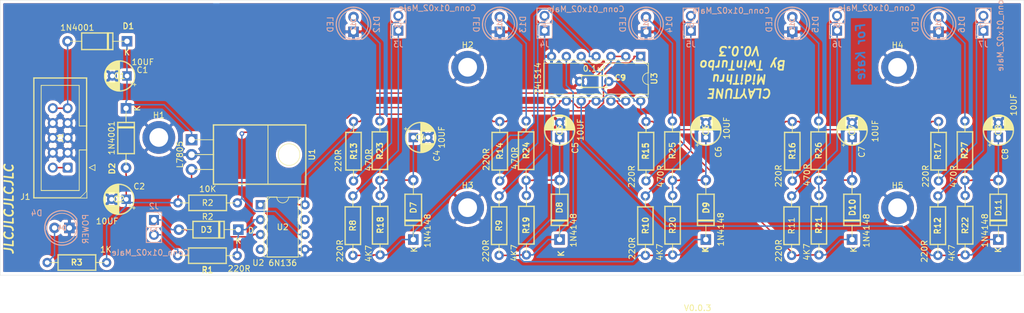
<source format=kicad_pcb>
(kicad_pcb (version 20171130) (host pcbnew "(5.1.7)-1")
  (layers (0 F.Cu signal hide) (31 B.Cu signal hide) (34 B.Paste user) (35 F.Paste user) (36 B.SilkS user) (37 F.SilkS user) (38 B.Mask user) (39 F.Mask user) (44 Edge.Cuts user))
  (net 0 "")
  (net 1 GND)
  (net 2 "Net-(C1-Pad1)")
  (net 3 +5V)
  (net 4 "Net-(C4-Pad1)")
  (net 5 "Net-(C5-Pad1)")
  (net 6 "Net-(C6-Pad1)")
  (net 7 "Net-(C7-Pad1)")
  (net 8 "Net-(C8-Pad1)")
  (net 9 +12V)
  (net 10 "Net-(D3-Pad2)")
  (net 11 "Net-(D3-Pad1)")
  (net 12 "Net-(D4-Pad2)")
  (net 13 "Net-(D7-Pad1)")
  (net 14 "Net-(D8-Pad1)")
  (net 15 "Net-(D9-Pad1)")
  (net 16 "Net-(D10-Pad1)")
  (net 17 "Net-(D11-Pad1)")
  (net 18 "Net-(D12-Pad2)")
  (net 19 "Net-(D13-Pad2)")
  (net 20 "Net-(D14-Pad2)")
  (net 21 "Net-(D15-Pad2)")
  (net 22 "Net-(D16-Pad2)")
  (net 23 "Net-(J1-Pad1)")
  (net 24 "Net-(J2-Pad2)")
  (net 25 "Net-(J3-Pad2)")
  (net 26 "Net-(J3-Pad1)")
  (net 27 "Net-(J4-Pad2)")
  (net 28 "Net-(J4-Pad1)")
  (net 29 "Net-(J5-Pad2)")
  (net 30 "Net-(J5-Pad1)")
  (net 31 "Net-(J6-Pad2)")
  (net 32 "Net-(J6-Pad1)")
  (net 33 "Net-(J7-Pad2)")
  (net 34 "Net-(J7-Pad1)")
  (net 35 "Net-(R2-Pad1)")
  (net 36 "Net-(U2-Pad7)")
  (net 37 "Net-(U2-Pad1)")
  (net 38 "Net-(U3-Pad11)")
  (module AA-ROB-FULL:GF-X1FC (layer F.Cu) (at 126.08 127.97 270)
    (fp_text reference G*** hide)
    (fp_text value LOGO hide)
    (fp_poly (pts (xy 1.411526 -3.663938) (xy 1.446125 -3.60742) (xy 1.489177 -3.527163) (xy 1.5001 -3.505457) (xy 1.565995 -3.388445) (xy 1.657432 -3.247325) (xy 1.765098 -3.095015) (xy 1.879674 -2.944429) (xy 1.991847 -2.808484) (xy 2.047919 -2.745946) (xy 2.124257 -2.662446) (xy 2.202454 -2.574599) (xy 2.240437 -2.530798) (xy 2.322617 -2.441352) (xy 2.429521 -2.334476) (xy 2.54618 -2.224528) (xy 2.657629 -2.125866) (xy 2.695095 -2.094649) (xy 2.751527 -2.048089) (xy 2.78974 -2.015494) (xy 2.796796 -2.00896) (xy 2.83933 -1.971166) (xy 2.913167 -1.911633) (xy 3.008148 -1.838061) (xy 3.114111 -1.758147) (xy 3.220899 -1.679593) (xy 3.318349 -1.610096) (xy 3.368869 -1.57544) (xy 3.555944 -1.444727) (xy 3.700762 -1.330494) (xy 3.807182 -1.227803) (xy 3.879065 -1.131716) (xy 3.920273 -1.037295) (xy 3.934667 -0.939599) (xy 3.929772 -0.858013) (xy 3.909399 -0.77354) (xy 3.871748 -0.669736) (xy 3.824578 -0.564115) (xy 3.775645 -0.474195) (xy 3.736138 -0.42079) (xy 3.713857 -0.366651) (xy 3.721587 -0.295504) (xy 3.749441 -0.240044) (xy 3.77925 -0.175397) (xy 3.787579 -0.124711) (xy 3.810335 -0.046348) (xy 3.873661 0.004616) (xy 3.973496 0.02515) (xy 3.9887 0.025426) (xy 4.078548 0.035415) (xy 4.161838 0.060021) (xy 4.173954 0.065728) (xy 4.238353 0.090131) (xy 4.277185 0.08059) (xy 4.279478 0.07844) (xy 4.326165 0.054512) (xy 4.383558 0.050683) (xy 4.431369 0.065179) (xy 4.449449 0.093318) (xy 4.459634 0.138965) (xy 4.485972 0.209842) (xy 4.522139 0.292597) (xy 4.56181 0.373878) (xy 4.59866 0.440332) (xy 4.626365 0.478609) (xy 4.634077 0.483084) (xy 4.646709 0.461273) (xy 4.642425 0.405365) (xy 4.641439 0.400451) (xy 4.628201 0.326377) (xy 4.613682 0.230023) (xy 4.606772 0.177978) (xy 4.594573 0.097874) (xy 4.579563 0.056933) (xy 4.555291 0.043598) (xy 4.532082 0.044195) (xy 4.487453 0.032551) (xy 4.473059 -0.001002) (xy 4.497357 -0.036313) (xy 4.4981 -0.036778) (xy 4.522206 -0.066669) (xy 4.556786 -0.12604) (xy 4.574326 -0.160617) (xy 4.602629 -0.222335) (xy 4.614179 -0.268409) (xy 4.609299 -0.318193) (xy 4.58831 -0.391039) (xy 4.578661 -0.421087) (xy 4.549565 -0.515097) (xy 4.52513 -0.600567) (xy 4.513848 -0.645242) (xy 4.488813 -0.699361) (xy 4.437881 -0.773807) (xy 4.371562 -0.853403) (xy 4.364212 -0.861358) (xy 4.248108 -0.988545) (xy 4.166447 -1.084995) (xy 4.116318 -1.154471) (xy 4.094808 -1.200739) (xy 4.093493 -1.211371) (xy 4.109506 -1.237893) (xy 4.154466 -1.228563) (xy 4.223752 -1.185729) (xy 4.312745 -1.111737) (xy 4.340328 -1.085982) (xy 4.419006 -1.014601) (xy 4.495069 -0.951711) (xy 4.549887 -0.912366) (xy 4.610573 -0.857584) (xy 4.661104 -0.782897) (xy 4.667141 -0.769898) (xy 4.714637 -0.64057) (xy 4.750295 -0.50756) (xy 4.772573 -0.381678) (xy 4.77993 -0.273735) (xy 4.770825 -0.194541) (xy 4.75381 -0.161978) (xy 4.743151 -0.127704) (xy 4.762068 -0.070487) (xy 4.812862 0.015303) (xy 4.846162 0.063922) (xy 4.873665 0.110244) (xy 4.918856 0.194672) (xy 4.977803 0.309287) (xy 5.046573 0.446172) (xy 5.121232 0.597406) (xy 5.197847 0.755071) (xy 5.272485 0.911248) (xy 5.341212 1.05802) (xy 5.357458 1.093294) (xy 5.402307 1.190469) (xy 5.456599 1.307284) (xy 5.505144 1.411112) (xy 5.551721 1.51131) (xy 5.59502 1.606087) (xy 5.626007 1.675665) (xy 5.62705 1.678079) (xy 5.656956 1.7462) (xy 5.69906 1.840601) (xy 5.744447 1.9413) (xy 5.746146 1.945045) (xy 5.791573 2.045603) (xy 5.834195 2.140631) (xy 5.865046 2.210136) (xy 5.865869 2.212012) (xy 5.898852 2.286227) (xy 5.94147 2.380787) (xy 5.968796 2.440841) (xy 6.041927 2.60427) (xy 6.100007 2.742502) (xy 6.121561 2.796797) (xy 6.145193 2.853444) (xy 6.181579 2.936548) (xy 6.215946 3.012913) (xy 6.25535 3.100278) (xy 6.288366 3.175185) (xy 6.305752 3.216317) (xy 6.324793 3.264464) (xy 6.355957 3.343553) (xy 6.392783 3.437193) (xy 6.395908 3.445146) (xy 6.44081 3.556527) (xy 6.488734 3.670922) (xy 6.525508 3.755033) (xy 6.558432 3.83379) (xy 6.580106 3.897108) (xy 6.585185 3.922748) (xy 6.596798 3.972057) (xy 6.62754 4.050444) (xy 6.671266 4.142865) (xy 6.688522 4.175782) (xy 6.709291 4.239856) (xy 6.712312 4.269626) (xy 6.72391 4.318443) (xy 6.737737 4.335035) (xy 6.759403 4.371043) (xy 6.763163 4.398039) (xy 6.774252 4.451958) (xy 6.801372 4.521345) (xy 6.805603 4.530022) (xy 6.849412 4.618461) (xy 6.874849 4.673872) (xy 6.886814 4.70844) (xy 6.890207 4.734351) (xy 6.89029 4.740635) (xy 6.899854 4.78857) (xy 6.923164 4.855035) (xy 6.925984 4.86175) (xy 6.955681 4.940925) (xy 6.985499 5.034839) (xy 6.992446 5.05966) (xy 7.015417 5.140827) (xy 7.036439 5.208317) (xy 7.042267 5.224925) (xy 7.090495 5.363459) (xy 7.125086 5.483205) (xy 7.142923 5.572798) (xy 7.14467 5.59845) (xy 7.153112 5.654757) (xy 7.16997 5.682583) (xy 7.188266 5.716943) (xy 7.195395 5.773298) (xy 7.206893 5.819334) (xy 7.239854 5.905109) (xy 7.291974 6.025405) (xy 7.360954 6.175006) (xy 7.44449 6.348692) (xy 7.489147 6.439215) (xy 7.581869 6.625575) (xy 7.655304 6.772599) (xy 7.712716 6.886529) (xy 7.757371 6.973605) (xy 7.792532 7.040068) (xy 7.821464 7.092159) (xy 7.847432 7.13612) (xy 7.8737 7.17819) (xy 7.884637 7.195287) (xy 7.918277 7.250852) (xy 7.965275 7.332337) (xy 8.009585 7.411512) (xy 8.064982 7.511935) (xy 8.121586 7.614358) (xy 8.157094 7.678479) (xy 8.194852 7.746964) (xy 8.223205 7.800386) (xy 8.250145 7.854784) (xy 8.283664 7.926196) (xy 8.321809 8.009009) (xy 8.363332 8.105745) (xy 8.400154 8.202204) (xy 8.416122 8.250551) (xy 8.459595 8.379759) (xy 8.503406 8.466857) (xy 8.553365 8.520294) (xy 8.615282 8.548514) (xy 8.62228 8.550257) (xy 8.722872 8.59777) (xy 8.813923 8.684104) (xy 8.887389 8.797249) (xy 8.935231 8.925197) (xy 8.949749 9.039254) (xy 8.949749 9.127728) (xy 9.116478 9.127728) (xy 9.276849 9.145939) (xy 9.423563 9.203549) (xy 9.566612 9.305024) (xy 9.617603 9.351672) (xy 9.697197 9.437208) (xy 9.752689 9.522501) (xy 9.78803 9.619431) (xy 9.807172 9.739874) (xy 9.814066 9.895708) (xy 9.81434 9.943013) (xy 9.811049 10.105137) (xy 9.798839 10.235589) (xy 9.774435 10.353234) (xy 9.734569 10.476937) (xy 9.711013 10.538839) (xy 9.690639 10.592636) (xy 9.661851 10.670815) (xy 9.647469 10.710461) (xy 9.618615 10.779455) (xy 9.59271 10.823172) (xy 9.581931 10.831232) (xy 9.56407 10.852557) (xy 9.55996 10.882083) (xy 9.551007 10.923423) (xy 9.538615 10.932933) (xy 9.513593 10.953451) (xy 9.488331 10.996451) (xy 9.432325 11.084756) (xy 9.344546 11.18303) (xy 9.23486 11.283815) (xy 9.113132 11.379657) (xy 8.989227 11.463099) (xy 8.87301 11.526686) (xy 8.774347 11.562961) (xy 8.731347 11.568569) (xy 8.679929 11.577229) (xy 8.659323 11.590814) (xy 8.629392 11.604771) (xy 8.561915 11.622288) (xy 8.46975 11.64019) (xy 8.439113 11.645176) (xy 8.354602 11.656943) (xy 8.276496 11.663675) (xy 8.193907 11.665152) (xy 8.095949 11.66115) (xy 7.971737 11.651448) (xy 7.810383 11.635824) (xy 7.767931 11.631478) (xy 7.705563 11.621935) (xy 7.624392 11.603152) (xy 7.513658 11.572423) (xy 7.409706 11.541421) (xy 7.329271 11.521229) (xy 7.286251 11.523139) (xy 7.271894 11.547935) (xy 7.271671 11.553796) (xy 7.252281 11.624572) (xy 7.204429 11.696055) (xy 7.143595 11.748097) (xy 7.112762 11.760618) (xy 7.026572 11.770117) (xy 6.944008 11.755792) (xy 6.856276 11.713471) (xy 6.75458 11.638985) (xy 6.637979 11.535527) (xy 6.57727 11.48041) (xy 6.546159 11.458307) (xy 6.538245 11.466312) (xy 6.544518 11.493113) (xy 6.580719 11.694965) (xy 6.566542 11.893385) (xy 6.50242 12.086948) (xy 6.388786 12.27423) (xy 6.263524 12.417572) (xy 6.086945 12.570338) (xy 5.890423 12.699426) (xy 5.689449 12.795358) (xy 5.593593 12.827515) (xy 5.488425 12.858056) (xy 5.380387 12.890541) (xy 5.335927 12.904345) (xy 5.196199 12.932182) (xy 5.028697 12.940706) (xy 4.850465 12.931241) (xy 4.678546 12.905108) (xy 4.529984 12.86363) (xy 4.468863 12.837077) (xy 4.41837 12.817792) (xy 4.39759 12.814415) (xy 4.362228 12.799048) (xy 4.297909 12.757793) (xy 4.214233 12.697921) (xy 4.120796 12.626703) (xy 4.027196 12.551409) (xy 3.943029 12.47931) (xy 3.89009 12.429955) (xy 3.821131 12.359275) (xy 3.733628 12.265873) (xy 3.642261 12.165524) (xy 3.604172 12.12273) (xy 3.453457 11.97218) (xy 3.294804 11.850164) (xy 3.138736 11.764196) (xy 3.063763 11.736724) (xy 3.002208 11.7247) (xy 2.908039 11.713203) (xy 2.799466 11.704365) (xy 2.776277 11.703033) (xy 2.649391 11.700305) (xy 2.564992 11.709841) (xy 2.515619 11.734354) (xy 2.493812 11.77656) (xy 2.490883 11.806867) (xy 2.475005 11.870522) (xy 2.452745 11.910315) (xy 2.423102 11.966073) (xy 2.415415 12.00172) (xy 2.397724 12.049546) (xy 2.364564 12.08979) (xy 2.326463 12.134243) (xy 2.313713 12.16518) (xy 2.29456 12.20666) (xy 2.245886 12.263274) (xy 2.180869 12.322542) (xy 2.11269 12.371985) (xy 2.073398 12.392745) (xy 1.996416 12.412651) (xy 1.87874 12.427802) (xy 1.730304 12.438187) (xy 1.561043 12.443792) (xy 1.380892 12.444608) (xy 1.199784 12.440622) (xy 1.027656 12.431821) (xy 0.874441 12.418194) (xy 0.750074 12.39973) (xy 0.724624 12.39435) (xy 0.545643 12.328129) (xy 0.390689 12.21838) (xy 0.263733 12.068302) (xy 0.21391 11.982886) (xy 0.146019 11.874396) (xy 0.135534 11.861926) (xy 2.223257 11.861926) (xy 2.243584 11.873541) (xy 2.249255 11.873674) (xy 2.281303 11.852428) (xy 2.288288 11.822823) (xy 2.283317 11.781441) (xy 2.27647 11.771972) (xy 2.256772 11.791436) (xy 2.237437 11.822823) (xy 2.223257 11.861926) (xy 0.135534 11.861926) (xy 0.06241 11.774967) (xy -0.022722 11.700568) (xy -0.05415 11.681328) (xy -0.158188 11.633957) (xy -0.200301 11.61942) (xy 2.591089 11.61942) (xy 2.808482 11.61942) (xy 2.929713 11.622325) (xy 3.019246 11.633339) (xy 3.096021 11.655909) (xy 3.157636 11.682983) (xy 3.232611 11.717554) (xy 3.28903 11.740639) (xy 3.30987 11.746547) (xy 3.34549 11.761695) (xy 3.406026 11.808197) (xy 3.493157 11.887637) (xy 3.608564 12.0016) (xy 3.753924 12.151671) (xy 3.877377 12.282228) (xy 4.029225 12.432031) (xy 4.183088 12.561823) (xy 4.331943 12.666909) (xy 4.468765 12.742593) (xy 4.586532 12.784181) (xy 4.638093 12.790776) (xy 4.712513 12.799238) (xy 4.767267 12.814415) (xy 4.833396 12.828835) (xy 4.935722 12.834952) (xy 5.060308 12.832977) (xy 5.193219 12.823124) (xy 5.318185 12.806016) (xy 5.406723 12.788273) (xy 5.474633 12.770631) (xy 5.506757 12.757174) (xy 5.546706 12.740191) (xy 5.567575 12.738139) (xy 5.60891 12.727409) (xy 5.681674 12.698905) (xy 5.772099 12.658157) (xy 5.798523 12.645397) (xy 5.958098 12.550559) (xy 6.112873 12.428639) (xy 6.250363 12.291412) (xy 6.358081 12.150654) (xy 6.398299 12.079737) (xy 6.42949 12.01141) (xy 6.449634 11.95016) (xy 6.46104 11.881738) (xy 6.46602 11.791894) (xy 6.466883 11.666378) (xy 6.466853 11.656905) (xy 6.465381 11.529894) (xy 6.460452 11.440212) (xy 6.449706 11.374348) (xy 6.430781 11.318792) (xy 6.401316 11.260033) (xy 6.395737 11.249921) (xy 6.353788 11.175959) (xy 6.333493 11.141867) (xy 6.498573 11.141867) (xy 6.510206 11.176656) (xy 6.542334 11.230796) (xy 6.590501 11.298091) (xy 6.65025 11.372349) (xy 6.717123 11.447374) (xy 6.786664 11.516973) (xy 6.854416 11.574952) (xy 6.859481 11.578794) (xy 6.967506 11.645655) (xy 7.054338 11.667345) (xy 7.121789 11.644044) (xy 7.154333 11.607602) (xy 7.186634 11.539237) (xy 7.193362 11.480718) (xy 7.174302 11.445796) (xy 7.156912 11.441442) (xy 7.102038 11.429799) (xy 7.074279 11.417806) (xy 7.032633 11.396642) (xy 6.986322 11.373733) (xy 7.337844 11.373733) (xy 7.366506 11.42326) (xy 7.43341 11.441436) (xy 7.434965 11.441442) (xy 7.4905 11.451155) (xy 7.514484 11.464263) (xy 7.553626 11.481906) (xy 7.620715 11.497271) (xy 7.64034 11.500146) (xy 7.733838 11.515849) (xy 7.824507 11.536486) (xy 7.831031 11.538286) (xy 7.951762 11.558928) (xy 8.103177 11.565191) (xy 8.267351 11.557631) (xy 8.426358 11.536802) (xy 8.515904 11.517092) (xy 8.625278 11.484881) (xy 8.730741 11.44864) (xy 8.809575 11.416178) (xy 8.809967 11.415989) (xy 8.878419 11.385346) (xy 8.928807 11.367248) (xy 8.94027 11.365166) (xy 8.976241 11.349339) (xy 9.015528 11.318638) (xy 9.074182 11.270167) (xy 9.136278 11.225715) (xy 9.201729 11.168248) (xy 9.278613 11.07831) (xy 9.36031 10.966508) (xy 9.440204 10.843452) (xy 9.511677 10.71975) (xy 9.568112 10.606011) (xy 9.602892 10.512841) (xy 9.610811 10.464989) (xy 9.6221 10.411587) (xy 9.646183 10.353242) (xy 9.661461 10.297389) (xy 9.673414 10.203961) (xy 9.681722 10.08615) (xy 9.68606 9.957142) (xy 9.686107 9.830128) (xy 9.68154 9.718296) (xy 9.672037 9.634835) (xy 9.664465 9.605474) (xy 9.597219 9.492123) (xy 9.490458 9.387428) (xy 9.355516 9.299522) (xy 9.203725 9.236536) (xy 9.122192 9.216386) (xy 9.047317 9.212445) (xy 8.995371 9.23861) (xy 8.98898 9.244683) (xy 8.958797 9.280418) (xy 8.966837 9.304862) (xy 8.991424 9.324523) (xy 9.023774 9.353008) (xy 9.014713 9.372245) (xy 8.994244 9.384714) (xy 8.957733 9.428759) (xy 8.949749 9.46421) (xy 8.943023 9.517626) (xy 8.925639 9.599295) (xy 8.907976 9.667364) (xy 8.861304 9.789446) (xy 8.798817 9.867466) (xy 8.713834 9.907388) (xy 8.629387 9.915916) (xy 8.512617 9.89126) (xy 8.408124 9.817965) (xy 8.317191 9.697038) (xy 8.292474 9.651077) (xy 8.232531 9.558609) (xy 8.154561 9.497689) (xy 8.127881 9.484112) (xy 8.028297 9.424593) (xy 7.965661 9.351455) (xy 7.933203 9.252954) (xy 7.924178 9.130759) (xy 7.924842 9.108368) (xy 8.017678 9.108368) (xy 8.039344 9.223345) (xy 8.086809 9.307846) (xy 8.136587 9.365753) (xy 8.169376 9.379161) (xy 8.181818 9.348388) (xy 8.17635 9.29935) (xy 8.162935 9.227437) (xy 8.146032 9.131126) (xy 8.135066 9.066023) (xy 8.119963 8.98399) (xy 8.106089 8.924483) (xy 8.098071 8.90321) (xy 8.082025 8.916395) (xy 8.056107 8.96391) (xy 8.045221 8.988576) (xy 8.017678 9.108368) (xy 7.924842 9.108368) (xy 7.927223 9.028201) (xy 7.941906 8.953597) (xy 7.973973 8.884394) (xy 7.996218 8.848048) (xy 8.039614 8.771151) (xy 8.060344 8.701466) (xy 8.064743 8.613982) (xy 8.063845 8.581082) (xy 8.05698 8.483475) (xy 8.045261 8.39485) (xy 8.036016 8.352253) (xy 8.019424 8.289678) (xy 7.996689 8.196745) (xy 7.972529 8.092777) (xy 7.970839 8.085286) (xy 7.94289 7.970798) (xy 7.908059 7.84219) (xy 7.870195 7.71225) (xy 7.83315 7.593768) (xy 7.800777 7.499535) (xy 7.777608 7.443639) (xy 7.757899 7.386927) (xy 7.754754 7.361869) (xy 7.745103 7.315569) (xy 7.72112 7.247284) (xy 7.713092 7.22804) (xy 7.681316 7.153145) (xy 7.655743 7.090346) (xy 7.652121 7.080981) (xy 7.617884 7.000491) (xy 7.567718 6.894278) (xy 7.510497 6.781012) (xy 7.501111 6.763164) (xy 7.464703 6.691331) (xy 7.436431 6.630455) (xy 7.433459 6.623324) (xy 7.420294 6.603858) (xy 7.411174 6.626581) (xy 7.404491 6.692378) (xy 7.404925 6.775536) (xy 7.415893 6.844159) (xy 7.422866 6.862328) (xy 7.440188 6.919783) (xy 7.449259 6.99883) (xy 7.449649 7.017418) (xy 7.456437 7.098212) (xy 7.473226 7.165067) (xy 7.477905 7.175259) (xy 7.49411 7.224927) (xy 7.511579 7.308945) (xy 7.527045 7.411015) (xy 7.529845 7.434198) (xy 7.552227 7.628654) (xy 7.57001 7.782104) (xy 7.584334 7.904069) (xy 7.59634 8.004067) (xy 7.607168 8.091619) (xy 7.617958 8.176246) (xy 7.627633 8.250551) (xy 7.641296 8.386004) (xy 7.651508 8.551652) (xy 7.65838 8.739578) (xy 7.662019 8.941862) (xy 7.662535 9.150588) (xy 7.660036 9.357837) (xy 7.654631 9.555692) (xy 7.646429 9.736234) (xy 7.635538 9.891547) (xy 7.622067 10.013711) (xy 7.606125 10.09481) (xy 7.602137 10.106777) (xy 7.585055 10.177871) (xy 7.576893 10.263292) (xy 7.576776 10.273163) (xy 7.574775 10.330749) (xy 7.567409 10.393905) (xy 7.552638 10.47395) (xy 7.52842 10.582207) (xy 7.499067 10.704105) (xy 7.47576 10.802074) (xy 7.453293 10.900747) (xy 7.449027 10.920221) (xy 7.417792 11.061071) (xy 7.39322 11.162897) (xy 7.372467 11.236632) (xy 7.352688 11.293205) (xy 7.350654 11.298338) (xy 7.337844 11.373733) (xy 6.986322 11.373733) (xy 6.958068 11.359757) (xy 6.863474 11.313503) (xy 6.814014 11.289489) (xy 6.714338 11.24031) (xy 6.6286 11.196373) (xy 6.569679 11.164351) (xy 6.554623 11.155115) (xy 6.511893 11.132622) (xy 6.498573 11.141867) (xy 6.333493 11.141867) (xy 6.319963 11.119139) (xy 6.306213 11.098199) (xy 6.273134 11.046717) (xy 6.22375 10.959864) (xy 6.163548 10.848212) (xy 6.098016 10.722335) (xy 6.032643 10.592803) (xy 5.972916 10.470191) (xy 5.924323 10.365072) (xy 5.916889 10.348149) (xy 5.883151 10.270975) (xy 5.84157 10.176466) (xy 5.821936 10.132032) (xy 5.781696 10.039834) (xy 5.743591 9.950449) (xy 5.729243 9.915916) (xy 5.698367 9.844387) (xy 5.671126 9.787422) (xy 5.668638 9.782778) (xy 5.647553 9.718901) (xy 5.644444 9.688933) (xy 5.633783 9.640757) (xy 5.620975 9.624733) (xy 5.59927 9.591621) (xy 5.580768 9.534022) (xy 5.563117 9.479118) (xy 5.54589 9.473344) (xy 5.529932 9.514982) (xy 5.51609 9.602313) (xy 5.508822 9.680193) (xy 5.493676 9.849168) (xy 5.474399 10.019847) (xy 5.452425 10.182925) (xy 5.429188 10.329094) (xy 5.406123 10.449047) (xy 5.384664 10.533479) (xy 5.372603 10.564265) (xy 5.327526 10.659472) (xy 5.28637 10.764366) (xy 5.278879 10.786737) (xy 5.246503 10.824718) (xy 5.200547 10.82636) (xy 5.171356 10.801409) (xy 5.147724 10.749424) (xy 5.126924 10.672749) (xy 5.108741 10.568373) (xy 5.092961 10.433287) (xy 5.07937 10.264478) (xy 5.067753 10.058937) (xy 5.057897 9.813653) (xy 5.049586 9.525617) (xy 5.042606 9.191816) (xy 5.038474 8.934548) (xy 5.033397 8.619832) (xy 5.027968 8.354696) (xy 5.02214 8.13787) (xy 5.015863 7.968086) (xy 5.009091 7.844073) (xy 5.001776 7.764561) (xy 4.993869 7.728281) (xy 4.992934 7.726841) (xy 4.967616 7.676397) (xy 4.950532 7.614915) (xy 4.933058 7.535149) (xy 4.912325 7.457417) (xy 5.129841 7.457417) (xy 5.130201 7.598608) (xy 5.131729 7.713691) (xy 5.134484 7.8062) (xy 5.138521 7.879667) (xy 5.143897 7.937628) (xy 5.150669 7.983616) (xy 5.158894 8.021165) (xy 5.168628 8.053808) (xy 5.179927 8.08508) (xy 5.184899 8.097998) (xy 5.239667 8.247172) (xy 5.272878 8.357096) (xy 5.281614 8.397058) (xy 5.298292 8.453257) (xy 5.316845 8.481192) (xy 5.334442 8.514795) (xy 5.339339 8.555077) (xy 5.347193 8.626663) (xy 5.366794 8.678963) (xy 5.38819 8.695496) (xy 5.39294 8.671266) (xy 5.396408 8.603333) (xy 5.398488 8.49883) (xy 5.399076 8.364892) (xy 5.398063 8.208651) (xy 5.396806 8.117067) (xy 5.39301 7.942517) (xy 5.38763 7.777855) (xy 5.381111 7.632368) (xy 5.373895 7.515344) (xy 5.366425 7.43607) (xy 5.363388 7.416617) (xy 5.353766 7.341865) (xy 5.345949 7.231842) (xy 5.340809 7.102119) (xy 5.339192 6.984385) (xy 5.336852 6.845956) (xy 5.330626 6.709431) (xy 5.321511 6.592096) (xy 5.31246 6.521622) (xy 5.30299 6.44854) (xy 5.292366 6.335384) (xy 5.281406 6.192891) (xy 5.270931 6.031799) (xy 5.261761 5.862847) (xy 5.261038 5.847848) (xy 5.248359 5.583523) (xy 5.23766 5.365483) (xy 5.228636 5.189212) (xy 5.220981 5.050195) (xy 5.214392 4.943917) (xy 5.208562 4.865862) (xy 5.203186 4.811517) (xy 5.19796 4.776365) (xy 5.192579 4.755891) (xy 5.186737 4.745581) (xy 5.186552 4.745381) (xy 5.181938 4.76535) (xy 5.176946 4.831213) (xy 5.171742 4.938019) (xy 5.166493 5.080816) (xy 5.161363 5.25465) (xy 5.15652 5.45457) (xy 5.152129 5.675622) (xy 5.149057 5.8641) (xy 5.143593 6.236151) (xy 5.138958 6.560892) (xy 5.135209 6.841854) (xy 5.132402 7.082574) (xy 5.130593 7.286583) (xy 5.129841 7.457417) (xy 4.912325 7.457417) (xy 4.91036 7.45005) (xy 4.910241 7.44965) (xy 4.887406 7.373039) (xy 4.858341 7.275707) (xy 4.841931 7.220821) (xy 4.813788 7.120991) (xy 4.788671 7.022356) (xy 4.778944 6.97928) (xy 4.760102 6.896803) (xy 4.734212 6.793204) (xy 4.716128 6.725025) (xy 4.689543 6.626075) (xy 4.665099 6.532425) (xy 4.652796 6.483484) (xy 4.608715 6.301284) (xy 4.574591 6.156702) (xy 4.547926 6.038054) (xy 4.526223 5.933655) (xy 4.506985 5.831821) (xy 4.487715 5.720867) (xy 4.480234 5.676114) (xy 4.463471 5.596092) (xy 4.44431 5.53365) (xy 4.436501 5.517205) (xy 4.419635 5.471624) (xy 4.401839 5.395603) (xy 4.39214 5.33934) (xy 4.364632 5.158685) (xy 4.340871 5.015631) (xy 4.318555 4.89729) (xy 4.295378 4.790775) (xy 4.289844 4.767268) (xy 4.269381 4.691832) (xy 4.25292 4.659335) (xy 4.238996 4.671638) (xy 4.226141 4.730605) (xy 4.212889 4.838096) (xy 4.209721 4.868969) (xy 4.194681 5.000783) (xy 4.174273 5.154359) (xy 4.150518 5.316713) (xy 4.125443 5.474862) (xy 4.101068 5.615821) (xy 4.079419 5.726606) (xy 4.06914 5.771021) (xy 4.0514 5.846825) (xy 4.030258 5.946118) (xy 4.016935 6.013114) (xy 3.985086 6.17393) (xy 3.953042 6.326742) (xy 3.923398 6.459744) (xy 3.898746 6.561128) (xy 3.888084 6.599703) (xy 3.870775 6.680314) (xy 3.864664 6.747571) (xy 3.854619 6.820378) (xy 3.837439 6.868228) (xy 3.816993 6.92246) (xy 3.795379 7.003656) (xy 3.785483 7.05089) (xy 3.766545 7.151587) (xy 3.747697 7.251459) (xy 3.741286 7.285315) (xy 3.72441 7.358074) (xy 3.706715 7.411079) (xy 3.70271 7.418867) (xy 3.687383 7.460273) (xy 3.669042 7.532435) (xy 3.658613 7.583202) (xy 3.623873 7.759297) (xy 3.589257 7.912127) (xy 3.548595 8.068888) (xy 3.54759 8.072573) (xy 3.500574 8.248243) (xy 3.464579 8.391406) (xy 3.43665 8.513121) (xy 3.418639 8.583254) (xy 3.4011 8.632829) (xy 3.398061 8.638549) (xy 3.382787 8.678682) (xy 3.363719 8.748675) (xy 3.354462 8.789142) (xy 3.318676 8.946391) (xy 3.279382 9.095857) (xy 3.240391 9.22943) (xy 3.21209 9.329229) (xy 3.186842 9.427842) (xy 3.177058 9.470971) (xy 3.156814 9.555671) (xy 3.128833 9.65844) (xy 3.112813 9.712513) (xy 3.085913 9.810248) (xy 3.064738 9.905328) (xy 3.057741 9.947857) (xy 3.044379 10.013425) (xy 3.026706 10.05397) (xy 3.02294 10.057416) (xy 3.005701 10.090774) (xy 2.999299 10.139889) (xy 2.98552 10.215263) (xy 2.962062 10.271872) (xy 2.934999 10.345116) (xy 2.924825 10.416568) (xy 2.916946 10.477644) (xy 2.899163 10.512976) (xy 2.898498 10.513414) (xy 2.880505 10.547511) (xy 2.872204 10.608135) (xy 2.872172 10.61026) (xy 2.859678 10.690727) (xy 2.834935 10.754955) (xy 2.806739 10.828353) (xy 2.797697 10.886938) (xy 2.78848 10.943276) (xy 2.771371 10.971071) (xy 2.754054 11.004942) (xy 2.746016 11.06633) (xy 2.745946 11.072773) (xy 2.739896 11.134979) (xy 2.725155 11.171351) (xy 2.723403 11.172694) (xy 2.704482 11.204728) (xy 2.686242 11.266302) (xy 2.682989 11.282252) (xy 2.666383 11.351218) (xy 2.648368 11.398574) (xy 2.645284 11.403304) (xy 2.628006 11.443596) (xy 2.610926 11.510194) (xy 2.608269 11.524074) (xy 2.591089 11.61942) (xy -0.200301 11.61942) (xy -0.259316 11.599049) (xy -0.34981 11.577514) (xy -0.421947 11.570262) (xy -0.468004 11.578204) (xy -0.480258 11.602249) (xy -0.460798 11.633404) (xy -0.429329 11.677719) (xy -0.389478 11.746621) (xy -0.349801 11.823464) (xy -0.318855 11.891603) (xy -0.305195 11.934393) (xy -0.305105 11.936278) (xy -0.283963 11.968989) (xy -0.23278 12.006379) (xy -0.169919 12.037547) (xy -0.113744 12.051592) (xy -0.110755 12.051652) (xy -0.076016 12.065924) (xy -0.009714 12.104575) (xy 0.079118 12.161357) (xy 0.181449 12.230022) (xy 0.288246 12.304324) (xy 0.390479 12.378014) (xy 0.479115 12.444845) (xy 0.545123 12.498569) (xy 0.572072 12.523991) (xy 0.605321 12.552429) (xy 0.663381 12.596163) (xy 0.732978 12.645893) (xy 0.800838 12.69232) (xy 0.853688 12.726144) (xy 0.877741 12.738139) (xy 0.905197 12.750553) (xy 0.959767 12.782022) (xy 0.991591 12.801702) (xy 1.063396 12.840318) (xy 1.125901 12.86287) (xy 1.143639 12.865266) (xy 1.185228 12.875819) (xy 1.194995 12.890691) (xy 1.216661 12.910129) (xy 1.255652 12.916117) (xy 1.322355 12.927985) (xy 1.389135 12.954098) (xy 1.47033 12.982541) (xy 1.554806 12.991171) (xy 1.62279 12.979099) (xy 1.643897 12.965553) (xy 1.678831 12.955315) (xy 1.758502 12.945966) (xy 1.876799 12.937964) (xy 2.027608 12.931769) (xy 2.127987 12.929176) (xy 2.294758 12.925158) (xy 2.419021 12.920429) (xy 2.509116 12.914039) (xy 2.573386 12.905039) (xy 2.620171 12.892478) (xy 2.657815 12.875408) (xy 2.671948 12.867246) (xy 2.737819 12.828867) (xy 2.78986 12.800934) (xy 2.796796 12.797645) (xy 2.871431 12.742845) (xy 2.935209 12.660191) (xy 2.973654 12.570465) (xy 2.978729 12.536512) (xy 2.979129 12.418161) (xy 2.967095 12.340973) (xy 2.9413 12.296489) (xy 2.941048 12.296255) (xy 2.867484 12.243717) (xy 2.77909 12.201253) (xy 2.699415 12.179659) (xy 2.684815 12.178779) (xy 2.635874 12.170874) (xy 2.618819 12.154889) (xy 2.596425 12.137151) (xy 2.541332 12.124384) (xy 2.529298 12.123107) (xy 2.467545 12.109646) (xy 2.442512 12.08961) (xy 2.457322 12.072606) (xy 2.511396 12.068024) (xy 2.588367 12.077832) (xy 2.677324 12.097165) (xy 2.7603 12.121185) (xy 2.819331 12.145052) (xy 2.833663 12.154812) (xy 2.879351 12.177255) (xy 2.897227 12.179625) (xy 2.949309 12.197627) (xy 3.004472 12.238747) (xy 3.043449 12.286498) (xy 3.051051 12.311253) (xy 3.067735 12.360129) (xy 3.079384 12.37492) (xy 3.089732 12.414942) (xy 3.084538 12.484805) (xy 3.067533 12.567293) (xy 3.042452 12.645191) (xy 3.013024 12.701282) (xy 3.007136 12.708173) (xy 2.979436 12.746734) (xy 2.974774 12.762001) (xy 2.954897 12.78694) (xy 2.903964 12.828064) (xy 2.83503 12.876251) (xy 2.761147 12.92238) (xy 2.695367 12.957329) (xy 2.695095 12.957454) (xy 2.629984 12.986365) (xy 2.548629 13.021387) (xy 2.52983 13.029331) (xy 2.453068 13.062383) (xy 2.388447 13.091465) (xy 2.376393 13.097182) (xy 2.333008 13.105128) (xy 2.24934 13.109944) (xy 2.135849 13.111819) (xy 2.002993 13.110946) (xy 1.861233 13.107513) (xy 1.721027 13.101713) (xy 1.592836 13.093735) (xy 1.487117 13.083771) (xy 1.461962 13.080509) (xy 1.376849 13.063025) (xy 1.306394 13.039198) (xy 1.284683 13.027488) (xy 1.229935 12.999592) (xy 1.196851 12.992393) (xy 1.153067 12.982312) (xy 1.085346 12.956628) (xy 1.008162 12.922178) (xy 0.935988 12.885798) (xy 0.883297 12.854325) (xy 0.864464 12.835376) (xy 0.844655 12.815373) (xy 0.836234 12.814415) (xy 0.806761 12.800597) (xy 0.748226 12.764543) (xy 0.67238 12.71435) (xy 0.590973 12.658116) (xy 0.515757 12.603939) (xy 0.45848 12.559918) (xy 0.432232 12.53599) (xy 0.404903 12.512593) (xy 0.346014 12.46758) (xy 0.265789 12.408309) (xy 0.174455 12.342141) (xy 0.08224 12.276434) (xy -0.000632 12.218547) (xy -0.063934 12.175841) (xy -0.093674 12.157519) (xy -0.164918 12.133471) (xy -0.211515 12.127928) (xy -0.247492 12.132727) (xy -0.268989 12.155163) (xy -0.282722 12.207297) (xy -0.291851 12.272234) (xy -0.323333 12.414328) (xy -0.385803 12.572465) (xy -0.482562 12.754725) (xy -0.503145 12.789501) (xy -0.559102 12.883092) (xy -0.617387 12.981006) (xy -0.635636 13.011778) (xy -0.695311 13.090188) (xy -0.756583 13.121107) (xy -0.824249 13.104472) (xy -0.903102 13.040216) (xy -0.933104 13.007747) (xy -1.006323 12.902856) (xy -1.067171 12.775904) (xy -1.107247 12.647387) (xy -1.109581 12.628544) (xy -1.037991 12.628544) (xy -0.994 12.774993) (xy -0.978436 12.806713) (xy -0.928728 12.886172) (xy -0.869089 12.960024) (xy -0.810744 13.016163) (xy -0.764914 13.042481) (xy -0.759304 13.043117) (xy -0.738354 13.022876) (xy -0.707415 12.972802) (xy -0.701025 12.960611) (xy -0.65728 12.878528) (xy -0.613699 12.801702) (xy -0.576828 12.736134) (xy -0.529785 12.648099) (xy -0.497511 12.585586) (xy -0.455757 12.503367) (xy -0.420749 12.434526) (xy -0.403962 12.401597) (xy -0.391218 12.352051) (xy -0.38303 12.272923) (xy -0.381382 12.217262) (xy -0.381382 12.077078) (xy -0.507008 12.077078) (xy -0.582834 12.081827) (xy -0.63564 12.093923) (xy -0.648349 12.102503) (xy -0.684195 12.12383) (xy -0.713633 12.127928) (xy -0.772682 12.148232) (xy -0.845788 12.202438) (xy -0.921447 12.28049) (xy -0.982085 12.362608) (xy -1.034032 12.489538) (xy -1.037991 12.628544) (xy -1.109581 12.628544) (xy -1.118719 12.554802) (xy -1.10447 12.476101) (xy -1.06766 12.377276) (xy -1.017192 12.278147) (xy -0.961968 12.198538) (xy -0.955391 12.191179) (xy -0.874779 12.123395) (xy -0.772048 12.062763) (xy -0.666233 12.018755) (xy -0.57637 12.000842) (xy -0.572806 12.000801) (xy -0.501246 11.996365) (xy -0.447823 11.985671) (xy -0.447206 11.985438) (xy -0.42175 11.952757) (xy -0.426949 11.893209) (xy -0.456975 11.815354) (xy -0.506001 11.727749) (xy -0.568201 11.638954) (xy -0.637748 11.557526) (xy -0.708814 11.492025) (xy -0.775572 11.451008) (xy -0.817579 11.441442) (xy -0.850133 11.427558) (xy -0.913714 11.390311) (xy -0.998268 11.336307) (xy -1.093741 11.272156) (xy -1.190079 11.204462) (xy -1.277229 11.139835) (xy -1.281408 11.136615) (xy -1.384902 11.079342) (xy -1.490637 11.05913) (xy -1.587529 11.074763) (xy -1.664491 11.125024) (xy -1.701661 11.182739) (xy -1.716145 11.230168) (xy -1.717191 11.28224) (xy -1.703451 11.353927) (xy -1.677946 11.445489) (xy -1.647694 11.550202) (xy -1.620623 11.648224) (xy -1.602403 11.719011) (xy -1.601906 11.721122) (xy -1.578595 11.811622) (xy -1.553169 11.8991) (xy -1.540766 11.997536) (xy -1.550876 12.122289) (xy -1.579531 12.256267) (xy -1.622762 12.382373) (xy -1.676602 12.483516) (xy -1.694124 12.506312) (xy -1.77059 12.574665) (xy -1.881323 12.647586) (xy -2.011275 12.717238) (xy -2.145397 12.775784) (xy -2.268642 12.815388) (xy -2.301001 12.822359) (xy -2.477855 12.843316) (xy -2.65778 12.844123) (xy -2.829794 12.826394) (xy -2.982919 12.791746) (xy -3.106172 12.741794) (xy -3.173805 12.693928) (xy -3.22532 12.65417) (xy -3.255478 12.635889) (xy -3.318584 12.581063) (xy -3.383737 12.489825) (xy -3.444366 12.375881) (xy -3.4939 12.252936) (xy -3.525768 12.134693) (xy -3.534134 12.054732) (xy -3.541816 11.995427) (xy -3.55956 11.962663) (xy -3.578052 11.928205) (xy -3.584985 11.873947) (xy -3.5984 11.80084) (xy -3.633894 11.701336) (xy -3.684341 11.590667) (xy -3.742615 11.484063) (xy -3.801588 11.396757) (xy -3.816923 11.378222) (xy -3.92944 11.271543) (xy -4.045375 11.208972) (xy -4.176673 11.184487) (xy -4.202898 11.183659) (xy -4.290866 11.187551) (xy -4.364131 11.199319) (xy -4.391748 11.208947) (xy -4.426137 11.23949) (xy -4.46809 11.300579) (xy -4.52026 11.396958) (xy -4.585296 11.53337) (xy -4.635387 11.644985) (xy -4.707571 11.773625) (xy -4.798126 11.882897) (xy -4.895002 11.958816) (xy -4.914419 11.968929) (xy -5.033665 12.009639) (xy -5.17865 12.036566) (xy -5.325302 12.046157) (xy -5.407658 12.041705) (xy -5.598183 12.018182) (xy -5.746306 11.996672) (xy -5.860335 11.975443) (xy -5.94858 11.952762) (xy -6.01935 11.926896) (xy -6.065703 11.904501) (xy -6.124678 11.875135) (xy -6.191567 11.844195) (xy -6.332728 11.764475) (xy -6.476985 11.653951) (xy -6.605767 11.527819) (xy -6.661622 11.459533) (xy -6.718435 11.382417) (xy -6.796131 11.2763) (xy -6.885798 11.153387) (xy -6.978522 11.025883) (xy -7.009497 10.983191) (xy -7.243117 10.660979) (xy -7.486243 10.643889) (xy -7.658126 10.623699) (xy -7.796535 10.585396) (xy -7.917269 10.521495) (xy -8.036125 10.424512) (xy -8.113874 10.346521) (xy -8.202161 10.26011) (xy -8.268925 10.211383) (xy -8.320696 10.19561) (xy -8.322134 10.195596) (xy -8.377045 10.204281) (xy -8.402683 10.220341) (xy -8.434125 10.246679) (xy -8.492214 10.280107) (xy -8.505885 10.286802) (xy -8.562668 10.321564) (xy -8.59248 10.355065) (xy -8.593794 10.361342) (xy -8.573501 10.392) (xy -8.521639 10.434274) (xy -8.48151 10.45997) (xy -8.396356 10.518399) (xy -8.305946 10.593068) (xy -8.265394 10.631698) (xy -8.210184 10.690706) (xy -8.179113 10.738161) (xy -8.16525 10.792677) (xy -8.161669 10.87287) (xy -8.161562 10.910669) (xy -8.163845 11.007205) (xy -8.174364 11.071294) (xy -8.198618 11.121267) (xy -8.240472 11.17359) (xy -8.290587 11.225526) (xy -8.336345 11.252208) (xy -8.398065 11.261768) (xy -8.462944 11.262618) (xy -8.573895 11.252988) (xy -8.653896 11.219223) (xy -8.720743 11.151671) (xy -8.752713 11.10545) (xy -8.784514 11.040906) (xy -8.797198 10.986179) (xy -8.808674 10.937134) (xy -8.822623 10.920221) (xy -8.837358 10.887646) (xy -8.846535 10.822187) (xy -8.847296 10.800225) (xy -8.758022 10.800225) (xy -8.731612 10.952687) (xy -8.666471 11.087731) (xy -8.654656 11.104001) (xy -8.605028 11.158461) (xy -8.552186 11.182274) (xy -8.480346 11.187188) (xy -8.400545 11.18025) (xy -8.345204 11.151947) (xy -8.303662 11.108961) (xy -8.245653 11.006912) (xy -8.237008 10.899725) (xy -8.276825 10.789951) (xy -8.3642 10.680138) (xy -8.49191 10.577102) (xy -8.584082 10.518769) (xy -8.646238 10.495294) (xy -8.687679 10.509292) (xy -8.717708 10.563375) (xy -8.742408 10.647474) (xy -8.758022 10.800225) (xy -8.847296 10.800225) (xy -8.848048 10.778535) (xy -8.843012 10.693496) (xy -8.830266 10.623091) (xy -8.822623 10.602058) (xy -8.788725 10.534721) (xy -8.771772 10.501046) (xy -8.75094 10.450004) (xy -8.757985 10.41566) (xy -8.800188 10.383436) (xy -8.841692 10.360984) (xy -8.909772 10.322292) (xy -8.991234 10.271287) (xy -9.074991 10.215574) (xy -9.132255 10.175231) (xy -8.110711 10.175231) (xy -8.092348 10.209532) (xy -8.044793 10.264018) (xy -7.979348 10.328117) (xy -7.907315 10.391258) (xy -7.839996 10.442867) (xy -7.796764 10.468919) (xy -7.70039 10.51263) (xy -7.630881 10.538338) (xy -7.570095 10.551709) (xy -7.513214 10.557503) (xy -7.413451 10.559204) (xy -7.359719 10.546152) (xy -7.347948 10.526365) (xy -7.368009 10.491478) (xy -7.420841 10.438902) (xy -7.495417 10.376787) (xy -7.580711 10.313282) (xy -7.665696 10.256536) (xy -7.739347 10.2147) (xy -7.790636 10.195921) (xy -7.795487 10.195596) (xy -7.84769 10.185587) (xy -7.869169 10.170171) (xy -7.902008 10.153147) (xy -7.961211 10.145299) (xy -8.02812 10.146236) (xy -8.084077 10.155566) (xy -8.110422 10.172898) (xy -8.110711 10.175231) (xy -9.132255 10.175231) (xy -9.149954 10.162762) (xy -9.205035 10.120457) (xy -9.229144 10.096266) (xy -9.22943 10.094986) (xy -9.244792 10.068245) (xy -9.282219 10.02229) (xy -9.286637 10.017358) (xy -9.37784 9.884772) (xy -9.444587 9.723453) (xy -9.456078 9.6678) (xy -8.288689 9.6678) (xy -8.285458 9.762549) (xy -8.277014 9.841209) (xy -8.265999 9.88448) (xy -8.239581 9.941393) (xy -8.215694 9.998549) (xy -8.198237 10.035126) (xy -8.173509 10.056048) (xy -8.12864 10.065674) (xy -8.050759 10.06836) (xy -8.009209 10.068469) (xy -7.912966 10.071791) (xy -7.832801 10.080499) (xy -7.786192 10.092663) (xy -7.734161 10.118746) (xy -7.662744 10.151899) (xy -7.649076 10.157994) (xy -7.584767 10.195018) (xy -7.505921 10.252523) (xy -7.422796 10.321344) (xy -7.345653 10.392314) (xy -7.284751 10.456267) (xy -7.250349 10.504037) (xy -7.246247 10.5179) (xy -7.23662 10.539895) (xy -7.200444 10.54807) (xy -7.126775 10.544497) (xy -7.112763 10.543169) (xy -7.015404 10.531678) (xy -6.923066 10.517705) (xy -6.890755 10.51164) (xy -6.835984 10.493643) (xy -6.754114 10.459014) (xy -6.656156 10.413327) (xy -6.553121 10.362157) (xy -6.456021 10.311078) (xy -6.375866 10.265664) (xy -6.323666 10.231492) (xy -6.309743 10.217484) (xy -6.280478 10.196033) (xy -6.271605 10.194912) (xy -6.235192 10.179339) (xy -6.178757 10.140996) (xy -6.154968 10.122104) (xy -6.067994 10.04998) (xy -6.134199 10.01473) (xy -6.179296 9.988463) (xy -6.257283 9.940751) (xy -6.35831 9.877705) (xy -6.472529 9.805437) (xy -6.50858 9.782433) (xy -6.619969 9.712139) (xy -6.716575 9.652919) (xy -6.790163 9.609688) (xy -6.832496 9.587364) (xy -6.838692 9.585386) (xy -6.868478 9.567609) (xy -6.869103 9.566317) (xy -6.897616 9.538912) (xy -6.96038 9.495717) (xy -7.046157 9.443672) (xy -7.143712 9.389718) (xy -7.208108 9.356915) (xy -7.389848 9.277027) (xy -7.549648 9.228322) (xy -7.702241 9.206758) (xy -7.762124 9.204834) (xy -7.924731 9.219146) (xy -8.056419 9.267022) (xy -8.168195 9.353254) (xy -8.209953 9.39975) (xy -8.252979 9.457368) (xy -8.276718 9.510584) (xy -8.286755 9.578412) (xy -8.288689 9.6678) (xy -9.456078 9.6678) (xy -9.479901 9.552422) (xy -9.483684 9.480195) (xy -9.474037 9.351217) (xy -9.448338 9.200277) (xy -9.411451 9.051762) (xy -9.37916 8.956107) (xy -9.350257 8.883189) (xy -9.333746 8.841692) (xy -9.313917 8.79634) (xy -9.277507 8.716896) (xy -9.22995 8.615107) (xy -9.18374 8.517518) (xy -9.129296 8.401669) (xy -9.079918 8.293761) (xy -9.041672 8.207213) (xy -9.022886 8.161636) (xy -8.997779 8.051194) (xy -9.007051 7.955004) (xy -9.047882 7.883107) (xy -9.111307 7.846947) (xy -9.156289 7.8187) (xy -8.656965 7.8187) (xy -8.628813 7.863355) (xy -8.616637 7.879937) (xy -8.557616 7.935978) (xy -8.483435 7.957568) (xy -8.385204 7.945658) (xy -8.289539 7.914992) (xy -8.192825 7.874429) (xy -8.089925 7.825025) (xy -8.05986 7.809105) (xy -7.971203 7.760457) (xy -7.883739 7.712394) (xy -7.856457 7.69738) (xy -7.800917 7.664308) (xy -7.716558 7.611174) (xy -7.614257 7.545147) (xy -7.504889 7.473395) (xy -7.399333 7.403085) (xy -7.308466 7.341386) (xy -7.243164 7.295464) (xy -7.220833 7.278511) (xy -7.169257 7.237798) (xy -7.131832 7.2094) (xy -7.098536 7.181532) (xy -7.106014 7.171896) (xy -7.125821 7.170779) (xy -7.186897 7.18204) (xy -7.21481 7.193751) (xy -7.258795 7.212465) (xy -7.336583 7.241136) (xy -7.433484 7.274412) (xy -7.462363 7.283932) (xy -7.562013 7.317595) (xy -7.646708 7.348253) (xy -7.701752 7.370528) (xy -7.709916 7.374565) (xy -7.76064 7.395101) (xy -7.782349 7.398799) (xy -7.82288 7.408416) (xy -7.885792 7.432049) (xy -7.897109 7.436937) (xy -7.981574 7.473986) (xy -8.071391 7.513105) (xy -8.078929 7.516372) (xy -8.149818 7.548074) (xy -8.246407 7.592535) (xy -8.348568 7.640483) (xy -8.35492 7.643499) (xy -8.443073 7.684186) (xy -8.513914 7.714673) (xy -8.55466 7.729514) (xy -8.558324 7.730138) (xy -8.594873 7.744767) (xy -8.627775 7.766331) (xy -8.656048 7.792188) (xy -8.656965 7.8187) (xy -9.156289 7.8187) (xy -9.165607 7.812849) (xy -9.187427 7.774517) (xy -9.194299 7.707663) (xy -9.192537 7.606693) (xy -9.192353 7.604245) (xy -8.987191 7.604245) (xy -8.980755 7.638974) (xy -8.980415 7.639339) (xy -8.951623 7.652961) (xy -8.933569 7.623011) (xy -8.925206 7.546798) (xy -8.924325 7.495416) (xy -8.927477 7.413988) (xy -8.935987 7.367436) (xy -8.946652 7.361932) (xy -8.962024 7.399358) (xy -8.975473 7.465106) (xy -8.984646 7.539846) (xy -8.987191 7.604245) (xy -9.192353 7.604245) (xy -9.183526 7.487346) (xy -9.168647 7.365361) (xy -9.149286 7.256475) (xy -9.13779 7.20985) (xy -9.104694 7.054728) (xy -9.104357 6.928002) (xy -9.138155 6.818057) (xy -9.16882 6.769861) (xy -6.355113 6.769861) (xy -6.339216 6.788611) (xy -6.28447 6.778983) (xy -6.219967 6.750294) (xy -6.148866 6.722818) (xy -6.087984 6.712313) (xy -6.036097 6.703627) (xy -6.01485 6.689697) (xy -5.982212 6.670676) (xy -5.922124 6.655385) (xy -5.918004 6.654747) (xy -5.834088 6.636709) (xy -5.747331 6.610427) (xy -5.746146 6.609997) (xy -5.671857 6.583125) (xy -5.610363 6.561185) (xy -5.606307 6.55976) (xy -5.547568 6.539115) (xy -5.472975 6.512827) (xy -5.466467 6.51053) (xy -5.392199 6.485742) (xy -5.330709 6.46751) (xy -5.326627 6.466468) (xy -5.258559 6.445368) (xy -5.224925 6.43255) (xy -5.17716 6.414062) (xy -5.097226 6.384566) (xy -5.000941 6.349885) (xy -4.983384 6.343644) (xy -4.885845 6.3086) (xy -4.801859 6.27763) (xy -4.747248 6.256583) (xy -4.741842 6.254336) (xy -4.652342 6.216572) (xy -4.550565 6.174156) (xy -4.459831 6.136779) (xy -4.424024 6.122259) (xy -4.377935 6.103491) (xy -4.321909 6.080019) (xy -4.244506 6.04699) (xy -4.134285 5.99955) (xy -4.106207 5.987435) (xy -4.013011 5.945964) (xy -3.891163 5.890005) (xy -3.754596 5.826142) (xy -3.617243 5.760957) (xy -3.493037 5.701032) (xy -3.395912 5.652951) (xy -3.368869 5.639085) (xy -3.30834 5.608106) (xy -3.22035 5.563743) (xy -3.12303 5.515133) (xy -3.114615 5.510953) (xy -2.916121 5.410912) (xy -2.728186 5.313398) (xy -2.559522 5.22308) (xy -2.418839 5.144629) (xy -2.314848 5.082715) (xy -2.308782 5.078876) (xy -2.231356 5.030476) (xy -2.167251 4.991964) (xy -2.135736 4.974484) (xy -2.060347 4.933624) (xy -1.95181 4.869099) (xy -1.818619 4.786435) (xy -1.669264 4.691156) (xy -1.512239 4.588785) (xy -1.356035 4.484848) (xy -1.209144 4.384869) (xy -1.080059 4.294372) (xy -0.996341 4.23328) (xy -0.813316 4.094424) (xy -0.631419 3.953092) (xy -0.458493 3.815606) (xy -0.302382 3.688287) (xy -0.170929 3.577456) (xy -0.071979 3.489434) (xy -0.063564 3.481555) (xy 0.01788 3.406632) (xy 0.099681 3.3343) (xy 0.152552 3.289747) (xy 0.213118 3.238108) (xy 0.295091 3.164779) (xy 0.383299 3.083393) (xy 0.406806 3.061248) (xy 0.506591 2.967499) (xy 0.616077 2.865783) (xy 0.71328 2.776512) (xy 0.722488 2.768138) (xy 0.956105 2.550923) (xy 1.213207 2.302964) (xy 1.485264 2.03303) (xy 1.76375 1.749885) (xy 2.040135 1.462297) (xy 2.305891 1.179032) (xy 2.55249 0.908856) (xy 2.759969 0.673774) (xy 2.86612 0.55122) (xy 2.94419 0.46194) (xy 2.999274 0.400675) (xy 3.036469 0.362162) (xy 3.060871 0.341141) (xy 3.077578 0.332352) (xy 3.091685 0.330533) (xy 3.092497 0.330531) (xy 3.129684 0.350588) (xy 3.152199 0.380348) (xy 3.160525 0.435114) (xy 3.152043 0.529722) (xy 3.128495 0.656663) (xy 3.091624 0.808433) (xy 3.04317 0.977523) (xy 2.984876 1.156429) (xy 2.948415 1.258559) (xy 2.926138 1.317953) (xy 2.891598 1.40888) (xy 2.848817 1.520876) (xy 2.801815 1.643475) (xy 2.754615 1.766212) (xy 2.711239 1.878623) (xy 2.675707 1.970242) (xy 2.652042 2.030604) (xy 2.645517 2.046747) (xy 2.624364 2.097938) (xy 2.59247 2.176243) (xy 2.567735 2.237438) (xy 2.52654 2.337417) (xy 2.483733 2.437847) (xy 2.46341 2.483941) (xy 2.434754 2.550308) (xy 2.417592 2.595233) (xy 2.415415 2.604075) (xy 2.405568 2.632174) (xy 2.379629 2.693612) (xy 2.342996 2.775645) (xy 2.339139 2.784085) (xy 2.301748 2.867608) (xy 2.27455 2.931958) (xy 2.262956 2.964286) (xy 2.262863 2.965213) (xy 2.253344 2.996086) (xy 2.230081 3.052207) (xy 2.226622 3.059922) (xy 2.159602 3.209126) (xy 2.111776 3.318312) (xy 2.080663 3.39346) (xy 2.063783 3.440553) (xy 2.058664 3.464968) (xy 2.047618 3.503759) (xy 2.020056 3.570469) (xy 1.995333 3.623124) (xy 1.960791 3.696714) (xy 1.937978 3.75177) (xy 1.932564 3.770894) (xy 1.922629 3.80335) (xy 1.897011 3.867105) (xy 1.866717 3.936159) (xy 1.826843 4.02472) (xy 1.791832 4.103625) (xy 1.774164 4.144345) (xy 1.716167 4.282287) (xy 1.674783 4.383385) (xy 1.658731 4.424024) (xy 1.628477 4.500395) (xy 1.607893 4.551152) (xy 1.584274 4.612806) (xy 1.553837 4.697531) (xy 1.538529 4.741842) (xy 1.488546 4.880617) (xy 1.439723 5.001469) (xy 1.398248 5.089112) (xy 1.397166 5.091097) (xy 1.376377 5.148062) (xy 1.372973 5.174074) (xy 1.362035 5.230033) (xy 1.351288 5.257052) (xy 1.327546 5.307801) (xy 1.294924 5.380227) (xy 1.284906 5.402903) (xy 1.251617 5.477003) (xy 1.223426 5.53705) (xy 1.217601 5.548755) (xy 1.198055 5.606309) (xy 1.194995 5.631732) (xy 1.183138 5.686732) (xy 1.170801 5.71471) (xy 1.120689 5.822744) (xy 1.067149 5.967458) (xy 1.028579 6.08939) (xy 1.00165 6.176387) (xy 0.977724 6.246969) (xy 0.964548 6.280081) (xy 0.946511 6.326979) (xy 0.923259 6.400229) (xy 0.913962 6.432633) (xy 0.889449 6.51742) (xy 0.85677 6.625874) (xy 0.825974 6.725025) (xy 0.789339 6.842533) (xy 0.751141 6.967536) (xy 0.724813 7.055556) (xy 0.697093 7.147055) (xy 0.671693 7.226438) (xy 0.65777 7.266512) (xy 0.640555 7.33837) (xy 0.635635 7.395758) (xy 0.629377 7.454395) (xy 0.616583 7.485652) (xy 0.598875 7.522723) (xy 0.574306 7.600967) (xy 0.545113 7.711528) (xy 0.513534 7.845549) (xy 0.481805 7.994173) (xy 0.460306 8.104286) (xy 0.442581 8.185869) (xy 0.424556 8.248715) (xy 0.415703 8.269438) (xy 0.399748 8.312746) (xy 0.382774 8.384213) (xy 0.377016 8.415703) (xy 0.361364 8.509781) (xy 0.342952 8.620562) (xy 0.333913 8.674991) (xy 0.317747 8.75918) (xy 0.301298 8.824252) (xy 0.291709 8.849154) (xy 0.278501 8.888637) (xy 0.262614 8.96138) (xy 0.250116 9.034924) (xy 0.232722 9.14957) (xy 0.214007 9.270741) (xy 0.204523 9.331132) (xy 0.176377 9.512449) (xy 0.155975 9.655034) (xy 0.142123 9.770212) (xy 0.133628 9.86931) (xy 0.129298 9.963653) (xy 0.127959 10.057875) (xy 0.129346 10.161666) (xy 0.133761 10.245342) (xy 0.140394 10.296482) (xy 0.144077 10.305773) (xy 0.190345 10.321672) (xy 0.261865 10.316876) (xy 0.338317 10.293241) (xy 0.35166 10.286806) (xy 0.394451 10.256077) (xy 0.4577 10.200601) (xy 0.532256 10.129659) (xy 0.608969 10.052536) (xy 0.678687 9.978514) (xy 0.73226 9.916877) (xy 0.760536 9.876908) (xy 0.762762 9.869772) (xy 0.77822 9.837297) (xy 0.807609 9.79994) (xy 0.841782 9.755337) (xy 0.895731 9.676875) (xy 0.963204 9.57438) (xy 1.037949 9.457677) (xy 1.113713 9.336591) (xy 1.184244 9.220947) (xy 1.243289 9.12057) (xy 1.268209 9.076149) (xy 1.339584 8.943614) (xy 1.42168 8.787882) (xy 1.51026 8.617318) (xy 1.601085 8.440286) (xy 1.689916 8.26515) (xy 1.772514 8.100272) (xy 1.844642 7.954018) (xy 1.90206 7.83475) (xy 1.94053 7.750832) (xy 1.944306 7.742042) (xy 1.976495 7.669509) (xy 2.004101 7.61288) (xy 2.010021 7.602203) (xy 2.04325 7.539203) (xy 2.090311 7.44088) (xy 2.145903 7.319025) (xy 2.204727 7.18543) (xy 2.261481 7.051885) (xy 2.301494 6.953854) (xy 2.356056 6.81963) (xy 2.410993 6.689043) (xy 2.461087 6.574155) (xy 2.501117 6.487025) (xy 2.518693 6.452047) (xy 2.539214 6.394954) (xy 2.542542 6.369069) (xy 2.554399 6.31407) (xy 2.566736 6.286092) (xy 2.591637 6.234923) (xy 2.623803 6.161962) (xy 2.632892 6.140241) (xy 2.656789 6.082109) (xy 2.676952 6.032185) (xy 2.699366 5.975349) (xy 2.730013 5.896481) (xy 2.758658 5.822423) (xy 2.789628 5.742701) (xy 2.815915 5.675701) (xy 2.823291 5.657158) (xy 2.843156 5.603826) (xy 2.87092 5.524885) (xy 2.8865 5.47918) (xy 2.912432 5.402865) (xy 2.934279 5.341331) (xy 2.958879 5.276109) (xy 2.993072 5.18873) (xy 3.008906 5.148649) (xy 3.032789 5.083419) (xy 3.066964 4.983876) (xy 3.106622 4.864262) (xy 3.141969 4.754555) (xy 3.186055 4.616159) (xy 3.218749 4.515318) (xy 3.243906 4.441076) (xy 3.265381 4.382477) (xy 3.287029 4.328565) (xy 3.312705 4.268385) (xy 3.314494 4.264253) (xy 3.341331 4.190806) (xy 3.355498 4.129658) (xy 3.356156 4.119557) (xy 3.368029 4.071244) (xy 3.381581 4.055356) (xy 3.400857 4.020634) (xy 3.407908 3.971223) (xy 3.421686 3.895849) (xy 3.445145 3.83924) (xy 3.473012 3.770909) (xy 3.482382 3.718124) (xy 3.492916 3.650714) (xy 3.5053 3.616422) (xy 3.546324 3.518553) (xy 3.582299 3.406701) (xy 3.602337 3.318018) (xy 3.617767 3.24415) (xy 3.634276 3.190891) (xy 3.655263 3.127082) (xy 3.683937 3.023813) (xy 3.717766 2.891438) (xy 3.754218 2.74031) (xy 3.790759 2.580783) (xy 3.824858 2.42321) (xy 3.839505 2.351852) (xy 3.858533 2.257961) (xy 3.882243 2.141973) (xy 3.901841 2.046747) (xy 3.916712 1.927741) (xy 3.922353 1.7625) (xy 3.918973 1.554759) (xy 3.906784 1.308251) (xy 3.886933 1.039422) (xy 4.296897 1.039422) (xy 4.297389 1.167334) (xy 4.300581 1.257288) (xy 4.309045 1.322178) (xy 4.32535 1.374895) (xy 4.35207 1.428334) (xy 4.385886 1.485608) (xy 4.430767 1.562669) (xy 4.462747 1.622406) (xy 4.474875 1.651793) (xy 4.491858 1.680452) (xy 4.528726 1.718632) (xy 4.574799 1.767973) (xy 4.599201 1.805206) (xy 4.626448 1.856635) (xy 4.670916 1.929373) (xy 4.725509 2.013085) (xy 4.783131 2.097437) (xy 4.836686 2.172095) (xy 4.879077 2.226723) (xy 4.903208 2.250988) (xy 4.905439 2.251181) (xy 4.911808 2.222176) (xy 4.909599 2.1591) (xy 4.903391 2.105452) (xy 4.888215 2.009499) (xy 4.867506 1.890335) (xy 4.846893 1.77978) (xy 4.834574 1.716217) (xy 4.983089 1.716217) (xy 4.99473 1.868769) (xy 5.013395 2.087022) (xy 5.033018 2.260575) (xy 5.054593 2.395582) (xy 5.079113 2.498194) (xy 5.107573 2.574563) (xy 5.109371 2.578327) (xy 5.142561 2.638794) (xy 5.198134 2.731228) (xy 5.26983 2.845581) (xy 5.351388 2.971803) (xy 5.404832 3.052618) (xy 5.483651 3.171133) (xy 5.551562 3.274105) (xy 5.603955 3.354472) (xy 5.636219 3.405173) (xy 5.644444 3.419578) (xy 5.65789 3.44217) (xy 5.695418 3.500578) (xy 5.752817 3.588368) (xy 5.825873 3.699105) (xy 5.910375 3.826355) (xy 5.93048 3.856522) (xy 6.020005 3.9915) (xy 6.101755 4.116135) (xy 6.170758 4.222739) (xy 6.222044 4.303624) (xy 6.250642 4.351102) (xy 6.252594 4.354726) (xy 6.28413 4.403484) (xy 6.309631 4.424022) (xy 6.309802 4.424024) (xy 6.330134 4.44369) (xy 6.330931 4.451023) (xy 6.345024 4.49025) (xy 6.377703 4.541659) (xy 6.414566 4.585234) (xy 6.438989 4.601203) (xy 6.45805 4.587867) (xy 6.458058 4.587461) (xy 6.446522 4.558646) (xy 6.417211 4.501854) (xy 6.397668 4.46669) (xy 6.353738 4.387916) (xy 6.298678 4.287154) (xy 6.249213 4.195196) (xy 6.169316 4.045936) (xy 6.09 3.898977) (xy 6.016547 3.764003) (xy 5.954237 3.650698) (xy 5.908348 3.568747) (xy 5.895734 3.546847) (xy 5.856802 3.476708) (xy 5.797894 3.365643) (xy 5.721445 3.218372) (xy 5.62989 3.039615) (xy 5.525663 2.834092) (xy 5.430113 2.644245) (xy 5.368089 2.520707) (xy 5.312815 2.41078) (xy 5.26894 2.323696) (xy 5.241111 2.268685) (xy 5.23506 2.256852) (xy 5.215332 2.199602) (xy 5.212212 2.174219) (xy 5.201175 2.140127) (xy 5.19168 2.135736) (xy 5.170521 2.114446) (xy 5.140483 2.060532) (xy 5.125684 2.027678) (xy 5.084218 1.932462) (xy 5.039767 1.835062) (xy 5.031655 1.817918) (xy 4.983089 1.716217) (xy 4.834574 1.716217) (xy 4.82407 1.662025) (xy 4.800743 1.54115) (xy 4.783096 1.44925) (xy 4.759012 1.337888) (xy 4.72892 1.217431) (xy 4.715608 1.16957) (xy 4.690621 1.082829) (xy 4.670052 1.009686) (xy 4.661733 0.978879) (xy 4.640177 0.910814) (xy 4.627231 0.877178) (xy 4.608249 0.830705) (xy 4.576461 0.751577) (xy 4.537739 0.654432) (xy 4.524801 0.621828) (xy 4.468799 0.48866) (xy 4.421875 0.393708) (xy 4.385967 0.340433) (xy 4.363011 0.332297) (xy 4.36292 0.332387) (xy 4.35002 0.368517) (xy 4.336672 0.445108) (xy 4.323843 0.55179) (xy 4.312503 0.678191) (xy 4.30362 0.813943) (xy 4.298162 0.948674) (xy 4.296897 1.039422) (xy 3.886933 1.039422) (xy 3.885994 1.026708) (xy 3.856814 0.713863) (xy 3.819455 0.37345) (xy 3.797353 0.190691) (xy 3.779148 0.100592) (xy 3.751595 0.016202) (xy 3.748399 0.008871) (xy 3.723381 -0.057162) (xy 3.712157 -0.108119) (xy 3.712112 -0.110169) (xy 3.692908 -0.149816) (xy 3.64583 -0.196035) (xy 3.637339 -0.202332) (xy 3.581727 -0.253081) (xy 3.547052 -0.304902) (xy 3.545688 -0.308756) (xy 3.527098 -0.342582) (xy 3.4903 -0.353535) (xy 3.428326 -0.348459) (xy 3.351542 -0.327118) (xy 3.291345 -0.291831) (xy 3.283974 -0.2844) (xy 3.137297 -0.128495) (xy 2.956428 0.042606) (xy 2.751953 0.220001) (xy 2.534459 0.394788) (xy 2.314531 0.558066) (xy 2.142991 0.675045) (xy 2.042094 0.742149) (xy 1.950954 0.805233) (xy 1.882181 0.855445) (xy 1.856056 0.876449) (xy 1.80835 0.913168) (xy 1.729567 0.968312) (xy 1.631864 1.033535) (xy 1.555541 1.082741) (xy 1.445833 1.152425) (xy 1.340002 1.219738) (xy 1.252723 1.275341) (xy 1.212298 1.301159) (xy 1.122541 1.356449) (xy 1.028708 1.41113) (xy 1.004304 1.424682) (xy 0.937166 1.463772) (xy 0.843707 1.521334) (xy 0.739822 1.587495) (xy 0.694176 1.617267) (xy 0.603936 1.675629) (xy 0.529941 1.72163) (xy 0.482129 1.749192) (xy 0.470007 1.754355) (xy 0.441707 1.768427) (xy 0.390119 1.80359) (xy 0.370928 1.817918) (xy 0.315122 1.85771) (xy 0.277002 1.879854) (xy 0.271181 1.881482) (xy 0.244861 1.894237) (xy 0.183625 1.929305) (xy 0.095578 1.98189) (xy -0.011175 2.047199) (xy -0.05695 2.075594) (xy -0.179764 2.151528) (xy -0.297604 2.223421) (xy -0.398709 2.284159) (xy -0.471319 2.326633) (xy -0.483083 2.333255) (xy -0.5651 2.382039) (xy -0.664988 2.445934) (xy -0.75005 2.503477) (xy -0.830469 2.558575) (xy -0.898197 2.602949) (xy -0.939323 2.627502) (xy -0.940741 2.628194) (xy -0.993531 2.656169) (xy -1.02973 2.677348) (xy -1.081464 2.708736) (xy -1.166537 2.759972) (xy -1.288892 2.833426) (xy -1.385169 2.891145) (xy -1.443224 2.923971) (xy -1.474675 2.940142) (xy -1.515467 2.964225) (xy -1.525545 2.972921) (xy -1.537931 2.983205) (xy -1.565147 3.000251) (xy -1.613348 3.027448) (xy -1.688689 3.068185) (xy -1.797323 3.125852) (xy -1.932333 3.196968) (xy -2.028509 3.24814) (xy -2.108487 3.291826) (xy -2.160914 3.321767) (xy -2.173874 3.330095) (xy -2.205169 3.348919) (xy -2.271914 3.385986) (xy -2.364471 3.436027) (xy -2.4732 3.493777) (xy -2.478979 3.496821) (xy -2.62344 3.573598) (xy -2.734344 3.635643) (xy -2.82344 3.691318) (xy -2.902475 3.748988) (xy -2.983195 3.817016) (xy -3.077348 3.903766) (xy -3.156872 3.979471) (xy -3.286845 4.101964) (xy -3.447145 4.25003) (xy -3.629443 4.416203) (xy -3.825413 4.593019) (xy -4.026725 4.773012) (xy -4.225053 4.948714) (xy -4.412068 5.112662) (xy -4.579441 5.257389) (xy -4.64014 5.309172) (xy -4.744498 5.398517) (xy -4.847415 5.487922) (xy -4.935281 5.565496) (xy -4.983384 5.609009) (xy -5.090046 5.704687) (xy -5.227314 5.823533) (xy -5.385702 5.957435) (xy -5.544894 6.08939) (xy -5.614878 6.146859) (xy -5.710895 6.225712) (xy -5.819683 6.315054) (xy -5.91641 6.394495) (xy -6.021425 6.480026) (xy -6.121847 6.560551) (xy -6.205976 6.626764) (xy -6.260214 6.667978) (xy -6.329624 6.727922) (xy -6.355113 6.769861) (xy -9.16882 6.769861) (xy -9.194693 6.729198) (xy -9.249575 6.665424) (xy -9.296568 6.622376) (xy -9.319975 6.610611) (xy -9.357527 6.592218) (xy -9.402196 6.547895) (xy -9.402865 6.547047) (xy -9.438238 6.510739) (xy -9.482084 6.491522) (xy -9.550891 6.484253) (xy -9.606613 6.483484) (xy -9.708019 6.489988) (xy -9.769549 6.508287) (xy -9.787274 6.536564) (xy -9.77259 6.560282) (xy -9.735375 6.575317) (xy -9.663003 6.590334) (xy -9.571099 6.60265) (xy -9.48854 6.60903) (xy -9.467473 6.624689) (xy -9.470971 6.636036) (xy -9.503229 6.65014) (xy -9.569499 6.659372) (xy -9.625919 6.661462) (xy -9.742956 6.650073) (xy -9.82856 6.619057) (xy -9.87807 6.573141) (xy -9.886827 6.517049) (xy -9.850169 6.455509) (xy -9.839312 6.445049) (xy -9.79772 6.41916) (xy -9.735933 6.404667) (xy -9.640956 6.39906) (xy -9.59937 6.398732) (xy -9.494495 6.401269) (xy -9.423425 6.411494) (xy -9.369254 6.433326) (xy -9.326374 6.462049) (xy -9.261681 6.506656) (xy -9.206976 6.537805) (xy -9.197648 6.541765) (xy -9.159981 6.574774) (xy -9.153153 6.598916) (xy -9.138613 6.646121) (xy -9.105299 6.685827) (xy -9.068669 6.703149) (xy -9.051616 6.696694) (xy -9.029241 6.656459) (xy -9.013225 6.607714) (xy -9.009235 6.5556) (xy -9.039002 6.528815) (xy -9.05592 6.522818) (xy -9.115015 6.504382) (xy -9.053885 6.487005) (xy -9.014676 6.466005) (xy -8.987076 6.421427) (xy -8.963429 6.34034) (xy -8.961131 6.330359) (xy -8.913114 6.089877) (xy -8.884968 5.871439) (xy -8.8739 5.651572) (xy -8.873474 5.594019) (xy -8.87415 5.475612) (xy -8.87799 5.395662) (xy -8.887715 5.341779) (xy -8.906043 5.301572) (xy -8.935694 5.262648) (xy -8.94975 5.246466) (xy -8.996348 5.183742) (xy -9.023333 5.12874) (xy -9.026026 5.113567) (xy -9.004745 5.056353) (xy -8.954417 5.006432) (xy -8.895318 4.983474) (xy -8.891835 4.983384) (xy -8.854058 5.002403) (xy -8.804214 5.048628) (xy -8.756645 5.105808) (xy -8.725691 5.157692) (xy -8.720921 5.177049) (xy -8.700456 5.203005) (xy -8.650039 5.236607) (xy -8.638289 5.242847) (xy -8.571223 5.264542) (xy -8.464948 5.28454) (xy -8.3311 5.301977) (xy -8.181314 5.315988) (xy -8.027224 5.32571) (xy -7.880467 5.33028) (xy -7.752677 5.328832) (xy -7.655489 5.320504) (xy -7.637035 5.317182) (xy -7.528258 5.294948) (xy -7.407428 5.271143) (xy -7.354305 5.260999) (xy -7.251881 5.240564) (xy -7.151677 5.218719) (xy -7.106407 5.207932) (xy -7.012576 5.186639) (xy -6.909927 5.166519) (xy -6.890291 5.163106) (xy -6.802381 5.143741) (xy -6.6946 5.113791) (xy -6.617769 5.089046) (xy -6.530167 5.060659) (xy -6.458119 5.040852) (xy -6.420377 5.034235) (xy -6.364086 5.02315) (xy -6.336943 5.012217) (xy -6.263639 4.981538) (xy -6.144493 4.939931) (xy -5.987688 4.889859) (xy -5.896817 4.859906) (xy -5.813058 4.829467) (xy -5.784285 4.817876) (xy -5.643348 4.759509) (xy -5.515891 4.711095) (xy -5.491892 4.702456) (xy -5.402929 4.669159) (xy -5.313954 4.633751) (xy -5.313914 4.633734) (xy -5.259436 4.611178) (xy -5.209675 4.590738) (xy -5.152719 4.567574) (xy -5.076654 4.536852) (xy -4.969566 4.493732) (xy -4.921608 4.474436) (xy -4.824282 4.434856) (xy -4.742028 4.400634) (xy -4.688721 4.377569) (xy -4.680066 4.373502) (xy -4.625634 4.348654) (xy -4.576577 4.328008) (xy -4.519911 4.303915) (xy -4.436779 4.267204) (xy -4.360461 4.232764) (xy -4.270342 4.192257) (xy -4.190028 4.157168) (xy -4.144345 4.138109) (xy -4.080966 4.110291) (xy -4.042643 4.090386) (xy -3.985813 4.061214) (xy -3.966367 4.052947) (xy -3.887907 4.019912) (xy -3.778382 3.970226) (xy -3.645961 3.907942) (xy -3.498814 3.837109) (xy -3.345109 3.76178) (xy -3.193015 3.686005) (xy -3.050701 3.613835) (xy -2.926336 3.549322) (xy -2.828089 3.496517) (xy -2.76413 3.45947) (xy -2.748983 3.449228) (xy -2.700433 3.40911) (xy -2.623772 3.341932) (xy -2.52782 3.255586) (xy -2.421397 3.157966) (xy -2.367602 3.107941) (xy -2.159628 2.914519) (xy -1.968539 2.738581) (xy -1.798549 2.583943) (xy -1.653873 2.454421) (xy -1.538726 2.353832) (xy -1.479914 2.30429) (xy -1.395009 2.233507) (xy -1.295964 2.149578) (xy -1.220421 2.084664) (xy -1.067465 1.952104) (xy -0.946491 1.847467) (xy -0.85104 1.765389) (xy -0.774652 1.700507) (xy -0.710868 1.647457) (xy -0.653227 1.600875) (xy -0.595271 1.555396) (xy -0.530539 1.505658) (xy -0.452573 1.446296) (xy -0.441638 1.43798) (xy -0.36702 1.37951) (xy -0.298078 1.322767) (xy -0.27968 1.30684) (xy -0.21068 1.252807) (xy -0.136445 1.203695) (xy -0.093172 1.176676) (xy -0.01454 1.126014) (xy 0.092489 1.056259) (xy 0.220953 0.971959) (xy 0.36389 0.877663) (xy 0.461053 0.813304) (xy 0.630978 0.700571) (xy 0.764805 0.611976) (xy 0.868843 0.543596) (xy 0.949402 0.491511) (xy 1.012792 0.451799) (xy 1.065324 0.420539) (xy 1.113308 0.393809) (xy 1.163054 0.367688) (xy 1.220871 0.338255) (xy 1.245846 0.325601) (xy 1.32827 0.282818) (xy 1.391453 0.248163) (xy 1.422887 0.228522) (xy 1.423824 0.227626) (xy 1.452415 0.210816) (xy 1.513536 0.181749) (xy 1.576376 0.154245) (xy 1.666842 0.114845) (xy 1.781728 0.06328) (xy 1.899533 0.009229) (xy 1.926464 -0.003325) (xy 2.020062 -0.046567) (xy 2.094945 -0.080125) (xy 2.140187 -0.099151) (xy 2.148242 -0.101701) (xy 2.175804 -0.111344) (xy 2.235215 -0.136297) (xy 2.293949 -0.162327) (xy 2.386863 -0.202853) (xy 2.476611 -0.239687) (xy 2.517117 -0.25513) (xy 2.60177 -0.286714) (xy 2.681536 -0.317904) (xy 2.682382 -0.318247) (xy 2.789204 -0.358376) (xy 2.909366 -0.398521) (xy 3.02957 -0.434793) (xy 3.136514 -0.463305) (xy 3.216901 -0.48017) (xy 3.246285 -0.483083) (xy 3.298882 -0.49252) (xy 3.346279 -0.527582) (xy 3.378183 -0.567912) (xy 3.496558 -0.567912) (xy 3.499458 -0.546792) (xy 3.52564 -0.522732) (xy 3.553017 -0.536278) (xy 3.559559 -0.560859) (xy 3.538999 -0.582216) (xy 3.522219 -0.584784) (xy 3.496558 -0.567912) (xy 3.378183 -0.567912) (xy 3.401588 -0.597497) (xy 3.468468 -0.67534) (xy 3.526711 -0.710094) (xy 3.572129 -0.700688) (xy 3.599969 -0.648348) (xy 3.621435 -0.595337) (xy 3.64526 -0.586175) (xy 3.668708 -0.614119) (xy 3.689038 -0.672423) (xy 3.703511 -0.754342) (xy 3.70939 -0.853133) (xy 3.707865 -0.914044) (xy 3.69863 -1.013) (xy 3.679154 -1.091787) (xy 3.642772 -1.159711) (xy 3.582821 -1.226077) (xy 3.492635 -1.300191) (xy 3.366482 -1.390711) (xy 3.083492 -1.594333) (xy 2.804228 -1.807973) (xy 2.537756 -2.024153) (xy 2.293142 -2.235402) (xy 2.07945 -2.434243) (xy 1.980219 -2.533709) (xy 1.802896 -2.736867) (xy 1.644369 -2.956974) (xy 1.513145 -3.180878) (xy 1.417731 -3.395429) (xy 1.411587 -3.412693) (xy 1.389018 -3.4949) (xy 1.376189 -3.576519) (xy 1.374109 -3.643448) (xy 1.383788 -3.681585) (xy 1.392042 -3.685611) (xy 1.411526 -3.663938)) (layer F.Cu) (width 0.01))
    (fp_poly (pts (xy -0.612556 -4.657634) (xy -0.600819 -4.633783) (xy -0.577269 -4.581405) (xy -0.541344 -4.51582) (xy -0.539665 -4.513013) (xy -0.497297 -4.41726) (xy -0.457623 -4.27816) (xy -0.422753 -4.103215) (xy -0.420482 -4.089424) (xy -0.415451 -4.046007) (xy -0.420974 -4.010272) (xy -0.443413 -3.972828) (xy -0.489131 -3.924286) (xy -0.56449 -3.855256) (xy -0.601368 -3.822457) (xy -0.987639 -3.464745) (xy -1.325479 -3.119905) (xy -1.615469 -2.787253) (xy -1.858188 -2.466101) (xy -2.054217 -2.155763) (xy -2.132815 -2.008608) (xy -2.186184 -1.904016) (xy -2.236767 -1.808132) (xy -2.276491 -1.73614) (xy -2.288281 -1.716216) (xy -2.320774 -1.655816) (xy -2.336975 -1.610525) (xy -2.337281 -1.607652) (xy -2.351202 -1.567991) (xy -2.384212 -1.505228) (xy -2.402703 -1.474674) (xy -2.440667 -1.409268) (xy -2.463393 -1.359943) (xy -2.466267 -1.347547) (xy -2.478933 -1.311692) (xy -2.51097 -1.251491) (xy -2.52983 -1.22042) (xy -2.568111 -1.151934) (xy -2.590757 -1.096257) (xy -2.593394 -1.081085) (xy -2.606966 -1.046927) (xy -2.618819 -1.042442) (xy -2.639907 -1.02129) (xy -2.644245 -0.994704) (xy -2.662711 -0.938528) (xy -2.682383 -0.915315) (xy -2.715019 -0.865115) (xy -2.720521 -0.835925) (xy -2.731786 -0.796331) (xy -2.745946 -0.788188) (xy -2.767035 -0.767036) (xy -2.771372 -0.74045) (xy -2.789838 -0.684273) (xy -2.80951 -0.661061) (xy -2.841498 -0.621132) (xy -2.847351 -0.60074) (xy -2.857816 -0.566884) (xy -2.886237 -0.498838) (xy -2.927748 -0.407856) (xy -2.958714 -0.343243) (xy -3.018177 -0.221129) (xy -3.089263 -0.074766) (xy -3.16151 0.074289) (xy -3.205518 0.165266) (xy -3.263655 0.28358) (xy -3.319469 0.393662) (xy -3.366279 0.482535) (xy -3.395356 0.533934) (xy -3.428276 0.590872) (xy -3.477902 0.68081) (xy -3.537601 0.791569) (xy -3.600743 0.910971) (xy -3.603017 0.915316) (xy -3.767832 1.228662) (xy -3.912276 1.499622) (xy -4.038161 1.731568) (xy -4.1473 1.927868) (xy -4.157011 1.945045) (xy -4.206576 2.032761) (xy -4.253695 2.11643) (xy -4.274291 2.153147) (xy -4.31726 2.227003) (xy -4.369211 2.3125) (xy -4.384521 2.336976) (xy -4.422636 2.400124) (xy -4.445991 2.444151) (xy -4.44945 2.45427) (xy -4.461995 2.481519) (xy -4.494969 2.539881) (xy -4.541379 2.617642) (xy -4.594234 2.703091) (xy -4.646541 2.784516) (xy -4.647235 2.78557) (xy -4.680514 2.845571) (xy -4.694695 2.87943) (xy -4.717737 2.916967) (xy -4.732095 2.923924) (xy -4.754216 2.943024) (xy -4.754555 2.947022) (xy -4.768376 2.974386) (xy -4.80746 3.038209) (xy -4.868238 3.133065) (xy -4.947141 3.253526) (xy -5.040599 3.394165) (xy -5.145043 3.549555) (xy -5.256905 3.714268) (xy -5.313914 3.79757) (xy -5.349447 3.847433) (xy -5.401004 3.917566) (xy -5.459779 3.99627) (xy -5.516966 4.071848) (xy -5.563758 4.1326) (xy -5.591348 4.166828) (xy -5.594106 4.16977) (xy -5.61589 4.195538) (xy -5.657902 4.248668) (xy -5.695127 4.296897) (xy -5.793871 4.421608) (xy -5.890993 4.53638) (xy -5.981524 4.636189) (xy -6.060496 4.71601) (xy -6.122941 4.770818) (xy -6.16389 4.795588) (xy -6.178379 4.785669) (xy -6.162669 4.752885) (xy -6.130599 4.712858) (xy -6.088727 4.660768) (xy -6.036896 4.587012) (xy -6.012383 4.549155) (xy -5.968516 4.482645) (xy -5.933444 4.435634) (xy -5.9211 4.423004) (xy -5.898199 4.397573) (xy -5.853428 4.340235) (xy -5.794199 4.260657) (xy -5.753279 4.204127) (xy -5.665913 4.084024) (xy -5.566193 3.949717) (xy -5.472717 3.826205) (xy -5.453754 3.801561) (xy -5.385354 3.712252) (xy -5.327033 3.634656) (xy -5.287068 3.579856) (xy -5.275776 3.563232) (xy -5.245093 3.520087) (xy -5.19584 3.456654) (xy -5.167718 3.421952) (xy -5.120188 3.358567) (xy -5.090314 3.307858) (xy -5.085085 3.290737) (xy -5.064666 3.255613) (xy -5.046947 3.24526) (xy -5.013228 3.217014) (xy -5.008809 3.201971) (xy -4.995065 3.164075) (xy -4.961078 3.106674) (xy -4.9517 3.093115) (xy -4.908914 3.029607) (xy -4.855488 2.945479) (xy -4.797827 2.851468) (xy -4.742337 2.758316) (xy -4.695423 2.676762) (xy -4.663492 2.617545) (xy -4.652853 2.592056) (xy -4.632724 2.567909) (xy -4.614715 2.558774) (xy -4.581044 2.532723) (xy -4.576577 2.519449) (xy -4.563816 2.48913) (xy -4.529186 2.425617) (xy -4.47817 2.338586) (xy -4.424024 2.250151) (xy -4.363355 2.151901) (xy -4.314123 2.070329) (xy -4.281739 2.014524) (xy -4.271472 1.993857) (xy -4.259169 1.967156) (xy -4.228182 1.91362) (xy -4.211967 1.887333) (xy -4.15952 1.798777) (xy -4.088103 1.670817) (xy -4.000979 1.509785) (xy -3.901408 1.322011) (xy -3.792652 1.113829) (xy -3.67797 0.891567) (xy -3.560623 0.661559) (xy -3.443874 0.430134) (xy -3.330981 0.203625) (xy -3.225207 -0.011638) (xy -3.129811 -0.209323) (xy -3.102421 -0.266967) (xy -3.006536 -0.46952) (xy -2.927188 -0.636774) (xy -2.85923 -0.779424) (xy -2.797515 -0.908166) (xy -2.736896 -1.033695) (xy -2.672225 -1.166706) (xy -2.598354 -1.317897) (xy -2.510138 -1.497961) (xy -2.502856 -1.512812) (xy -2.423296 -1.674036) (xy -2.347798 -1.825082) (xy -2.280275 -1.958277) (xy -2.224637 -2.065948) (xy -2.184794 -2.140421) (xy -2.169456 -2.167012) (xy -2.133144 -2.230822) (xy -2.112278 -2.278304) (xy -2.110311 -2.288183) (xy -2.093718 -2.328777) (xy -2.0472 -2.400552) (xy -1.975643 -2.497628) (xy -1.883937 -2.614122) (xy -1.776968 -2.744152) (xy -1.659625 -2.881836) (xy -1.536796 -3.021291) (xy -1.413368 -3.156635) (xy -1.294231 -3.281987) (xy -1.233409 -3.343443) (xy -1.141346 -3.433187) (xy -1.026676 -3.542459) (xy -0.90465 -3.656837) (xy -0.800443 -3.752862) (xy -0.546647 -3.984303) (xy -0.546647 -4.121531) (xy -0.557756 -4.255235) (xy -0.587258 -4.394624) (xy -0.629417 -4.51397) (xy -0.638114 -4.531737) (xy -0.656668 -4.588156) (xy -0.659537 -4.64271) (xy -0.646657 -4.67557) (xy -0.638601 -4.678278) (xy -0.612556 -4.657634)) (layer F.Cu) (width 0.01))
    (fp_poly (pts (xy 2.059963 -4.405833) (xy 2.100861 -4.387824) (xy 2.11031 -4.375192) (xy 2.129178 -4.352869) (xy 2.179487 -4.308472) (xy 2.251789 -4.250162) (xy 2.281932 -4.226917) (xy 2.366142 -4.160811) (xy 2.437906 -4.101) (xy 2.484762 -4.057971) (xy 2.491762 -4.050311) (xy 2.526973 -4.007715) (xy 2.582251 -3.940443) (xy 2.644314 -3.864664) (xy 2.702541 -3.793828) (xy 2.747825 -3.739429) (xy 2.770879 -3.712618) (xy 2.771371 -3.712112) (xy 2.796652 -3.674835) (xy 2.839872 -3.597894) (xy 2.897841 -3.487879) (xy 2.967367 -3.351378) (xy 3.045261 -3.194979) (xy 3.128332 -3.025274) (xy 3.213389 -2.84885) (xy 3.297242 -2.672296) (xy 3.3767 -2.502202) (xy 3.448574 -2.345158) (xy 3.509672 -2.207751) (xy 3.556803 -2.096571) (xy 3.571598 -2.059459) (xy 3.605373 -1.978022) (xy 3.651754 -1.873269) (xy 3.700864 -1.767495) (xy 3.702178 -1.764745) (xy 3.742842 -1.677708) (xy 3.773176 -1.608983) (xy 3.787808 -1.570851) (xy 3.788388 -1.567698) (xy 3.77336 -1.552154) (xy 3.740264 -1.567961) (xy 3.7246 -1.583699) (xy 3.58207 -1.772367) (xy 3.44744 -1.983183) (xy 3.40802 -2.05386) (xy 3.356901 -2.150243) (xy 3.298608 -2.263238) (xy 3.237666 -2.383752) (xy 3.1786 -2.502689) (xy 3.125936 -2.610955) (xy 3.084199 -2.699456) (xy 3.057914 -2.759099) (xy 3.051051 -2.779773) (xy 3.040823 -2.80928) (xy 3.013418 -2.873882) (xy 2.973751 -2.962871) (xy 2.926738 -3.065541) (xy 2.877295 -3.171186) (xy 2.830337 -3.269098) (xy 2.790781 -3.348571) (xy 2.782993 -3.3636) (xy 2.62542 -3.628967) (xy 2.433694 -3.893255) (xy 2.273814 -4.081293) (xy 2.190856 -4.174184) (xy 2.11863 -4.258766) (xy 2.065451 -4.325067) (xy 2.040894 -4.360595) (xy 2.022437 -4.401878) (xy 2.035526 -4.411038) (xy 2.059963 -4.405833)) (layer F.Cu) (width 0.01))
    (fp_poly (pts (xy -1.969328 -10.44257) (xy -1.960117 -10.415102) (xy -1.962588 -10.359005) (xy -1.976641 -10.265836) (xy -1.987421 -10.205738) (xy -1.999483 -10.012278) (xy -1.967698 -9.820651) (xy -1.917442 -9.690359) (xy -1.855291 -9.602632) (xy -1.747491 -9.496232) (xy -1.595243 -9.372248) (xy -1.452503 -9.268302) (xy -1.344627 -9.18905) (xy -1.236408 -9.103441) (xy -1.145636 -9.025752) (xy -1.117855 -8.999758) (xy -1.025332 -8.894519) (xy -0.949384 -8.779228) (xy -0.896099 -8.665874) (xy -0.871564 -8.566447) (xy -0.873263 -8.51802) (xy -0.875497 -8.469751) (xy -0.859172 -8.41528) (xy -0.819316 -8.342268) (xy -0.77468 -8.273411) (xy -0.721504 -8.191531) (xy -0.681647 -8.125241) (xy -0.662006 -8.086166) (xy -0.661061 -8.081918) (xy -0.644584 -8.059954) (xy -0.641992 -8.059733) (xy -0.619669 -8.04005) (xy -0.578081 -7.988128) (xy -0.525529 -7.914464) (xy -0.516099 -7.90053) (xy -0.446646 -7.803336) (xy -0.359589 -7.690195) (xy -0.271637 -7.582689) (xy -0.255414 -7.56377) (xy -0.094452 -7.37725) (xy 0.035288 -7.225428) (xy 0.136478 -7.105093) (xy 0.21179 -7.013031) (xy 0.263894 -6.946032) (xy 0.294118 -6.903003) (xy 0.341443 -6.83494) (xy 0.387225 -6.77778) (xy 0.387535 -6.777438) (xy 0.421177 -6.734081) (xy 0.432232 -6.709923) (xy 0.447294 -6.681781) (xy 0.486038 -6.628789) (xy 0.521221 -6.585185) (xy 0.570731 -6.522007) (xy 0.603039 -6.473263) (xy 0.61021 -6.455652) (xy 0.601392 -6.436164) (xy 0.572133 -6.438787) (xy 0.518227 -6.465826) (xy 0.435467 -6.519588) (xy 0.319646 -6.602378) (xy 0.254254 -6.650735) (xy 0.083274 -6.786382) (xy -0.0939 -6.941657) (xy -0.267888 -7.107219) (xy -0.429311 -7.273725) (xy -0.568791 -7.431833) (xy -0.67695 -7.572201) (xy -0.689985 -7.591287) (xy -0.849593 -7.844354) (xy -0.974485 -8.075735) (xy -1.027355 -8.190329) (xy -1.066566 -8.259668) (xy -1.126785 -8.343963) (xy -1.178766 -8.406445) (xy -1.27852 -8.499243) (xy -1.38512 -8.557947) (xy -1.508012 -8.584714) (xy -1.656639 -8.581703) (xy -1.8254 -8.554246) (xy -1.92713 -8.508308) (xy -2.009511 -8.420504) (xy -2.070235 -8.296881) (xy -2.106996 -8.143484) (xy -2.117484 -7.966358) (xy -2.1063 -7.818318) (xy -2.091398 -7.715549) (xy -2.076019 -7.62752) (xy -2.063056 -7.570454) (xy -2.060964 -7.564064) (xy -2.029859 -7.490452) (xy -1.984159 -7.39466) (xy -1.93204 -7.292549) (xy -1.881677 -7.199982) (xy -1.841247 -7.13282) (xy -1.831617 -7.119119) (xy -1.788342 -7.060178) (xy -1.729 -6.977019) (xy -1.659354 -6.877986) (xy -1.585165 -6.771427) (xy -1.512197 -6.665685) (xy -1.446211 -6.569107) (xy -1.392968 -6.490038) (xy -1.358232 -6.436823) (xy -1.347548 -6.418012) (xy -1.333651 -6.389424) (xy -1.322453 -6.374352) (xy -1.265136 -6.300214) (xy -1.197467 -6.207088) (xy -1.132799 -6.113838) (xy -1.084489 -6.039329) (xy -1.080212 -6.032182) (xy -1.044309 -5.978699) (xy -1.017023 -5.950734) (xy -1.013249 -5.949549) (xy -0.991302 -5.928884) (xy -0.980872 -5.905055) (xy -0.956582 -5.861) (xy -0.910166 -5.797596) (xy -0.877945 -5.758858) (xy -0.827679 -5.696148) (xy -0.795272 -5.645883) (xy -0.788676 -5.627494) (xy -0.772891 -5.593048) (xy -0.766692 -5.589356) (xy -0.741181 -5.564792) (xy -0.697558 -5.510209) (xy -0.645068 -5.43845) (xy -0.592958 -5.362357) (xy -0.550474 -5.294776) (xy -0.536365 -5.269419) (xy -0.523199 -5.224536) (xy -0.539969 -5.210191) (xy -0.576922 -5.225138) (xy -0.624302 -5.268131) (xy -0.635865 -5.282132) (xy -0.684085 -5.339961) (xy -0.750198 -5.414758) (xy -0.797679 -5.466466) (xy -0.871588 -5.549431) (xy -0.944146 -5.637143) (xy -0.978977 -5.682582) (xy -1.031915 -5.752045) (xy -1.079615 -5.809686) (xy -1.094922 -5.826262) (xy -1.133141 -5.868481) (xy -1.189009 -5.934409) (xy -1.235685 -5.991527) (xy -1.300054 -6.070722) (xy -1.381832 -6.170081) (xy -1.465617 -6.270913) (xy -1.483925 -6.292792) (xy -1.573178 -6.399394) (xy -1.638289 -6.477838) (xy -1.687791 -6.538933) (xy -1.730213 -6.593489) (xy -1.774088 -6.652313) (xy -1.827946 -6.726216) (xy -1.849844 -6.756417) (xy -1.909264 -6.840887) (xy -1.955051 -6.910733) (xy -1.98033 -6.955248) (xy -1.983183 -6.964058) (xy -2.002416 -6.994741) (xy -2.005696 -6.996229) (xy -2.034405 -7.024634) (xy -2.078577 -7.088419) (xy -2.132202 -7.17687) (xy -2.18927 -7.27927) (xy -2.243771 -7.384907) (xy -2.289696 -7.483065) (xy -2.317055 -7.551351) (xy -2.350451 -7.676454) (xy -2.370138 -7.814884) (xy -2.375835 -7.952634) (xy -2.367263 -8.075696) (xy -2.344143 -8.170065) (xy -2.32997 -8.19786) (xy -2.299829 -8.252767) (xy -2.288289 -8.290109) (xy -2.273427 -8.328186) (xy -2.235205 -8.391744) (xy -2.183171 -8.467496) (xy -2.126871 -8.542153) (xy -2.075852 -8.602429) (xy -2.04105 -8.634219) (xy -1.919427 -8.706528) (xy -1.825052 -8.754808) (xy -1.743403 -8.78403) (xy -1.659954 -8.799162) (xy -1.560181 -8.805173) (xy -1.539923 -8.805658) (xy -1.334835 -8.809909) (xy -1.156857 -8.67062) (xy -1.075084 -8.605403) (xy -1.008707 -8.550195) (xy -0.968056 -8.513684) (xy -0.961193 -8.506091) (xy -0.937358 -8.484857) (xy -0.927791 -8.499395) (xy -0.933776 -8.536311) (xy -0.95424 -8.578712) (xy -1.037042 -8.683879) (xy -1.150963 -8.791453) (xy -1.302016 -8.906599) (xy -1.454047 -9.007898) (xy -1.629246 -9.127528) (xy -1.785217 -9.249852) (xy -1.91504 -9.368608) (xy -2.011799 -9.477535) (xy -2.063946 -9.55996) (xy -2.127288 -9.724648) (xy -2.155299 -9.87157) (xy -2.153077 -9.957121) (xy -2.125471 -10.118873) (xy -2.093134 -10.255472) (xy -2.058198 -10.360463) (xy -2.022796 -10.427394) (xy -1.990322 -10.449849) (xy -1.969328 -10.44257)) (layer F.Cu) (width 0.01))
    (fp_poly (pts (xy -0.142 -8.161694) (xy -0.062479 -8.132492) (xy 0.048024 -8.08166) (xy 0.083498 -8.063924) (xy 0.219556 -7.997417) (xy 0.3766 -7.924534) (xy 0.528251 -7.857403) (xy 0.583209 -7.834166) (xy 0.834513 -7.722354) (xy 1.04102 -7.612326) (xy 1.208335 -7.499099) (xy 1.342061 -7.377692) (xy 1.4478 -7.243124) (xy 1.531155 -7.090412) (xy 1.589702 -6.939294) (xy 1.609405 -6.848058) (xy 1.621198 -6.726469) (xy 1.625359 -6.588194) (xy 1.622168 -6.4469) (xy 1.611902 -6.316256) (xy 1.594838 -6.209928) (xy 1.573557 -6.145672) (xy 1.542949 -6.102128) (xy 1.519289 -6.091642) (xy 1.517974 -6.092702) (xy 1.510592 -6.124102) (xy 1.504694 -6.194896) (xy 1.500997 -6.293636) (xy 1.5001 -6.377995) (xy 1.491057 -6.59359) (xy 1.461555 -6.775362) (xy 1.408032 -6.937447) (xy 1.326928 -7.093982) (xy 1.31477 -7.113709) (xy 1.22842 -7.233368) (xy 1.124063 -7.341303) (xy 0.994736 -7.442611) (xy 0.833478 -7.542389) (xy 0.633326 -7.645733) (xy 0.508508 -7.703961) (xy 0.422465 -7.747004) (xy 0.313748 -7.807161) (xy 0.193911 -7.877373) (xy 0.074508 -7.950582) (xy -0.032908 -8.01973) (xy -0.116784 -8.077758) (xy -0.160535 -8.11269) (xy -0.194442 -8.152475) (xy -0.187126 -8.168582) (xy -0.142 -8.161694)) (layer F.Cu) (width 0.01))
    (fp_poly (pts (xy 0.738769 -9.175116) (xy 0.748976 -9.131335) (xy 0.754815 -9.054262) (xy 0.755153 -8.969779) (xy 0.759664 -8.85068) (xy 0.785865 -8.767138) (xy 0.84098 -8.705957) (xy 0.926686 -8.656539) (xy 1.003283 -8.626983) (xy 1.11402 -8.592288) (xy 1.243059 -8.556706) (xy 1.374563 -8.524491) (xy 1.492697 -8.499895) (xy 1.538238 -8.492303) (xy 1.765557 -8.436342) (xy 1.963332 -8.339252) (xy 2.13379 -8.199601) (xy 2.278752 -8.016586) (xy 2.343957 -7.894284) (xy 2.365422 -7.790217) (xy 2.342942 -7.69634) (xy 2.27631 -7.604608) (xy 2.267972 -7.596012) (xy 2.191763 -7.530859) (xy 2.115925 -7.497871) (xy 2.059459 -7.488219) (xy 1.973789 -7.486485) (xy 1.898751 -7.49748) (xy 1.881481 -7.503423) (xy 1.84832 -7.520127) (xy 1.84555 -7.533836) (xy 1.879247 -7.550787) (xy 1.952377 -7.576173) (xy 2.026893 -7.602359) (xy 2.078013 -7.622757) (xy 2.092216 -7.630721) (xy 2.107345 -7.657783) (xy 2.129379 -7.697202) (xy 2.154056 -7.754632) (xy 2.161161 -7.789798) (xy 2.143499 -7.830542) (xy 2.097247 -7.8933) (xy 2.032506 -7.967089) (xy 1.959377 -8.040925) (xy 1.88796 -8.103825) (xy 1.841767 -8.13711) (xy 1.759586 -8.180955) (xy 1.660137 -8.224307) (xy 1.560419 -8.260746) (xy 1.47743 -8.283856) (xy 1.440308 -8.288688) (xy 1.392984 -8.295257) (xy 1.313689 -8.315933) (xy 1.197467 -8.35217) (xy 1.039364 -8.405422) (xy 1.021356 -8.411637) (xy 0.858405 -8.488608) (xy 0.737258 -8.591407) (xy 0.65954 -8.717973) (xy 0.626875 -8.866246) (xy 0.626061 -8.913008) (xy 0.634958 -8.998125) (xy 0.654541 -9.078179) (xy 0.680312 -9.142716) (xy 0.707777 -9.181278) (xy 0.73244 -9.183409) (xy 0.738769 -9.175116)) (layer F.Cu) (width 0.01))
    (fp_poly (pts (xy 1.573731 -11.976791) (xy 1.632982 -11.92719) (xy 1.701907 -11.84251) (xy 1.773061 -11.735556) (xy 1.838998 -11.619133) (xy 1.892274 -11.506045) (xy 1.925444 -11.409096) (xy 1.932715 -11.359367) (xy 1.941542 -11.298499) (xy 1.962968 -11.219663) (xy 1.969737 -11.199899) (xy 1.988007 -11.119693) (xy 2.000497 -11.005749) (xy 2.00714 -10.872062) (xy 2.007867 -10.732627) (xy 2.00261 -10.601439) (xy 1.991302 -10.492493) (xy 1.973875 -10.419784) (xy 1.97352 -10.41893) (xy 1.942204 -10.336557) (xy 1.911751 -10.244869) (xy 1.908406 -10.233733) (xy 1.869281 -10.11406) (xy 1.813523 -9.965476) (xy 1.778506 -9.877777) (xy 1.735141 -9.74418) (xy 1.713282 -9.61711) (xy 1.714966 -9.511606) (xy 1.723997 -9.475035) (xy 1.745038 -9.40302) (xy 1.754331 -9.343856) (xy 1.754354 -9.341858) (xy 1.772988 -9.288749) (xy 1.82427 -9.211865) (xy 1.901272 -9.119358) (xy 1.997063 -9.019382) (xy 2.104714 -8.92009) (xy 2.133887 -8.895311) (xy 2.251411 -8.795335) (xy 2.361085 -8.698386) (xy 2.456501 -8.610496) (xy 2.531251 -8.537698) (xy 2.578925 -8.486023) (xy 2.593393 -8.462796) (xy 2.584851 -8.444526) (xy 2.553339 -8.447311) (xy 2.49003 -8.472866) (xy 2.453553 -8.489978) (xy 2.37342 -8.527478) (xy 2.272533 -8.573541) (xy 2.199299 -8.606366) (xy 2.040148 -8.678088) (xy 1.91914 -8.735845) (xy 1.827283 -8.784753) (xy 1.755586 -8.829928) (xy 1.695057 -8.87649) (xy 1.644474 -8.922118) (xy 1.548737 -9.027951) (xy 1.477961 -9.144214) (xy 1.426814 -9.282961) (xy 1.389968 -9.456245) (xy 1.380631 -9.518754) (xy 1.38291 -9.623544) (xy 1.413867 -9.765681) (xy 1.473838 -9.94626) (xy 1.56316 -10.166373) (xy 1.617915 -10.289366) (xy 1.651135 -10.368599) (xy 1.672985 -10.432978) (xy 1.678078 -10.459487) (xy 1.692969 -10.503447) (xy 1.703503 -10.513413) (xy 1.712044 -10.543033) (xy 1.718861 -10.613895) (xy 1.723929 -10.716417) (xy 1.727224 -10.84102) (xy 1.728719 -10.978121) (xy 1.728391 -11.118141) (xy 1.726214 -11.251498) (xy 1.722162 -11.368611) (xy 1.716211 -11.4599) (xy 1.708336 -11.515784) (xy 1.706151 -11.522877) (xy 1.68458 -11.583959) (xy 1.658291 -11.665797) (xy 1.65012 -11.692702) (xy 1.623087 -11.767585) (xy 1.594553 -11.823743) (xy 1.585164 -11.835827) (xy 1.555231 -11.883711) (xy 1.53605 -11.936903) (xy 1.527148 -11.984333) (xy 1.541431 -11.992134) (xy 1.573731 -11.976791)) (layer F.Cu) (width 0.01))
    (fp_poly (pts (xy 0.026826 -11.936175) (xy 0.039409 -11.927294) (xy 0.074467 -11.915215) (xy 0.146858 -11.902739) (xy 0.243128 -11.892006) (xy 0.279679 -11.889079) (xy 0.460434 -11.874677) (xy 0.596417 -11.860473) (xy 0.693698 -11.845657) (xy 0.758348 -11.829417) (xy 0.775475 -11.822768) (xy 0.828912 -11.799191) (xy 0.905539 -11.765566) (xy 0.942524 -11.749382) (xy 1.086635 -11.65992) (xy 1.211044 -11.530852) (xy 1.312411 -11.370717) (xy 1.387395 -11.188056) (xy 1.432655 -10.991408) (xy 1.44485 -10.789315) (xy 1.420639 -10.590316) (xy 1.411111 -10.551551) (xy 1.390558 -10.447106) (xy 1.376798 -10.3239) (xy 1.373274 -10.24009) (xy 1.368397 -10.145327) (xy 1.356026 -10.086457) (xy 1.338961 -10.067398) (xy 1.320004 -10.092068) (xy 1.305489 -10.145273) (xy 1.288023 -10.203811) (xy 1.267987 -10.235763) (xy 1.256526 -10.266436) (xy 1.248525 -10.332916) (xy 1.245846 -10.411711) (xy 1.242938 -10.49744) (xy 1.235354 -10.560752) (xy 1.225815 -10.586355) (xy 1.214394 -10.587433) (xy 1.200091 -10.571613) (xy 1.178905 -10.531293) (xy 1.146836 -10.458869) (xy 1.100465 -10.348148) (xy 1.070032 -10.277537) (xy 1.044166 -10.22206) (xy 1.041711 -10.217262) (xy 1.036629 -10.180614) (xy 1.071832 -10.161766) (xy 1.105626 -10.139232) (xy 1.099251 -10.111514) (xy 1.058778 -10.094584) (xy 1.046027 -10.093893) (xy 0.98595 -10.073948) (xy 0.946435 -10.026383) (xy 0.94074 -9.998598) (xy 0.933071 -9.969746) (xy 0.907999 -9.918309) (xy 0.862434 -9.838756) (xy 0.793282 -9.725556) (xy 0.744396 -9.647463) (xy 0.710152 -9.589195) (xy 0.673382 -9.521821) (xy 0.591482 -9.390689) (xy 0.488618 -9.263829) (xy 0.374523 -9.150412) (xy 0.258927 -9.059605) (xy 0.151564 -9.000578) (xy 0.104616 -8.985972) (xy 0.036732 -8.966518) (xy -0.004588 -8.949103) (xy -0.055618 -8.933924) (xy -0.138127 -8.920846) (xy -0.233694 -8.911476) (xy -0.323899 -8.907422) (xy -0.390322 -8.910293) (xy -0.406807 -8.913991) (xy -0.471496 -8.93933) (xy -0.556208 -8.975568) (xy -0.673774 -9.028191) (xy -0.754975 -9.074736) (xy -0.847491 -9.143175) (xy -0.944147 -9.226134) (xy -1.037766 -9.31624) (xy -1.121174 -9.406122) (xy -1.187196 -9.488406) (xy -1.228655 -9.555719) (xy -1.233976 -9.580334) (xy -1.138897 -9.580334) (xy -1.107222 -9.529419) (xy -1.086596 -9.503244) (xy -1.037115 -9.451426) (xy -1.002973 -9.432353) (xy -0.991592 -9.447217) (xy -1.009469 -9.496669) (xy -1.051445 -9.551718) (xy -1.093876 -9.585697) (xy -1.134508 -9.59976) (xy -1.138897 -9.580334) (xy -1.233976 -9.580334) (xy -1.238377 -9.60069) (xy -1.236114 -9.605987) (xy -1.244246 -9.637311) (xy -1.284816 -9.690485) (xy -1.349767 -9.756601) (xy -1.431042 -9.826751) (xy -1.447455 -9.839639) (xy -1.522109 -9.898046) (xy -1.570282 -9.939275) (xy -1.605973 -9.976927) (xy -1.643181 -10.024598) (xy -1.656848 -10.043043) (xy -1.737347 -10.186992) (xy -1.787277 -10.361662) (xy -1.80804 -10.57245) (xy -1.808838 -10.629194) (xy -1.803761 -10.775455) (xy -1.785811 -10.904536) (xy -1.750905 -11.03345) (xy -1.694961 -11.179211) (xy -1.65523 -11.269455) (xy -1.607012 -11.358849) (xy -1.568992 -11.400078) (xy -1.545649 -11.395502) (xy -1.54146 -11.347485) (xy -1.560905 -11.258388) (xy -1.571562 -11.225325) (xy -1.602221 -11.116363) (xy -1.62677 -10.991937) (xy -1.64437 -10.862802) (xy -1.654179 -10.73971) (xy -1.655357 -10.633417) (xy -1.647062 -10.554677) (xy -1.628454 -10.514243) (xy -1.627228 -10.513413) (xy -1.607665 -10.478424) (xy -1.601802 -10.434623) (xy -1.581907 -10.341174) (xy -1.529197 -10.238714) (xy -1.454134 -10.144933) (xy -1.40499 -10.101867) (xy -1.34558 -10.056648) (xy -1.304998 -10.024032) (xy -1.296697 -10.01642) (xy -1.268716 -9.995402) (xy -1.213975 -9.959887) (xy -1.191722 -9.946187) (xy -1.078138 -9.860111) (xy -0.972919 -9.74953) (xy -0.884295 -9.626342) (xy -0.820497 -9.50245) (xy -0.789754 -9.389751) (xy -0.788188 -9.362733) (xy -0.78501 -9.326125) (xy -0.771664 -9.293351) (xy -0.74243 -9.260424) (xy -0.69159 -9.22336) (xy -0.613425 -9.178172) (xy -0.502218 -9.120874) (xy -0.352249 -9.047482) (xy -0.299094 -9.02185) (xy -0.234808 -9.003888) (xy -0.167909 -9.003096) (xy -0.120815 -9.018967) (xy -0.114415 -9.026026) (xy -0.079928 -9.044575) (xy -0.026272 -9.051451) (xy 0.061286 -9.068956) (xy 0.166821 -9.115507) (xy 0.274507 -9.182158) (xy 0.368522 -9.259964) (xy 0.397962 -9.291281) (xy 0.455827 -9.365444) (xy 0.524666 -9.463521) (xy 0.590294 -9.565236) (xy 0.594828 -9.572672) (xy 0.692918 -9.734748) (xy 0.766544 -9.857438) (xy 0.817977 -9.944614) (xy 0.849488 -10.000144) (xy 0.863351 -10.0279) (xy 0.864464 -10.032019) (xy 0.841945 -10.042775) (xy 0.777091 -10.033316) (xy 0.673955 -10.004254) (xy 0.667897 -10.002307) (xy 0.597889 -9.981339) (xy 0.546865 -9.975332) (xy 0.495392 -9.98633) (xy 0.42404 -10.016376) (xy 0.391654 -10.031363) (xy 0.267025 -10.095088) (xy 0.18691 -10.149341) (xy 0.153456 -10.192612) (xy 0.152552 -10.199536) (xy 0.172731 -10.2184) (xy 0.220994 -10.216893) (xy 0.273668 -10.198073) (xy 0.425104 -10.141155) (xy 0.572033 -10.127488) (xy 0.650728 -10.14001) (xy 0.738176 -10.158968) (xy 0.818682 -10.169443) (xy 0.837541 -10.17017) (xy 0.897373 -10.182363) (xy 0.939378 -10.227732) (xy 0.951591 -10.250352) (xy 0.984194 -10.328804) (xy 0.983915 -10.380195) (xy 0.948161 -10.418309) (xy 0.916578 -10.436484) (xy 0.850181 -10.458067) (xy 0.748146 -10.470711) (xy 0.603481 -10.475237) (xy 0.586047 -10.475275) (xy 0.470586 -10.477619) (xy 0.384944 -10.484113) (xy 0.337423 -10.493946) (xy 0.33053 -10.500216) (xy 0.352401 -10.522548) (xy 0.40045 -10.538759) (xy 0.470966 -10.553403) (xy 0.558141 -10.572657) (xy 0.578793 -10.577382) (xy 0.701275 -10.598463) (xy 0.797872 -10.594804) (xy 0.88822 -10.564335) (xy 0.934606 -10.53988) (xy 1.042886 -10.477971) (xy 1.08401 -10.571968) (xy 1.106332 -10.646689) (xy 1.120236 -10.753546) (xy 1.126659 -10.900665) (xy 1.127213 -10.945645) (xy 1.127345 -11.07043) (xy 1.124017 -11.157246) (xy 1.114946 -11.218961) (xy 1.097848 -11.268442) (xy 1.07044 -11.318558) (xy 1.057292 -11.339739) (xy 1.000933 -11.420354) (xy 0.940903 -11.493106) (xy 0.916795 -11.517717) (xy 0.84948 -11.570459) (xy 0.765725 -11.623125) (xy 0.681849 -11.666759) (xy 0.614168 -11.692404) (xy 0.592581 -11.695695) (xy 0.543991 -11.70568) (xy 0.478277 -11.729892) (xy 0.474213 -11.731697) (xy 0.392879 -11.761597) (xy 0.317818 -11.780455) (xy 0.155363 -11.816001) (xy 0.041984 -11.860232) (xy -0.009489 -11.897287) (xy -0.041463 -11.934753) (xy -0.035341 -11.948986) (xy -0.023448 -11.94995) (xy 0.026826 -11.936175)) (layer F.Cu) (width 0.01))
    (fp_poly (pts (xy -0.046682 -9.272752) (xy -0.038138 -9.254854) (xy -0.067423 -9.23144) (xy -0.112611 -9.245937) (xy -0.127127 -9.254854) (xy -0.144031 -9.272381) (xy -0.117096 -9.27929) (xy -0.093845 -9.279891) (xy -0.046682 -9.272752)) (layer F.Cu) (width 0.01))
    (fp_poly (pts (xy -0.057117 -9.503609) (xy 0.020983 -9.489186) (xy 0.072403 -9.468956) (xy 0.08795 -9.446037) (xy 0.075414 -9.431762) (xy 0.029475 -9.418141) (xy -0.044841 -9.410398) (xy -0.130907 -9.408486) (xy -0.212095 -9.412356) (xy -0.271781 -9.42196) (xy -0.292393 -9.432832) (xy -0.29781 -9.473437) (xy -0.255538 -9.499017) (xy -0.166646 -9.508989) (xy -0.152708 -9.509109) (xy -0.057117 -9.503609)) (layer F.Cu) (width 0.01))
    (fp_poly (pts (xy 0.173733 -9.751618) (xy 0.16993 -9.70691) (xy 0.155454 -9.692292) (xy 0.129558 -9.662199) (xy 0.127127 -9.64683) (xy 0.1127 -9.614377) (xy 0.101701 -9.61081) (xy 0.07693 -9.617634) (xy 0.076276 -9.619617) (xy 0.086602 -9.645732) (xy 0.112195 -9.699406) (xy 0.11998 -9.714962) (xy 0.148944 -9.766679) (xy 0.16498 -9.775875) (xy 0.173733 -9.751618)) (layer F.Cu) (width 0.01))
    (fp_poly (pts (xy -1.130404 -11.820393) (xy -1.113893 -11.769762) (xy -1.10077 -11.694935) (xy -1.09395 -11.60921) (xy -1.093573 -11.588019) (xy -1.072501 -11.50015) (xy -1.013226 -11.392605) (xy -0.920743 -11.272532) (xy -0.80005 -11.147078) (xy -0.758922 -11.109314) (xy -0.63225 -10.983665) (xy -0.520601 -10.848942) (xy -0.43101 -10.715351) (xy -0.370509 -10.593094) (xy -0.348217 -10.513413) (xy -0.334055 -10.432061) (xy -0.318622 -10.363198) (xy -0.316178 -10.354504) (xy -0.317062 -10.308987) (xy -0.347067 -10.296116) (xy -0.393281 -10.319921) (xy -0.401722 -10.327807) (xy -0.426495 -10.376656) (xy -0.432233 -10.415913) (xy -0.451627 -10.489331) (xy -0.507476 -10.589067) (xy -0.596284 -10.709983) (xy -0.714552 -10.846942) (xy -0.755372 -10.890515) (xy -0.920949 -11.076634) (xy -1.046044 -11.246078) (xy -1.127262 -11.38814) (xy -1.147118 -11.451079) (xy -1.161306 -11.538156) (xy -1.169159 -11.634632) (xy -1.170012 -11.725771) (xy -1.163198 -11.796836) (xy -1.148051 -11.833089) (xy -1.147389 -11.83353) (xy -1.130404 -11.820393)) (layer F.Cu) (width 0.01))
    (fp_poly (pts (xy -0.626714 -12.016411) (xy -0.613292 -11.967234) (xy -0.610211 -11.911306) (xy -0.587917 -11.778919) (xy -0.546647 -11.695695) (xy -0.5087 -11.630453) (xy -0.48597 -11.581469) (xy -0.483083 -11.569233) (xy -0.461179 -11.534612) (xy -0.400293 -11.483633) (xy -0.307662 -11.42114) (xy -0.190526 -11.351974) (xy -0.056123 -11.280977) (xy -0.040861 -11.273395) (xy 0.057472 -11.225952) (xy 0.139304 -11.188527) (xy 0.193633 -11.166042) (xy 0.208733 -11.161761) (xy 0.2554 -11.144212) (xy 0.320312 -11.099367) (xy 0.390665 -11.038935) (xy 0.453657 -10.974621) (xy 0.496485 -10.918132) (xy 0.507662 -10.888438) (xy 0.521635 -10.858842) (xy 0.529225 -10.856656) (xy 0.552358 -10.835935) (xy 0.583986 -10.784479) (xy 0.592377 -10.767667) (xy 0.614931 -10.704392) (xy 0.605764 -10.679246) (xy 0.567242 -10.692623) (xy 0.50173 -10.744918) (xy 0.49474 -10.751407) (xy 0.427252 -10.808212) (xy 0.347592 -10.866112) (xy 0.269419 -10.91621) (xy 0.206393 -10.949612) (xy 0.176974 -10.958358) (xy 0.127424 -10.971468) (xy 0.047089 -11.006561) (xy -0.052592 -11.057282) (xy -0.160182 -11.117278) (xy -0.264243 -11.180193) (xy -0.353335 -11.239673) (xy -0.4117 -11.285403) (xy -0.516734 -11.401558) (xy -0.600693 -11.537058) (xy -0.659293 -11.680328) (xy -0.688248 -11.819791) (xy -0.683274 -11.943872) (xy -0.671054 -11.986008) (xy -0.647259 -12.024255) (xy -0.626714 -12.016411)) (layer F.Cu) (width 0.01))
  )
  (module MountingHole:MountingHole_3.2mm_M3_DIN965_Pad (layer F.Cu) (at 236 152.59)
    (fp_text reference H5 (at 0 -3.8) (layer F.SilkS))
    (fp_text value H5)
    (pad 1 thru_hole circle (at 0 0) (size 5.6 5.6) (drill 3.2) (layers *.Cu *.Mask) (net 1 GND))
  )
  (module MountingHole:MountingHole_3.2mm_M3_DIN965_Pad (layer F.Cu) (at 236 128.59)
    (fp_text reference H4 (at 0 -3.8) (layer F.SilkS))
    (fp_text value H4)
    (pad 1 thru_hole circle (at 0 0) (size 5.6 5.6) (drill 3.2) (layers *.Cu *.Mask) (net 1 GND))
  )
  (module MountingHole:MountingHole_3.2mm_M3_DIN965_Pad (layer F.Cu) (at 162.51 152.57)
    (fp_text reference H3 (at 0 -3.8) (layer F.SilkS))
    (fp_text value H1)
    (pad 1 thru_hole circle (at 0 0) (size 5.6 5.6) (drill 3.2) (layers *.Cu *.Mask) (net 1 GND))
  )
  (module MountingHole:MountingHole_3.2mm_M3_DIN965_Pad (layer F.Cu) (at 162.51 128.57)
    (fp_text reference H2 (at 0 -3.8) (layer F.SilkS))
    (fp_text value H2)
    (pad 1 thru_hole circle (at 0 0) (size 5.6 5.6) (drill 3.2) (layers *.Cu *.Mask) (net 1 GND))
  )
  (module MountingHole:MountingHole_3.2mm_M3_DIN965_Pad (layer F.Cu) (at 109.72 140.57)
    (fp_text reference H1 (at 0 -3.8) (layer F.SilkS))
    (fp_text value H3)
    (pad 1 thru_hole circle (at 0 0) (size 5.6 5.6) (drill 3.2) (layers *.Cu *.Mask) (net 1 GND))
  )
  (module Capacitor_THT:C_Disc_D4.3mm_W1.9mm_P5.00mm (layer F.Cu) (at 186.64 131 180)
    (fp_text reference C9 (at -1.99 0.63) (layer F.SilkS))
    (fp_text value 0.1uf (at 2.5 2.2) (layer F.SilkS))
    (fp_text user %R (at -1.92 0.68) (layer F.SilkS) (effects (font (size 0.86 0.86) (thickness 0.129))))
    (pad 2 thru_hole circle (at 5 0 180) (size 1.6 1.6) (drill 0.8) (layers *.Cu *.Mask) (net 1 GND))
    (pad 1 thru_hole circle (at 0 0 180) (size 1.6 1.6) (drill 0.8) (layers *.Cu *.Mask) (net 3 +5V))
  )
  (module Package_DIP:DIP-8_W7.62mm (layer F.Cu) (at 127.09 152.08)
    (fp_text reference U2 (at -0.37 9.91) (layer F.SilkS))
    (fp_text value 6N136 (at 3.81 9.95) (layer F.SilkS))
    (fp_text user %R (at 3.81 3.81) (layer F.SilkS))
    (pad 8 thru_hole oval (at 7.62 0) (size 1.6 1.6) (drill 0.8) (layers *.Cu *.Mask) (net 3 +5V))
    (pad 4 thru_hole oval (at 0 7.62) (size 1.6 1.6) (drill 0.8) (layers *.Cu *.Mask))
    (pad 7 thru_hole oval (at 7.62 2.54) (size 1.6 1.6) (drill 0.8) (layers *.Cu *.Mask) (net 36 "Net-(U2-Pad7)"))
    (pad 3 thru_hole oval (at 0 5.08) (size 1.6 1.6) (drill 0.8) (layers *.Cu *.Mask) (net 10 "Net-(D3-Pad2)"))
    (pad 6 thru_hole oval (at 7.62 5.08) (size 1.6 1.6) (drill 0.8) (layers *.Cu *.Mask) (net 35 "Net-(R2-Pad1)"))
    (pad 2 thru_hole oval (at 0 2.54) (size 1.6 1.6) (drill 0.8) (layers *.Cu *.Mask) (net 11 "Net-(D3-Pad1)"))
    (pad 5 thru_hole oval (at 7.62 7.62) (size 1.6 1.6) (drill 0.8) (layers *.Cu *.Mask) (net 1 GND))
    (pad 1 thru_hole rect (at 0 0) (size 1.6 1.6) (drill 0.8) (layers *.Cu *.Mask) (net 37 "Net-(U2-Pad1)"))
  )
  (module Package_TO_SOT_THT:TO-220-3_Horizontal_TabDown (layer F.Cu) (at 115.32 140.96 270)
    (fp_text reference U1 (at 2.54 -20.58 90) (layer F.SilkS))
    (fp_text value L7805 (at 2.54 2 90) (layer F.SilkS))
    (fp_text user %R (at 2.54 -20.58 90) (layer F.SilkS))
    (pad 3 thru_hole oval (at 5.08 0 270) (size 1.905 2) (drill 1.1) (layers *.Cu *.Mask) (net 3 +5V))
    (pad 2 thru_hole oval (at 2.54 0 270) (size 1.905 2) (drill 1.1) (layers *.Cu *.Mask) (net 1 GND))
    (pad 1 thru_hole rect (at 0 0 270) (size 1.905 2) (drill 1.1) (layers *.Cu *.Mask) (net 2 "Net-(C1-Pad1)"))
    (pad "" np_thru_hole oval (at 2.54 -16.66 270) (size 3.5 3.5) (drill 3.5) (layers *.Cu *.Mask))
  )
  (module Package_DIP:DIP-14_W7.62mm (layer F.Cu) (at 192.08 126.72 270)
    (fp_text reference U3 (at 3.81 -2.33 90) (layer F.SilkS))
    (fp_text value 74LS14 (at 3.81 17.57 90) (layer F.SilkS))
    (fp_text user %R (at 3.77 -2.31 90) (layer F.SilkS))
    (pad 14 thru_hole oval (at 7.62 0 270) (size 1.6 1.6) (drill 0.8) (layers *.Cu *.Mask) (net 3 +5V))
    (pad 7 thru_hole oval (at 0 15.24 270) (size 1.6 1.6) (drill 0.8) (layers *.Cu *.Mask) (net 1 GND))
    (pad 13 thru_hole oval (at 7.62 2.54 270) (size 1.6 1.6) (drill 0.8) (layers *.Cu *.Mask) (net 38 "Net-(U3-Pad11)"))
    (pad 6 thru_hole oval (at 0 12.7 270) (size 1.6 1.6) (drill 0.8) (layers *.Cu *.Mask) (net 14 "Net-(D8-Pad1)"))
    (pad 12 thru_hole oval (at 7.62 5.08 270) (size 1.6 1.6) (drill 0.8) (layers *.Cu *.Mask) (net 16 "Net-(D10-Pad1)"))
    (pad 5 thru_hole oval (at 0 10.16 270) (size 1.6 1.6) (drill 0.8) (layers *.Cu *.Mask) (net 38 "Net-(U3-Pad11)"))
    (pad 11 thru_hole oval (at 7.62 7.62 270) (size 1.6 1.6) (drill 0.8) (layers *.Cu *.Mask) (net 38 "Net-(U3-Pad11)"))
    (pad 4 thru_hole oval (at 0 7.62 270) (size 1.6 1.6) (drill 0.8) (layers *.Cu *.Mask) (net 13 "Net-(D7-Pad1)"))
    (pad 10 thru_hole oval (at 7.62 10.16 270) (size 1.6 1.6) (drill 0.8) (layers *.Cu *.Mask) (net 17 "Net-(D11-Pad1)"))
    (pad 3 thru_hole oval (at 0 5.08 270) (size 1.6 1.6) (drill 0.8) (layers *.Cu *.Mask) (net 38 "Net-(U3-Pad11)"))
    (pad 9 thru_hole oval (at 7.62 12.7 270) (size 1.6 1.6) (drill 0.8) (layers *.Cu *.Mask) (net 38 "Net-(U3-Pad11)"))
    (pad 2 thru_hole oval (at 0 2.54 270) (size 1.6 1.6) (drill 0.8) (layers *.Cu *.Mask) (net 38 "Net-(U3-Pad11)"))
    (pad 8 thru_hole oval (at 7.62 15.24 270) (size 1.6 1.6) (drill 0.8) (layers *.Cu *.Mask) (net 15 "Net-(D9-Pad1)"))
    (pad 1 thru_hole rect (at 0 0 270) (size 1.6 1.6) (drill 0.8) (layers *.Cu *.Mask) (net 35 "Net-(R2-Pad1)"))
  )
  (module Resistor_THT:R_Axial_DIN0207_L6.3mm_D2.5mm_P10.16mm_Horizontal (layer F.Cu) (at 247.51 137.75 270)
    (fp_text reference R27 (at 4.99 0.09 90) (layer F.SilkS))
    (fp_text value 470R (at 9.47 1.94 90) (layer F.SilkS))
    (fp_text user %R (at 5.08 0 90) (layer F.SilkS))
    (pad 2 thru_hole oval (at 10.16 0 270) (size 1.6 1.6) (drill 0.8) (layers *.Cu *.Mask) (net 8 "Net-(C8-Pad1)"))
    (pad 1 thru_hole circle (at 0 0 270) (size 1.6 1.6) (drill 0.8) (layers *.Cu *.Mask) (net 22 "Net-(D16-Pad2)"))
  )
  (module Resistor_THT:R_Axial_DIN0207_L6.3mm_D2.5mm_P10.16mm_Horizontal (layer F.Cu) (at 222.51 137.75 270)
    (fp_text reference R26 (at 5.06 0.01 90) (layer F.SilkS))
    (fp_text value 470R (at 9.22 1.99 90) (layer F.SilkS))
    (fp_text user %R (at 5.08 0 90) (layer F.SilkS))
    (pad 2 thru_hole oval (at 10.16 0 270) (size 1.6 1.6) (drill 0.8) (layers *.Cu *.Mask) (net 7 "Net-(C7-Pad1)"))
    (pad 1 thru_hole circle (at 0 0 270) (size 1.6 1.6) (drill 0.8) (layers *.Cu *.Mask) (net 21 "Net-(D15-Pad2)"))
  )
  (module Resistor_THT:R_Axial_DIN0207_L6.3mm_D2.5mm_P10.16mm_Horizontal (layer F.Cu) (at 197.51 137.75 270)
    (fp_text reference R25 (at 5.07 -0.02 90) (layer F.SilkS))
    (fp_text value 470R (at 9.44 2.02 90) (layer F.SilkS))
    (fp_text user %R (at 5.08 0 90) (layer F.SilkS))
    (pad 2 thru_hole oval (at 10.16 0 270) (size 1.6 1.6) (drill 0.8) (layers *.Cu *.Mask) (net 6 "Net-(C6-Pad1)"))
    (pad 1 thru_hole circle (at 0 0 270) (size 1.6 1.6) (drill 0.8) (layers *.Cu *.Mask) (net 20 "Net-(D14-Pad2)"))
  )
  (module Resistor_THT:R_Axial_DIN0207_L6.3mm_D2.5mm_P10.16mm_Horizontal (layer F.Cu) (at 172.51 137.75 270)
    (fp_text reference R24 (at 5.01 -0.03 90) (layer F.SilkS))
    (fp_text value 470R (at 6.37 1.94 90) (layer F.SilkS))
    (fp_text user %R (at 5.08 0 90) (layer F.SilkS))
    (pad 2 thru_hole oval (at 10.16 0 270) (size 1.6 1.6) (drill 0.8) (layers *.Cu *.Mask) (net 5 "Net-(C5-Pad1)"))
    (pad 1 thru_hole circle (at 0 0 270) (size 1.6 1.6) (drill 0.8) (layers *.Cu *.Mask) (net 19 "Net-(D13-Pad2)"))
  )
  (module Resistor_THT:R_Axial_DIN0207_L6.3mm_D2.5mm_P10.16mm_Horizontal (layer F.Cu) (at 147.51 137.75 270)
    (fp_text reference R23 (at 5.2 0.01 90) (layer F.SilkS))
    (fp_text value 470R (at 6.67 1.91 90) (layer F.SilkS))
    (fp_text user %R (at 5.08 0 90) (layer F.SilkS))
    (pad 2 thru_hole oval (at 10.16 0 270) (size 1.6 1.6) (drill 0.8) (layers *.Cu *.Mask) (net 4 "Net-(C4-Pad1)"))
    (pad 1 thru_hole circle (at 0 0 270) (size 1.6 1.6) (drill 0.8) (layers *.Cu *.Mask) (net 18 "Net-(D12-Pad2)"))
  )
  (module Resistor_THT:R_Axial_DIN0207_L6.3mm_D2.5mm_P10.16mm_Horizontal (layer F.Cu) (at 247.55 150.49 270)
    (fp_text reference R22 (at 5.15 0 90) (layer F.SilkS))
    (fp_text value 4K7 (at 9.84 2.28 90) (layer F.SilkS))
    (fp_text user %R (at 5.08 0 90) (layer F.SilkS))
    (pad 2 thru_hole oval (at 10.16 0 270) (size 1.6 1.6) (drill 0.8) (layers *.Cu *.Mask) (net 17 "Net-(D11-Pad1)"))
    (pad 1 thru_hole circle (at 0 0 270) (size 1.6 1.6) (drill 0.8) (layers *.Cu *.Mask) (net 8 "Net-(C8-Pad1)"))
  )
  (module Resistor_THT:R_Axial_DIN0207_L6.3mm_D2.5mm_P10.16mm_Horizontal (layer F.Cu) (at 222.55 150.49 270)
    (fp_text reference R21 (at 5.1 0.01 90) (layer F.SilkS))
    (fp_text value 4K7 (at 9.66 2.07 90) (layer F.SilkS))
    (fp_text user %R (at 5.08 0 90) (layer F.SilkS))
    (pad 2 thru_hole oval (at 10.16 0 270) (size 1.6 1.6) (drill 0.8) (layers *.Cu *.Mask) (net 16 "Net-(D10-Pad1)"))
    (pad 1 thru_hole circle (at 0 0 270) (size 1.6 1.6) (drill 0.8) (layers *.Cu *.Mask) (net 7 "Net-(C7-Pad1)"))
  )
  (module Resistor_THT:R_Axial_DIN0207_L6.3mm_D2.5mm_P10.16mm_Horizontal (layer F.Cu) (at 197.55 150.49 270)
    (fp_text reference R20 (at 5.1 0.02 90) (layer F.SilkS))
    (fp_text value 4K7 (at 9.68 2.2 90) (layer F.SilkS))
    (fp_text user %R (at 5.08 0 90) (layer F.SilkS))
    (pad 2 thru_hole oval (at 10.16 0 270) (size 1.6 1.6) (drill 0.8) (layers *.Cu *.Mask) (net 15 "Net-(D9-Pad1)"))
    (pad 1 thru_hole circle (at 0 0 270) (size 1.6 1.6) (drill 0.8) (layers *.Cu *.Mask) (net 6 "Net-(C6-Pad1)"))
  )
  (module Resistor_THT:R_Axial_DIN0207_L6.3mm_D2.5mm_P10.16mm_Horizontal (layer F.Cu) (at 172.55 150.49 270)
    (fp_text reference R19 (at 5.12 0.08 90) (layer F.SilkS))
    (fp_text value 4K7 (at 9.82 2.08 90) (layer F.SilkS))
    (fp_text user %R (at 5.08 0 90) (layer F.SilkS))
    (pad 2 thru_hole oval (at 10.16 0 270) (size 1.6 1.6) (drill 0.8) (layers *.Cu *.Mask) (net 14 "Net-(D8-Pad1)"))
    (pad 1 thru_hole circle (at 0 0 270) (size 1.6 1.6) (drill 0.8) (layers *.Cu *.Mask) (net 5 "Net-(C5-Pad1)"))
  )
  (module Resistor_THT:R_Axial_DIN0207_L6.3mm_D2.5mm_P10.16mm_Horizontal (layer F.Cu) (at 147.55 150.49 270)
    (fp_text reference R18 (at 5.06 -0.08 90) (layer F.SilkS))
    (fp_text value 4K7 (at 9.92 1.96 90) (layer F.SilkS))
    (fp_text user %R (at 5.08 0 90) (layer F.SilkS))
    (pad 2 thru_hole oval (at 10.16 0 270) (size 1.6 1.6) (drill 0.8) (layers *.Cu *.Mask) (net 13 "Net-(D7-Pad1)"))
    (pad 1 thru_hole circle (at 0 0 270) (size 1.6 1.6) (drill 0.8) (layers *.Cu *.Mask) (net 4 "Net-(C4-Pad1)"))
  )
  (module Resistor_THT:R_Axial_DIN0207_L6.3mm_D2.5mm_P10.16mm_Horizontal (layer F.Cu) (at 243 148 90)
    (fp_text reference R17 (at 5.05 -0.12 90) (layer F.SilkS))
    (fp_text value 220R (at 0.81 -2.2 90) (layer F.SilkS))
    (fp_text user %R (at 5.05 -0.12 90) (layer F.SilkS))
    (pad 2 thru_hole oval (at 10.16 0 90) (size 1.6 1.6) (drill 0.8) (layers *.Cu *.Mask) (net 3 +5V))
    (pad 1 thru_hole circle (at 0 0 90) (size 1.6 1.6) (drill 0.8) (layers *.Cu *.Mask) (net 33 "Net-(J7-Pad2)"))
  )
  (module Resistor_THT:R_Axial_DIN0207_L6.3mm_D2.5mm_P10.16mm_Horizontal (layer F.Cu) (at 218 148 90)
    (fp_text reference R16 (at 5.15 0 90) (layer F.SilkS))
    (fp_text value 220R (at 0.86 -2.35 90) (layer F.SilkS))
    (fp_text user %R (at 5.08 0 90) (layer F.SilkS))
    (pad 2 thru_hole oval (at 10.16 0 90) (size 1.6 1.6) (drill 0.8) (layers *.Cu *.Mask) (net 3 +5V))
    (pad 1 thru_hole circle (at 0 0 90) (size 1.6 1.6) (drill 0.8) (layers *.Cu *.Mask) (net 31 "Net-(J6-Pad2)"))
  )
  (module Resistor_THT:R_Axial_DIN0207_L6.3mm_D2.5mm_P10.16mm_Horizontal (layer F.Cu) (at 193 148 90)
    (fp_text reference R15 (at 5.11 -0.12 90) (layer F.SilkS))
    (fp_text value 220R (at 0.74 -2.45 90) (layer F.SilkS))
    (fp_text user %R (at 5.08 0 90) (layer F.SilkS))
    (pad 2 thru_hole oval (at 10.16 0 90) (size 1.6 1.6) (drill 0.8) (layers *.Cu *.Mask) (net 3 +5V))
    (pad 1 thru_hole circle (at 0 0 90) (size 1.6 1.6) (drill 0.8) (layers *.Cu *.Mask) (net 29 "Net-(J5-Pad2)"))
  )
  (module Resistor_THT:R_Axial_DIN0207_L6.3mm_D2.5mm_P10.16mm_Horizontal (layer F.Cu) (at 168 148 90)
    (fp_text reference R14 (at 5.13 0.02 90) (layer F.SilkS))
    (fp_text value 220R (at 3.68 -2.3 90) (layer F.SilkS))
    (fp_text user %R (at 5.08 0 90) (layer F.SilkS))
    (pad 2 thru_hole oval (at 10.16 0 90) (size 1.6 1.6) (drill 0.8) (layers *.Cu *.Mask) (net 3 +5V))
    (pad 1 thru_hole circle (at 0 0 90) (size 1.6 1.6) (drill 0.8) (layers *.Cu *.Mask) (net 27 "Net-(J4-Pad2)"))
  )
  (module Resistor_THT:R_Axial_DIN0207_L6.3mm_D2.5mm_P10.16mm_Horizontal (layer F.Cu) (at 143 148 90)
    (fp_text reference R13 (at 5.05 0.09 90) (layer F.SilkS))
    (fp_text value 220R (at 3.49 -2.6 90) (layer F.SilkS))
    (fp_text user %R (at 5.08 0 90) (layer F.SilkS))
    (pad 2 thru_hole oval (at 10.16 0 90) (size 1.6 1.6) (drill 0.8) (layers *.Cu *.Mask) (net 3 +5V))
    (pad 1 thru_hole circle (at 0 0 90) (size 1.6 1.6) (drill 0.8) (layers *.Cu *.Mask) (net 25 "Net-(J3-Pad2)"))
  )
  (module Resistor_THT:R_Axial_DIN0207_L6.3mm_D2.5mm_P10.16mm_Horizontal (layer F.Cu) (at 242.89 150.57 270)
    (fp_text reference R12 (at 5.11 0.1 90) (layer F.SilkS))
    (fp_text value 220R (at 9.46 2.3 90) (layer F.SilkS))
    (fp_text user %R (at 5.08 0 90) (layer F.SilkS))
    (pad 2 thru_hole oval (at 10.16 0 270) (size 1.6 1.6) (drill 0.8) (layers *.Cu *.Mask) (net 17 "Net-(D11-Pad1)"))
    (pad 1 thru_hole circle (at 0 0 270) (size 1.6 1.6) (drill 0.8) (layers *.Cu *.Mask) (net 34 "Net-(J7-Pad1)"))
  )
  (module Resistor_THT:R_Axial_DIN0207_L6.3mm_D2.5mm_P10.16mm_Horizontal (layer F.Cu) (at 217.89 150.57 270)
    (fp_text reference R11 (at 4.96 -4.62 90) (layer F.SilkS))
    (fp_text value 220R (at 9.34 2.2 90) (layer F.SilkS))
    (fp_text user %R (at 5.08 0 90) (layer F.SilkS))
    (pad 2 thru_hole oval (at 10.16 0 270) (size 1.6 1.6) (drill 0.8) (layers *.Cu *.Mask) (net 16 "Net-(D10-Pad1)"))
    (pad 1 thru_hole circle (at 0 0 270) (size 1.6 1.6) (drill 0.8) (layers *.Cu *.Mask) (net 32 "Net-(J6-Pad1)"))
  )
  (module Resistor_THT:R_Axial_DIN0207_L6.3mm_D2.5mm_P10.16mm_Horizontal (layer F.Cu) (at 192.89 150.57 270)
    (fp_text reference R10 (at 5.02 -0.06 90) (layer F.SilkS))
    (fp_text value 220R (at 8.97 2.27 90) (layer F.SilkS))
    (fp_text user %R (at 5.08 0 90) (layer F.SilkS))
    (pad 2 thru_hole oval (at 10.16 0 270) (size 1.6 1.6) (drill 0.8) (layers *.Cu *.Mask) (net 15 "Net-(D9-Pad1)"))
    (pad 1 thru_hole circle (at 0 0 270) (size 1.6 1.6) (drill 0.8) (layers *.Cu *.Mask) (net 30 "Net-(J5-Pad1)"))
  )
  (module Resistor_THT:R_Axial_DIN0207_L6.3mm_D2.5mm_P10.16mm_Horizontal (layer F.Cu) (at 167.89 150.57 270)
    (fp_text reference R9 (at 5.07 0.03 90) (layer F.SilkS))
    (fp_text value 220R (at 9.39 2.26 90) (layer F.SilkS))
    (fp_text user %R (at 5.08 0 90) (layer F.SilkS))
    (pad 2 thru_hole oval (at 10.16 0 270) (size 1.6 1.6) (drill 0.8) (layers *.Cu *.Mask) (net 14 "Net-(D8-Pad1)"))
    (pad 1 thru_hole circle (at 0 0 270) (size 1.6 1.6) (drill 0.8) (layers *.Cu *.Mask) (net 28 "Net-(J4-Pad1)"))
  )
  (module Resistor_THT:R_Axial_DIN0207_L6.3mm_D2.5mm_P10.16mm_Horizontal (layer F.Cu) (at 142.89 150.57 270)
    (fp_text reference R8 (at 5.05 0.02 90) (layer F.SilkS))
    (fp_text value 220R (at 9.38 2.2 90) (layer F.SilkS))
    (fp_text user %R (at 5.08 0 270) (layer F.SilkS))
    (pad 2 thru_hole oval (at 10.16 0 270) (size 1.6 1.6) (drill 0.8) (layers *.Cu *.Mask) (net 13 "Net-(D7-Pad1)"))
    (pad 1 thru_hole circle (at 0 0 270) (size 1.6 1.6) (drill 0.8) (layers *.Cu *.Mask) (net 26 "Net-(J3-Pad1)"))
  )
  (module Resistor_THT:R_Axial_DIN0207_L6.3mm_D2.5mm_P10.16mm_Horizontal (layer F.Cu) (at 90.64 161.95)
    (fp_text reference R3 (at 5.01 -0.05) (layer F.SilkS))
    (fp_text value 1K (at 10.03 -2.23) (layer F.SilkS))
    (fp_text user %R (at 5.08 0) (layer F.SilkS))
    (pad 2 thru_hole oval (at 10.16 0) (size 1.6 1.6) (drill 0.8) (layers *.Cu *.Mask) (net 3 +5V))
    (pad 1 thru_hole circle (at 0 0) (size 1.6 1.6) (drill 0.8) (layers *.Cu *.Mask) (net 12 "Net-(D4-Pad2)"))
  )
  (module Resistor_THT:R_Axial_DIN0207_L6.3mm_D2.5mm_P10.16mm_Horizontal (layer F.Cu) (at 123.15 151.75 180)
    (fp_text reference R2 (at 5.08 -2.37) (layer F.SilkS))
    (fp_text value 10K (at 5.08 2.37) (layer F.SilkS))
    (fp_text user %R (at 5.08 0) (layer F.SilkS))
    (pad 2 thru_hole oval (at 10.16 0 180) (size 1.6 1.6) (drill 0.8) (layers *.Cu *.Mask) (net 3 +5V))
    (pad 1 thru_hole circle (at 0 0 180) (size 1.6 1.6) (drill 0.8) (layers *.Cu *.Mask) (net 35 "Net-(R2-Pad1)"))
  )
  (module Resistor_THT:R_Axial_DIN0207_L6.3mm_D2.5mm_P10.16mm_Horizontal (layer F.Cu) (at 123.11 160.78 180)
    (fp_text reference R1 (at 5.08 -2.37) (layer F.SilkS))
    (fp_text value 220R (at -0.34 -2.22) (layer F.SilkS))
    (fp_text user %R (at 5.08 -2.51) (layer F.SilkS))
    (pad 2 thru_hole oval (at 10.16 0 180) (size 1.6 1.6) (drill 0.8) (layers *.Cu *.Mask) (net 24 "Net-(J2-Pad2)"))
    (pad 1 thru_hole circle (at 0 0 180) (size 1.6 1.6) (drill 0.8) (layers *.Cu *.Mask) (net 11 "Net-(D3-Pad1)"))
  )
  (module Connector_PinHeader_2.54mm:PinHeader_1x02_P2.54mm_Vertical (layer B.Cu) (at 250.66 122.32)
    (fp_text reference J7 (at 0 2.33) (layer B.SilkS) (effects (justify mirror)))
    (fp_text value Conn_01x02_Male (at 2.9 0.33 90) (layer B.SilkS) (effects (justify mirror)))
    (fp_text user %R (at 0 -1.27 -90) (layer B.SilkS) (effects (justify mirror)))
    (pad 2 thru_hole oval (at 0 -2.54) (size 1.7 1.7) (drill 1) (layers *.Cu *.Mask) (net 33 "Net-(J7-Pad2)"))
    (pad 1 thru_hole rect (at 0 0) (size 1.7 1.7) (drill 1) (layers *.Cu *.Mask) (net 34 "Net-(J7-Pad1)"))
  )
  (module Connector_PinHeader_2.54mm:PinHeader_1x02_P2.54mm_Vertical (layer B.Cu) (at 225.66 122.32)
    (fp_text reference J6 (at 0 2.33) (layer B.SilkS) (effects (justify mirror)))
    (fp_text value Conn_01x02_Male (at 6.75 -3.88) (layer B.SilkS) (effects (justify mirror)))
    (fp_text user %R (at 0 -1.27 -90) (layer B.SilkS) (effects (justify mirror)))
    (pad 2 thru_hole oval (at 0 -2.54) (size 1.7 1.7) (drill 1) (layers *.Cu *.Mask) (net 31 "Net-(J6-Pad2)"))
    (pad 1 thru_hole rect (at 0 0) (size 1.7 1.7) (drill 1) (layers *.Cu *.Mask) (net 32 "Net-(J6-Pad1)"))
  )
  (module Connector_PinHeader_2.54mm:PinHeader_1x02_P2.54mm_Vertical (layer B.Cu) (at 200.66 122.32)
    (fp_text reference J5 (at 0 2.33) (layer B.SilkS) (effects (justify mirror)))
    (fp_text value Conn_01x02_Male (at 6.87 -3.43) (layer B.SilkS) (effects (justify mirror)))
    (fp_text user %R (at 0 -1.27 -90) (layer B.SilkS) (effects (justify mirror)))
    (pad 2 thru_hole oval (at 0 -2.54) (size 1.7 1.7) (drill 1) (layers *.Cu *.Mask) (net 29 "Net-(J5-Pad2)"))
    (pad 1 thru_hole rect (at 0 0) (size 1.7 1.7) (drill 1) (layers *.Cu *.Mask) (net 30 "Net-(J5-Pad1)"))
  )
  (module Connector_PinHeader_2.54mm:PinHeader_1x02_P2.54mm_Vertical (layer B.Cu) (at 175.66 122.32)
    (fp_text reference J4 (at 0 2.33) (layer B.SilkS) (effects (justify mirror)))
    (fp_text value Conn_01x02_Male (at 7 -3.69) (layer B.SilkS) (effects (justify mirror)))
    (fp_text user %R (at 0 -1.27 -90) (layer B.SilkS) (effects (justify mirror)))
    (pad 2 thru_hole oval (at 0 -2.54) (size 1.7 1.7) (drill 1) (layers *.Cu *.Mask) (net 27 "Net-(J4-Pad2)"))
    (pad 1 thru_hole rect (at 0 0) (size 1.7 1.7) (drill 1) (layers *.Cu *.Mask) (net 28 "Net-(J4-Pad1)"))
  )
  (module Connector_PinHeader_2.54mm:PinHeader_1x02_P2.54mm_Vertical (layer B.Cu) (at 150.66 122.32)
    (fp_text reference J3 (at 0 2.33) (layer B.SilkS) (effects (justify mirror)))
    (fp_text value Conn_01x02_Male (at 6.66 -3.87 180) (layer B.SilkS) (effects (justify mirror)))
    (fp_text user %R (at 0 -1.27 -90) (layer B.SilkS) (effects (justify mirror)))
    (pad 2 thru_hole oval (at 0 -2.54) (size 1.7 1.7) (drill 1) (layers *.Cu *.Mask) (net 25 "Net-(J3-Pad2)"))
    (pad 1 thru_hole rect (at 0 0) (size 1.7 1.7) (drill 1) (layers *.Cu *.Mask) (net 26 "Net-(J3-Pad1)"))
  )
  (module Connector_PinHeader_2.54mm:PinHeader_1x02_P2.54mm_Vertical (layer B.Cu) (at 108.89 154.67 180)
    (fp_text reference J2 (at 0 2.33) (layer B.SilkS) (effects (justify mirror)))
    (fp_text value Conn_01x02_Male (at 0.61 -5.58 180) (layer B.SilkS) (effects (justify mirror)))
    (fp_text user %R (at 0 -1.27 270) (layer B.SilkS) (effects (justify mirror)))
    (pad 2 thru_hole oval (at 0 -2.54 180) (size 1.7 1.7) (drill 1) (layers *.Cu *.Mask) (net 24 "Net-(J2-Pad2)"))
    (pad 1 thru_hole rect (at 0 0 180) (size 1.7 1.7) (drill 1) (layers *.Cu *.Mask) (net 10 "Net-(D3-Pad2)"))
  )
  (module Connector_IDC:IDC-Header_2x05_P2.54mm_Vertical (layer F.Cu) (at 94.14 145.73 180)
    (fp_text reference J1 (at 7.23 -4.98) (layer F.SilkS))
    (fp_text value Conn_02x05_Odd_Even (at 3.95 31.41) (layer F.SilkS))
    (fp_text user %R (at 1.27 5.08 90) (layer F.SilkS))
    (pad 10 thru_hole circle (at 2.54 10.16 180) (size 1.7 1.7) (drill 1) (layers *.Cu *.Mask) (net 9 +12V))
    (pad 8 thru_hole circle (at 2.54 7.62 180) (size 1.7 1.7) (drill 1) (layers *.Cu *.Mask) (net 1 GND))
    (pad 6 thru_hole circle (at 2.54 5.08 180) (size 1.7 1.7) (drill 1) (layers *.Cu *.Mask) (net 1 GND))
    (pad 4 thru_hole circle (at 2.54 2.54 180) (size 1.7 1.7) (drill 1) (layers *.Cu *.Mask) (net 1 GND))
    (pad 2 thru_hole circle (at 2.54 0 180) (size 1.7 1.7) (drill 1) (layers *.Cu *.Mask) (net 23 "Net-(J1-Pad1)"))
    (pad 9 thru_hole circle (at 0 10.16 180) (size 1.7 1.7) (drill 1) (layers *.Cu *.Mask) (net 9 +12V))
    (pad 7 thru_hole circle (at 0 7.62 180) (size 1.7 1.7) (drill 1) (layers *.Cu *.Mask) (net 1 GND))
    (pad 5 thru_hole circle (at 0 5.08 180) (size 1.7 1.7) (drill 1) (layers *.Cu *.Mask) (net 1 GND))
    (pad 3 thru_hole circle (at 0 2.54 180) (size 1.7 1.7) (drill 1) (layers *.Cu *.Mask) (net 1 GND))
    (pad 1 thru_hole roundrect (at 0 0 180) (size 1.7 1.7) (drill 1) (layers *.Cu *.Mask) (roundrect_rratio 0.1470588235294118) (net 23 "Net-(J1-Pad1)"))
  )
  (module LED_THT:LED_D5.0mm (layer B.Cu) (at 243 122.52 90)
    (fp_text reference D16 (at 1.27 3.96 270) (layer B.SilkS) (effects (justify mirror)))
    (fp_text value LED (at 1.27 -3.96 270) (layer B.SilkS) (effects (justify mirror)))
    (fp_text user %R (at 1.25 0 270) (layer B.SilkS) (effects (font (size 0.8 0.8) (thickness 0.2)) (justify mirror)))
    (pad 2 thru_hole circle (at 2.54 0 90) (size 1.8 1.8) (drill 0.9) (layers *.Cu *.Mask) (net 22 "Net-(D16-Pad2)"))
    (pad 1 thru_hole rect (at 0 0 90) (size 1.8 1.8) (drill 0.9) (layers *.Cu *.Mask) (net 1 GND))
  )
  (module LED_THT:LED_D5.0mm (layer B.Cu) (at 218 122.52 90)
    (fp_text reference D15 (at 1.27 3.96 270) (layer B.SilkS) (effects (justify mirror)))
    (fp_text value LED (at 1.27 -3.96 270) (layer B.SilkS) (effects (justify mirror)))
    (fp_text user %R (at 1.25 0 270) (layer B.SilkS) (effects (font (size 0.8 0.8) (thickness 0.2)) (justify mirror)))
    (pad 2 thru_hole circle (at 2.54 0 90) (size 1.8 1.8) (drill 0.9) (layers *.Cu *.Mask) (net 21 "Net-(D15-Pad2)"))
    (pad 1 thru_hole rect (at 0 0 90) (size 1.8 1.8) (drill 0.9) (layers *.Cu *.Mask) (net 1 GND))
  )
  (module LED_THT:LED_D5.0mm (layer B.Cu) (at 193 122.52 90)
    (fp_text reference D14 (at 1.27 3.96 270) (layer B.SilkS) (effects (justify mirror)))
    (fp_text value LED (at 1.27 -3.96 270) (layer B.SilkS) (effects (justify mirror)))
    (fp_text user %R (at 1.25 0 270) (layer B.SilkS) (effects (font (size 0.8 0.8) (thickness 0.2)) (justify mirror)))
    (pad 2 thru_hole circle (at 2.54 0 90) (size 1.8 1.8) (drill 0.9) (layers *.Cu *.Mask) (net 20 "Net-(D14-Pad2)"))
    (pad 1 thru_hole rect (at 0 0 90) (size 1.8 1.8) (drill 0.9) (layers *.Cu *.Mask) (net 1 GND))
  )
  (module LED_THT:LED_D5.0mm (layer B.Cu) (at 168 122.52 90)
    (fp_text reference D13 (at 1.27 3.96 270) (layer B.SilkS) (effects (justify mirror)))
    (fp_text value LED (at 1.27 -3.96 270) (layer B.SilkS) (effects (justify mirror)))
    (fp_text user %R (at 1.25 0 270) (layer B.SilkS) (effects (font (size 0.8 0.8) (thickness 0.2)) (justify mirror)))
    (pad 2 thru_hole circle (at 2.54 0 90) (size 1.8 1.8) (drill 0.9) (layers *.Cu *.Mask) (net 19 "Net-(D13-Pad2)"))
    (pad 1 thru_hole rect (at 0 0 90) (size 1.8 1.8) (drill 0.9) (layers *.Cu *.Mask) (net 1 GND))
  )
  (module LED_THT:LED_D5.0mm (layer B.Cu) (at 143 122.52 90)
    (fp_text reference D12 (at 1.27 3.96 270) (layer B.SilkS) (effects (justify mirror)))
    (fp_text value LED (at 1.27 -3.96 270) (layer B.SilkS) (effects (justify mirror)))
    (fp_text user %R (at 1.25 0 270) (layer B.SilkS) (effects (font (size 0.8 0.8) (thickness 0.2)) (justify mirror)))
    (pad 2 thru_hole circle (at 2.54 0 90) (size 1.8 1.8) (drill 0.9) (layers *.Cu *.Mask) (net 18 "Net-(D12-Pad2)"))
    (pad 1 thru_hole rect (at 0 0 90) (size 1.8 1.8) (drill 0.9) (layers *.Cu *.Mask) (net 1 GND))
  )
  (module Diode_THT:D_A-405_P10.16mm_Horizontal (layer F.Cu) (at 253.22 158.02 90)
    (fp_text reference D11 (at 5.45 0 90) (layer F.SilkS))
    (fp_text value 1N4148 (at 1.55 -2.3 90) (layer F.SilkS))
    (fp_text user K (at -1.78 -0.01 90) (layer F.SilkS))
    (fp_text user K (at -1.74 -0.01 90) (layer F.SilkS))
    (fp_text user %R (at 5.47 0 90) (layer F.SilkS))
    (pad 2 thru_hole oval (at 10.16 0 90) (size 1.8 1.8) (drill 0.9) (layers *.Cu *.Mask) (net 8 "Net-(C8-Pad1)"))
    (pad 1 thru_hole rect (at 0 0 90) (size 1.8 1.8) (drill 0.9) (layers *.Cu *.Mask) (net 17 "Net-(D11-Pad1)"))
  )
  (module Diode_THT:D_A-405_P10.16mm_Horizontal (layer F.Cu) (at 228.22 158.02 90)
    (fp_text reference D10 (at 5.51 0.1 90) (layer F.SilkS))
    (fp_text value 1N4148 (at 1.52 2.46 90) (layer F.SilkS))
    (fp_text user K (at -1.73 0.28 90) (layer F.SilkS))
    (fp_text user K (at -1.73 0.28 90) (layer F.SilkS))
    (fp_text user %R (at 5.47 0 90) (layer F.SilkS))
    (pad 2 thru_hole oval (at 10.16 0 90) (size 1.8 1.8) (drill 0.9) (layers *.Cu *.Mask) (net 7 "Net-(C7-Pad1)"))
    (pad 1 thru_hole rect (at 0 0 90) (size 1.8 1.8) (drill 0.9) (layers *.Cu *.Mask) (net 16 "Net-(D10-Pad1)"))
  )
  (module Diode_THT:D_A-405_P10.16mm_Horizontal (layer F.Cu) (at 203.22 158.02 90)
    (fp_text reference D9 (at 5.4 0.1 90) (layer F.SilkS))
    (fp_text value 1N4148 (at 1.73 2.56 90) (layer F.SilkS))
    (fp_text user K (at -1.66 -0.05 90) (layer F.SilkS))
    (fp_text user K (at -1.8 -0.05 90) (layer F.SilkS))
    (fp_text user %R (at 5.47 0 90) (layer F.SilkS))
    (pad 2 thru_hole oval (at 10.16 0 90) (size 1.8 1.8) (drill 0.9) (layers *.Cu *.Mask) (net 6 "Net-(C6-Pad1)"))
    (pad 1 thru_hole rect (at 0 0 90) (size 1.8 1.8) (drill 0.9) (layers *.Cu *.Mask) (net 15 "Net-(D9-Pad1)"))
  )
  (module Diode_THT:D_A-405_P10.16mm_Horizontal (layer F.Cu) (at 178.22 158.02 90)
    (fp_text reference D8 (at 5.47 -0.01 90) (layer F.SilkS))
    (fp_text value 1N4148 (at 1.59 2.38 90) (layer F.SilkS))
    (fp_text user K (at -2.43 0.27 90) (layer F.SilkS))
    (fp_text user K (at -2.36 0.27 90) (layer F.SilkS))
    (fp_text user %R (at 5.47 0 90) (layer F.SilkS))
    (pad 2 thru_hole oval (at 10.16 0 90) (size 1.8 1.8) (drill 0.9) (layers *.Cu *.Mask) (net 5 "Net-(C5-Pad1)"))
    (pad 1 thru_hole rect (at 0 0 90) (size 1.8 1.8) (drill 0.9) (layers *.Cu *.Mask) (net 14 "Net-(D8-Pad1)"))
  )
  (module Diode_THT:D_A-405_P10.16mm_Horizontal (layer F.Cu) (at 153.22 158.02 90)
    (fp_text reference D7 (at 5.43 0.04 90) (layer F.SilkS))
    (fp_text value 1N4148 (at 1.5 2.43 90) (layer F.SilkS))
    (fp_text user K (at -1.72 0.15 90) (layer F.SilkS))
    (fp_text user K (at -1.72 0.15 90) (layer F.SilkS))
    (fp_text user %R (at 5.47 0 90) (layer F.SilkS))
    (pad 2 thru_hole oval (at 10.16 0 90) (size 1.8 1.8) (drill 0.9) (layers *.Cu *.Mask) (net 4 "Net-(C4-Pad1)"))
    (pad 1 thru_hole rect (at 0 0 90) (size 1.8 1.8) (drill 0.9) (layers *.Cu *.Mask) (net 13 "Net-(D7-Pad1)"))
  )
  (module LED_THT:LED_D5.0mm (layer B.Cu) (at 94.44 156.03 180)
    (fp_text reference D4 (at 5.61 2.53) (layer B.SilkS) (effects (justify mirror)))
    (fp_text value POWER (at -2.77 -0.18 270) (layer B.SilkS) (effects (justify mirror)))
    (fp_text user %R (at 1.25 0) (layer B.SilkS) (effects (font (size 0.8 0.8) (thickness 0.2)) (justify mirror)))
    (pad 2 thru_hole circle (at 2.54 0 180) (size 1.8 1.8) (drill 0.9) (layers *.Cu *.Mask) (net 12 "Net-(D4-Pad2)"))
    (pad 1 thru_hole rect (at 0 0 180) (size 1.8 1.8) (drill 0.9) (layers *.Cu *.Mask) (net 1 GND))
  )
  (module Diode_THT:D_A-405_P10.16mm_Horizontal (layer F.Cu) (at 123.31 156.33 180)
    (fp_text reference D3 (at 5.46 0) (layer F.SilkS))
    (fp_text value D (at -2.16 -0.14) (layer F.SilkS))
    (fp_text user K (at 0 -1.9) (layer F.SilkS))
    (fp_text user K (at 0 -1.9) (layer F.SilkS))
    (fp_text user %R (at 5.47 0) (layer F.SilkS))
    (pad 2 thru_hole oval (at 10.16 0 180) (size 1.8 1.8) (drill 0.9) (layers *.Cu *.Mask) (net 10 "Net-(D3-Pad2)"))
    (pad 1 thru_hole rect (at 0 0 180) (size 1.8 1.8) (drill 0.9) (layers *.Cu *.Mask) (net 11 "Net-(D3-Pad1)"))
  )
  (module Diode_THT:D_A-405_P10.16mm_Horizontal (layer F.Cu) (at 104.12 135.59 270)
    (fp_text reference D2 (at 10.26 2.38 90) (layer F.SilkS))
    (fp_text value 1N4001 (at 5.08 2.47 90) (layer F.SilkS))
    (fp_text user K (at 0 -1.9 90) (layer F.SilkS))
    (fp_text user K (at 0 -1.9 90) (layer F.SilkS))
    (fp_text user %R (at 10.34 2.4 90) (layer F.SilkS))
    (pad 2 thru_hole oval (at 10.16 0 270) (size 1.8 1.8) (drill 0.9) (layers *.Cu *.Mask) (net 3 +5V))
    (pad 1 thru_hole rect (at 0 0 270) (size 1.8 1.8) (drill 0.9) (layers *.Cu *.Mask) (net 2 "Net-(C1-Pad1)"))
  )
  (module Diode_THT:D_A-405_P10.16mm_Horizontal (layer F.Cu) (at 104.28 124.13 180)
    (fp_text reference D1 (at -0.23 2.62) (layer F.SilkS))
    (fp_text value 1N4001 (at 8.49 2.33) (layer F.SilkS))
    (fp_text user K (at 0 -1.9) (layer F.SilkS))
    (fp_text user K (at 0 -1.9) (layer F.SilkS))
    (fp_text user %R (at -0.22 2.57) (layer F.SilkS))
    (pad 2 thru_hole oval (at 10.16 0 180) (size 1.8 1.8) (drill 0.9) (layers *.Cu *.Mask) (net 9 +12V))
    (pad 1 thru_hole rect (at 0 0 180) (size 1.8 1.8) (drill 0.9) (layers *.Cu *.Mask) (net 2 "Net-(C1-Pad1)"))
  )
  (module Capacitor_THT:CP_Radial_D5.0mm_P2.50mm (layer F.Cu) (at 253.23 140.57 90)
    (fp_text reference C8 (at -2.86 1.15 90) (layer F.SilkS))
    (fp_text value 10UF (at 5.57 2.62 90) (layer F.SilkS))
    (fp_text user %R (at 1.25 0 90) (layer F.SilkS))
    (pad 2 thru_hole circle (at 2.5 0 90) (size 1.6 1.6) (drill 0.8) (layers *.Cu *.Mask) (net 1 GND))
    (pad 1 thru_hole rect (at 0 0 90) (size 1.6 1.6) (drill 0.8) (layers *.Cu *.Mask) (net 8 "Net-(C8-Pad1)"))
  )
  (module Capacitor_THT:CP_Radial_D5.0mm_P2.50mm (layer F.Cu) (at 228.23 140.57 90)
    (fp_text reference C7 (at -2.48 1.65 90) (layer F.SilkS))
    (fp_text value 10UF (at 1.09 3.95 90) (layer F.SilkS))
    (fp_text user %R (at 1.25 0 90) (layer F.SilkS))
    (pad 2 thru_hole circle (at 2.5 0 90) (size 1.6 1.6) (drill 0.8) (layers *.Cu *.Mask) (net 1 GND))
    (pad 1 thru_hole rect (at 0 0 90) (size 1.6 1.6) (drill 0.8) (layers *.Cu *.Mask) (net 7 "Net-(C7-Pad1)"))
  )
  (module Capacitor_THT:CP_Radial_D5.0mm_P2.50mm (layer F.Cu) (at 203.23 140.57 90)
    (fp_text reference C6 (at -2.48 2.15 90) (layer F.SilkS))
    (fp_text value 10UF (at 1.6 3.56 90) (layer F.SilkS))
    (fp_text user %R (at 1.25 0 90) (layer F.SilkS))
    (pad 2 thru_hole circle (at 2.5 0 90) (size 1.6 1.6) (drill 0.8) (layers *.Cu *.Mask) (net 1 GND))
    (pad 1 thru_hole rect (at 0 0 90) (size 1.6 1.6) (drill 0.8) (layers *.Cu *.Mask) (net 6 "Net-(C6-Pad1)"))
  )
  (module Capacitor_THT:CP_Radial_D5.0mm_P2.50mm (layer F.Cu) (at 178.23 140.57 90)
    (fp_text reference C5 (at -1.79 2.66 90) (layer F.SilkS))
    (fp_text value 10UF (at 1.31 3.57 90) (layer F.SilkS))
    (fp_text user %R (at 1.25 0 90) (layer F.SilkS))
    (pad 2 thru_hole circle (at 2.5 0 90) (size 1.6 1.6) (drill 0.8) (layers *.Cu *.Mask) (net 1 GND))
    (pad 1 thru_hole rect (at 0 0 90) (size 1.6 1.6) (drill 0.8) (layers *.Cu *.Mask) (net 5 "Net-(C5-Pad1)"))
  )
  (module Capacitor_THT:CP_Radial_D5.0mm_P2.50mm (layer F.Cu) (at 153.23 140.57)
    (fp_text reference C4 (at 3.99 3.13 90) (layer F.SilkS))
    (fp_text value 10UF (at 4.85 -0.03 90) (layer F.SilkS))
    (fp_text user %R (at 1.25 0) (layer F.SilkS))
    (pad 2 thru_hole circle (at 2.5 0) (size 1.6 1.6) (drill 0.8) (layers *.Cu *.Mask) (net 1 GND))
    (pad 1 thru_hole rect (at 0 0) (size 1.6 1.6) (drill 0.8) (layers *.Cu *.Mask) (net 4 "Net-(C4-Pad1)"))
  )
  (module Capacitor_THT:CP_Radial_D5.0mm_P2.50mm (layer F.Cu) (at 104.15 151.14 180)
    (fp_text reference C2 (at -2.22 2.2) (layer F.SilkS))
    (fp_text value 10UF (at 3.26 -3.75) (layer F.SilkS))
    (fp_text user %R (at 1.25 0) (layer F.SilkS))
    (pad 2 thru_hole circle (at 2.5 0 180) (size 1.6 1.6) (drill 0.8) (layers *.Cu *.Mask) (net 1 GND))
    (pad 1 thru_hole rect (at 0 0 180) (size 1.6 1.6) (drill 0.8) (layers *.Cu *.Mask) (net 3 +5V))
  )
  (module Capacitor_THT:CP_Radial_D5.0mm_P2.50mm (layer F.Cu) (at 104.28 130.06 180)
    (fp_text reference C1 (at -2.63 1.02) (layer F.SilkS))
    (fp_text value 10UF (at -2.7 2.38) (layer F.SilkS))
    (fp_text user %R (at 1.25 0) (layer F.SilkS))
    (pad 2 thru_hole circle (at 2.5 0 180) (size 1.6 1.6) (drill 0.8) (layers *.Cu *.Mask) (net 1 GND))
    (pad 1 thru_hole rect (at 0 0 180) (size 1.6 1.6) (drill 0.8) (layers *.Cu *.Mask) (net 2 "Net-(C1-Pad1)"))
  )
  (gr_text V0.0.3 (at 201.82 169.72) (layer F.SilkS) (effects (font (size 1 1))))
  (gr_text https://electronics.stackexchange.com/questions/281467/midi-activity-led (at 231.78 180.09) (layer F.Cu) (effects (font (size 1.5 1.5) (thickness 0.3))))
  (gr_text JLCJLCJLCJLC (at 84.1 152.8 90) (layer F.SilkS) (effects (font (size 1.5 1.5) (thickness 0.3) italic)))
  (gr_text "CLAYTUNE\nMidiThru\nBy TwinTurbo \nV0.0.3" (at 208.98 129.38 180) (layer F.SilkS) (effects (font (size 1.5 1.5) (thickness 0.3) italic)))
  (gr_text "For Kate" (at 229.67 125.86 90) (layer B.Cu) (effects (font (size 1.5 1.5) (thickness 0.3) italic) (justify mirror)))
  (gr_line (start 82.6 117.1) (end 257.6 117.1) (layer Edge.Cuts) (width 0.05))
  (gr_line (start 82.6 117.1) (end 82.6 164.1) (layer Edge.Cuts) (width 0.05))
  (gr_line (start 257.6 117.1) (end 257.6 164.1) (layer Edge.Cuts) (width 0.05))
  (gr_line (start 82.6 164.1) (end 257.6 164.1) (layer Edge.Cuts) (width 0.05))
  (segment (start 101.78 130.47) (end 101.78 130.06) (width 0.25) (layer F.Cu) (net 1))
  (segment (start 109.72 138) (end 109.72 140.57) (width 0.25) (layer F.Cu) (net 1))
  (segment (start 101.65 150.7) (end 101.65 151.14) (width 0.25) (layer F.Cu) (net 1))
  (segment (start 115.32 140.96) (end 115.32 139.6822) (width 0.25) (layer B.Cu) (net 2))
  (segment (start 104.12 134.9773) (end 110.6151 134.9773) (width 0.25) (layer B.Cu) (net 2))
  (segment (start 110.6151 134.9773) (end 115.32 139.6822) (width 0.25) (layer B.Cu) (net 2))
  (segment (start 104.12 134.9773) (end 104.12 134.3647) (width 0.25) (layer B.Cu) (net 2))
  (segment (start 104.12 135.59) (end 104.12 134.9773) (width 0.25) (layer B.Cu) (net 2))
  (segment (start 104.28 124.13) (end 104.28 130.06) (width 0.25) (layer B.Cu) (net 2))
  (segment (start 104.28 130.06) (end 104.28 134.2047) (width 0.25) (layer B.Cu) (net 2))
  (segment (start 104.28 134.2047) (end 104.12 134.3647) (width 0.25) (layer B.Cu) (net 2))
  (segment (start 192.08 134.34) (end 190.9547 134.34) (width 0.25) (layer B.Cu) (net 3))
  (segment (start 186.64 131) (end 187.896 131) (width 0.25) (layer B.Cu) (net 3))
  (segment (start 187.896 131) (end 190.9547 134.0587) (width 0.25) (layer B.Cu) (net 3))
  (segment (start 190.9547 134.0587) (end 190.9547 134.34) (width 0.25) (layer B.Cu) (net 3))
  (segment (start 168 137.84) (end 166.8747 137.84) (width 0.25) (layer F.Cu) (net 3))
  (segment (start 143 137.84) (end 144.1253 137.84) (width 0.25) (layer F.Cu) (net 3))
  (segment (start 144.1253 137.84) (end 145.3761 136.5892) (width 0.25) (layer F.Cu) (net 3))
  (segment (start 145.3761 136.5892) (end 165.6239 136.5892) (width 0.25) (layer F.Cu) (net 3))
  (segment (start 165.6239 136.5892) (end 166.8747 137.84) (width 0.25) (layer F.Cu) (net 3))
  (segment (start 168 137.84) (end 169.1253 137.84) (width 0.25) (layer F.Cu) (net 3))
  (segment (start 169.1253 137.84) (end 170.9351 136.0302) (width 0.25) (layer F.Cu) (net 3))
  (segment (start 170.9351 136.0302) (end 184.3753 136.0302) (width 0.25) (layer F.Cu) (net 3))
  (segment (start 184.3753 136.0302) (end 185.73 134.6755) (width 0.25) (layer F.Cu) (net 3))
  (segment (start 185.73 134.6755) (end 185.73 131.91) (width 0.25) (layer F.Cu) (net 3))
  (segment (start 185.73 131.91) (end 186.64 131) (width 0.25) (layer F.Cu) (net 3))
  (segment (start 218 137.84) (end 216.8747 137.84) (width 0.25) (layer F.Cu) (net 3))
  (segment (start 193 137.84) (end 194.1253 137.84) (width 0.25) (layer F.Cu) (net 3))
  (segment (start 194.1253 137.84) (end 195.5293 139.244) (width 0.25) (layer F.Cu) (net 3))
  (segment (start 195.5293 139.244) (end 215.4707 139.244) (width 0.25) (layer F.Cu) (net 3))
  (segment (start 215.4707 139.244) (end 216.8747 137.84) (width 0.25) (layer F.Cu) (net 3))
  (segment (start 243 137.84) (end 241.8747 137.84) (width 0.25) (layer F.Cu) (net 3))
  (segment (start 218 137.84) (end 219.1253 137.84) (width 0.25) (layer F.Cu) (net 3))
  (segment (start 219.1253 137.84) (end 220.5293 139.244) (width 0.25) (layer F.Cu) (net 3))
  (segment (start 220.5293 139.244) (end 240.4707 139.244) (width 0.25) (layer F.Cu) (net 3))
  (segment (start 240.4707 139.244) (end 241.8747 137.84) (width 0.25) (layer F.Cu) (net 3))
  (segment (start 115.32 148.2947) (end 115.32 146.04) (width 0.25) (layer F.Cu) (net 3))
  (segment (start 112.99 150.6247) (end 115.32 148.2947) (width 0.25) (layer F.Cu) (net 3))
  (segment (start 133.5847 152.08) (end 129.7994 148.2947) (width 0.25) (layer F.Cu) (net 3))
  (segment (start 129.7994 148.2947) (end 115.32 148.2947) (width 0.25) (layer F.Cu) (net 3))
  (segment (start 134.71 152.08) (end 133.5847 152.08) (width 0.25) (layer F.Cu) (net 3))
  (segment (start 112.99 151.75) (end 112.99 150.6247) (width 0.25) (layer F.Cu) (net 3))
  (segment (start 112.99 151.75) (end 111.8647 151.75) (width 0.25) (layer B.Cu) (net 3))
  (segment (start 104.15 151.7026) (end 111.8173 151.7026) (width 0.25) (layer B.Cu) (net 3))
  (segment (start 111.8173 151.7026) (end 111.8647 151.75) (width 0.25) (layer B.Cu) (net 3))
  (segment (start 104.15 151.7026) (end 104.15 152.2653) (width 0.25) (layer B.Cu) (net 3))
  (segment (start 104.15 151.14) (end 104.15 151.7026) (width 0.25) (layer B.Cu) (net 3))
  (segment (start 104.12 145.75) (end 104.12 146.9753) (width 0.25) (layer F.Cu) (net 3))
  (segment (start 104.15 151.14) (end 104.15 147.0053) (width 0.25) (layer F.Cu) (net 3))
  (segment (start 104.15 147.0053) (end 104.12 146.9753) (width 0.25) (layer F.Cu) (net 3))
  (segment (start 193 137.84) (end 193 136.7147) (width 0.25) (layer B.Cu) (net 3))
  (segment (start 193 136.7147) (end 192.08 135.7947) (width 0.25) (layer B.Cu) (net 3))
  (segment (start 192.08 135.7947) (end 192.08 134.34) (width 0.25) (layer B.Cu) (net 3))
  (segment (start 143 137.84) (end 143 138.9653) (width 0.25) (layer B.Cu) (net 3))
  (segment (start 143 138.9653) (end 134.71 147.2553) (width 0.25) (layer B.Cu) (net 3))
  (segment (start 134.71 147.2553) (end 134.71 152.08) (width 0.25) (layer B.Cu) (net 3))
  (segment (start 100.8 161.95) (end 100.8 155.6153) (width 0.25) (layer B.Cu) (net 3))
  (segment (start 100.8 155.6153) (end 104.15 152.2653) (width 0.25) (layer B.Cu) (net 3))
  (segment (start 147.51 147.91) (end 147.51 149.0353) (width 0.25) (layer B.Cu) (net 4))
  (segment (start 147.51 149.0353) (end 147.55 149.0753) (width 0.25) (layer B.Cu) (net 4))
  (segment (start 147.55 149.0753) (end 147.55 150.49) (width 0.25) (layer B.Cu) (net 4))
  (segment (start 147.51 147.91) (end 148.6353 147.91) (width 0.25) (layer F.Cu) (net 4))
  (segment (start 153.22 147.86) (end 148.6853 147.86) (width 0.25) (layer F.Cu) (net 4))
  (segment (start 148.6853 147.86) (end 148.6353 147.91) (width 0.25) (layer F.Cu) (net 4))
  (segment (start 153.22 147.86) (end 153.22 146.6347) (width 0.25) (layer B.Cu) (net 4))
  (segment (start 153.23 140.57) (end 153.23 146.6247) (width 0.25) (layer B.Cu) (net 4))
  (segment (start 153.23 146.6247) (end 153.22 146.6347) (width 0.25) (layer B.Cu) (net 4))
  (segment (start 172.51 147.91) (end 172.51 149.0353) (width 0.25) (layer B.Cu) (net 5))
  (segment (start 172.51 149.0353) (end 172.55 149.0753) (width 0.25) (layer B.Cu) (net 5))
  (segment (start 172.55 149.0753) (end 172.55 150.49) (width 0.25) (layer B.Cu) (net 5))
  (segment (start 172.51 147.91) (end 173.6353 147.91) (width 0.25) (layer F.Cu) (net 5))
  (segment (start 178.22 147.86) (end 173.6853 147.86) (width 0.25) (layer F.Cu) (net 5))
  (segment (start 173.6853 147.86) (end 173.6353 147.91) (width 0.25) (layer F.Cu) (net 5))
  (segment (start 178.22 147.86) (end 178.22 146.6347) (width 0.25) (layer B.Cu) (net 5))
  (segment (start 178.23 140.57) (end 178.23 146.6247) (width 0.25) (layer B.Cu) (net 5))
  (segment (start 178.23 146.6247) (end 178.22 146.6347) (width 0.25) (layer B.Cu) (net 5))
  (segment (start 203.22 147.86) (end 203.22 146.6347) (width 0.25) (layer B.Cu) (net 6))
  (segment (start 203.23 140.57) (end 203.23 146.6247) (width 0.25) (layer B.Cu) (net 6))
  (segment (start 203.23 146.6247) (end 203.22 146.6347) (width 0.25) (layer B.Cu) (net 6))
  (segment (start 197.51 147.91) (end 197.51 149.0353) (width 0.25) (layer B.Cu) (net 6))
  (segment (start 197.51 149.0353) (end 197.55 149.0753) (width 0.25) (layer B.Cu) (net 6))
  (segment (start 197.55 149.0753) (end 197.55 150.49) (width 0.25) (layer B.Cu) (net 6))
  (segment (start 197.51 147.91) (end 198.6353 147.91) (width 0.25) (layer F.Cu) (net 6))
  (segment (start 203.22 147.86) (end 198.6853 147.86) (width 0.25) (layer F.Cu) (net 6))
  (segment (start 198.6853 147.86) (end 198.6353 147.91) (width 0.25) (layer F.Cu) (net 6))
  (segment (start 228.22 147.86) (end 228.22 146.6347) (width 0.25) (layer B.Cu) (net 7))
  (segment (start 228.23 140.57) (end 228.23 146.6247) (width 0.25) (layer B.Cu) (net 7))
  (segment (start 228.23 146.6247) (end 228.22 146.6347) (width 0.25) (layer B.Cu) (net 7))
  (segment (start 222.51 147.91) (end 222.51 149.0353) (width 0.25) (layer B.Cu) (net 7))
  (segment (start 222.51 149.0353) (end 222.55 149.0753) (width 0.25) (layer B.Cu) (net 7))
  (segment (start 222.55 149.0753) (end 222.55 150.49) (width 0.25) (layer B.Cu) (net 7))
  (segment (start 222.51 147.91) (end 223.6353 147.91) (width 0.25) (layer F.Cu) (net 7))
  (segment (start 228.22 147.86) (end 223.6853 147.86) (width 0.25) (layer F.Cu) (net 7))
  (segment (start 223.6853 147.86) (end 223.6353 147.91) (width 0.25) (layer F.Cu) (net 7))
  (segment (start 253.22 147.86) (end 253.22 146.6347) (width 0.25) (layer B.Cu) (net 8))
  (segment (start 253.23 140.57) (end 253.23 146.6247) (width 0.25) (layer B.Cu) (net 8))
  (segment (start 253.23 146.6247) (end 253.22 146.6347) (width 0.25) (layer B.Cu) (net 8))
  (segment (start 247.51 147.91) (end 247.51 149.0353) (width 0.25) (layer B.Cu) (net 8))
  (segment (start 247.51 149.0353) (end 247.55 149.0753) (width 0.25) (layer B.Cu) (net 8))
  (segment (start 247.55 149.0753) (end 247.55 150.49) (width 0.25) (layer B.Cu) (net 8))
  (segment (start 247.51 147.91) (end 248.6353 147.91) (width 0.25) (layer F.Cu) (net 8))
  (segment (start 253.22 147.86) (end 248.6853 147.86) (width 0.25) (layer F.Cu) (net 8))
  (segment (start 248.6853 147.86) (end 248.6353 147.91) (width 0.25) (layer F.Cu) (net 8))
  (segment (start 94.14 135.57) (end 91.6 135.57) (width 0.25) (layer F.Cu) (net 9))
  (segment (start 94.12 124.13) (end 94.12 125.3553) (width 0.25) (layer B.Cu) (net 9))
  (segment (start 94.12 125.3553) (end 94.14 125.3753) (width 0.25) (layer B.Cu) (net 9))
  (segment (start 94.14 125.3753) (end 94.14 135.57) (width 0.25) (layer B.Cu) (net 9))
  (segment (start 127.09 157.16) (end 125.9647 157.16) (width 0.25) (layer F.Cu) (net 10))
  (segment (start 113.15 156.33) (end 114.3753 156.33) (width 0.25) (layer F.Cu) (net 10))
  (segment (start 114.3753 156.33) (end 115.6007 157.5554) (width 0.25) (layer F.Cu) (net 10))
  (segment (start 115.6007 157.5554) (end 125.5693 157.5554) (width 0.25) (layer F.Cu) (net 10))
  (segment (start 125.5693 157.5554) (end 125.9647 157.16) (width 0.25) (layer F.Cu) (net 10))
  (segment (start 113.15 156.33) (end 111.9247 156.33) (width 0.25) (layer B.Cu) (net 10))
  (segment (start 111.9247 156.33) (end 110.2647 154.67) (width 0.25) (layer B.Cu) (net 10))
  (segment (start 110.2647 154.67) (end 108.89 154.67) (width 0.25) (layer B.Cu) (net 10))
  (segment (start 127.09 154.62) (end 125.9647 154.62) (width 0.25) (layer B.Cu) (net 11))
  (segment (start 123.31 156.33) (end 124.5353 156.33) (width 0.25) (layer B.Cu) (net 11))
  (segment (start 124.5353 156.33) (end 125.9647 154.9006) (width 0.25) (layer B.Cu) (net 11))
  (segment (start 125.9647 154.9006) (end 125.9647 154.62) (width 0.25) (layer B.Cu) (net 11))
  (segment (start 123.31 156.9426) (end 123.31 156.33) (width 0.25) (layer B.Cu) (net 11))
  (segment (start 123.31 156.9426) (end 123.31 157.5553) (width 0.25) (layer B.Cu) (net 11))
  (segment (start 123.31 157.5553) (end 123.11 157.7553) (width 0.25) (layer B.Cu) (net 11))
  (segment (start 123.11 157.7553) (end 123.11 160.78) (width 0.25) (layer B.Cu) (net 11))
  (segment (start 91.9 156.03) (end 91.9 160.69) (width 0.25) (layer B.Cu) (net 12))
  (segment (start 91.9 160.69) (end 90.64 161.95) (width 0.25) (layer B.Cu) (net 12))
  (segment (start 153.22 158.02) (end 153.22 156.7947) (width 0.25) (layer B.Cu) (net 13))
  (segment (start 153.22 156.7947) (end 169.8175 140.1972) (width 0.25) (layer B.Cu) (net 13))
  (segment (start 169.8175 140.1972) (end 171.7141 140.1972) (width 0.25) (layer B.Cu) (net 13))
  (segment (start 171.7141 140.1972) (end 173.8492 138.0621) (width 0.25) (layer B.Cu) (net 13))
  (segment (start 173.8492 138.0621) (end 173.8492 119.8672) (width 0.25) (layer B.Cu) (net 13))
  (segment (start 173.8492 119.8672) (end 175.1332 118.5832) (width 0.25) (layer B.Cu) (net 13))
  (segment (start 175.1332 118.5832) (end 176.1825 118.5832) (width 0.25) (layer B.Cu) (net 13))
  (segment (start 176.1825 118.5832) (end 183.3347 125.7354) (width 0.25) (layer B.Cu) (net 13))
  (segment (start 183.3347 125.7354) (end 183.3347 126.72) (width 0.25) (layer B.Cu) (net 13))
  (segment (start 148.6753 160.65) (end 151.3053 158.02) (width 0.25) (layer B.Cu) (net 13))
  (segment (start 151.3053 158.02) (end 153.22 158.02) (width 0.25) (layer B.Cu) (net 13))
  (segment (start 184.46 126.72) (end 183.3347 126.72) (width 0.25) (layer B.Cu) (net 13))
  (segment (start 147.55 160.65) (end 148.6753 160.65) (width 0.25) (layer B.Cu) (net 13))
  (segment (start 147.55 160.65) (end 146.4247 160.65) (width 0.25) (layer F.Cu) (net 13))
  (segment (start 142.89 160.73) (end 146.3447 160.73) (width 0.25) (layer F.Cu) (net 13))
  (segment (start 146.3447 160.73) (end 146.4247 160.65) (width 0.25) (layer F.Cu) (net 13))
  (segment (start 178.22 158.02) (end 178.22 156.7947) (width 0.25) (layer B.Cu) (net 14))
  (segment (start 178.22 156.7947) (end 180.5529 154.4618) (width 0.25) (layer B.Cu) (net 14))
  (segment (start 180.5529 154.4618) (end 180.5529 132.8414) (width 0.25) (layer B.Cu) (net 14))
  (segment (start 180.5529 132.8414) (end 179.38 131.6685) (width 0.25) (layer B.Cu) (net 14))
  (segment (start 179.38 131.6685) (end 179.38 126.72) (width 0.25) (layer B.Cu) (net 14))
  (segment (start 178.22 158.02) (end 176.3053 158.02) (width 0.25) (layer B.Cu) (net 14))
  (segment (start 176.3053 158.02) (end 173.6753 160.65) (width 0.25) (layer B.Cu) (net 14))
  (segment (start 172.55 160.65) (end 171.4247 160.65) (width 0.25) (layer F.Cu) (net 14))
  (segment (start 167.89 160.73) (end 171.3447 160.73) (width 0.25) (layer F.Cu) (net 14))
  (segment (start 171.3447 160.73) (end 171.4247 160.65) (width 0.25) (layer F.Cu) (net 14))
  (segment (start 172.55 160.65) (end 173.6753 160.65) (width 0.25) (layer B.Cu) (net 14))
  (segment (start 192.89 160.73) (end 191.7647 160.73) (width 0.25) (layer B.Cu) (net 15))
  (segment (start 191.7647 160.73) (end 190.6924 161.8023) (width 0.25) (layer B.Cu) (net 15))
  (segment (start 190.6924 161.8023) (end 172.058 161.8023) (width 0.25) (layer B.Cu) (net 15))
  (segment (start 172.058 161.8023) (end 171.412 161.1563) (width 0.25) (layer B.Cu) (net 15))
  (segment (start 171.412 161.1563) (end 171.412 159.833) (width 0.25) (layer B.Cu) (net 15))
  (segment (start 171.412 159.833) (end 176.84 154.405) (width 0.25) (layer B.Cu) (net 15))
  (segment (start 176.84 154.405) (end 176.84 134.34) (width 0.25) (layer B.Cu) (net 15))
  (segment (start 197.55 160.65) (end 196.4247 160.65) (width 0.25) (layer F.Cu) (net 15))
  (segment (start 192.89 160.73) (end 196.3447 160.73) (width 0.25) (layer F.Cu) (net 15))
  (segment (start 196.3447 160.73) (end 196.4247 160.65) (width 0.25) (layer F.Cu) (net 15))
  (segment (start 197.55 160.65) (end 198.6753 160.65) (width 0.25) (layer B.Cu) (net 15))
  (segment (start 203.22 158.02) (end 201.3053 158.02) (width 0.25) (layer B.Cu) (net 15))
  (segment (start 201.3053 158.02) (end 198.6753 160.65) (width 0.25) (layer B.Cu) (net 15))
  (segment (start 187 134.34) (end 188.1253 134.34) (width 0.25) (layer F.Cu) (net 16))
  (segment (start 218.4527 160.73) (end 197.9536 140.2309) (width 0.25) (layer F.Cu) (net 16))
  (segment (start 197.9536 140.2309) (end 193.7349 140.2309) (width 0.25) (layer F.Cu) (net 16))
  (segment (start 193.7349 140.2309) (end 188.1253 134.6213) (width 0.25) (layer F.Cu) (net 16))
  (segment (start 188.1253 134.6213) (end 188.1253 134.34) (width 0.25) (layer F.Cu) (net 16))
  (segment (start 218.4527 160.73) (end 219.0153 160.73) (width 0.25) (layer F.Cu) (net 16))
  (segment (start 217.89 160.73) (end 218.4527 160.73) (width 0.25) (layer F.Cu) (net 16))
  (segment (start 222.55 160.65) (end 219.0953 160.65) (width 0.25) (layer F.Cu) (net 16))
  (segment (start 219.0953 160.65) (end 219.0153 160.73) (width 0.25) (layer F.Cu) (net 16))
  (segment (start 222.55 160.65) (end 223.6753 160.65) (width 0.25) (layer B.Cu) (net 16))
  (segment (start 228.22 158.02) (end 226.3053 158.02) (width 0.25) (layer B.Cu) (net 16))
  (segment (start 226.3053 158.02) (end 223.6753 160.65) (width 0.25) (layer B.Cu) (net 16))
  (segment (start 242.89 160.73) (end 241.7647 160.73) (width 0.25) (layer B.Cu) (net 17))
  (segment (start 241.7647 160.73) (end 236.7585 155.7238) (width 0.25) (layer B.Cu) (net 17))
  (segment (start 236.7585 155.7238) (end 196.365 155.7238) (width 0.25) (layer B.Cu) (net 17))
  (segment (start 196.365 155.7238) (end 181.92 141.2788) (width 0.25) (layer B.Cu) (net 17))
  (segment (start 181.92 141.2788) (end 181.92 134.34) (width 0.25) (layer B.Cu) (net 17))
  (segment (start 247.55 160.65) (end 246.4247 160.65) (width 0.25) (layer F.Cu) (net 17))
  (segment (start 242.89 160.73) (end 246.3447 160.73) (width 0.25) (layer F.Cu) (net 17))
  (segment (start 246.3447 160.73) (end 246.4247 160.65) (width 0.25) (layer F.Cu) (net 17))
  (segment (start 247.55 160.65) (end 248.6753 160.65) (width 0.25) (layer B.Cu) (net 17))
  (segment (start 253.22 158.02) (end 251.3053 158.02) (width 0.25) (layer B.Cu) (net 17))
  (segment (start 251.3053 158.02) (end 248.6753 160.65) (width 0.25) (layer B.Cu) (net 17))
  (segment (start 143 119.98) (end 147.51 124.49) (width 0.25) (layer B.Cu) (net 18))
  (segment (start 147.51 124.49) (end 147.51 137.75) (width 0.25) (layer B.Cu) (net 18))
  (segment (start 168 119.98) (end 172.51 124.49) (width 0.25) (layer B.Cu) (net 19))
  (segment (start 172.51 124.49) (end 172.51 137.75) (width 0.25) (layer B.Cu) (net 19))
  (segment (start 193 119.98) (end 197.51 124.49) (width 0.25) (layer B.Cu) (net 20))
  (segment (start 197.51 124.49) (end 197.51 137.75) (width 0.25) (layer B.Cu) (net 20))
  (segment (start 218 119.98) (end 222.51 124.49) (width 0.25) (layer B.Cu) (net 21))
  (segment (start 222.51 124.49) (end 222.51 137.75) (width 0.25) (layer B.Cu) (net 21))
  (segment (start 243 119.98) (end 247.51 124.49) (width 0.25) (layer B.Cu) (net 22))
  (segment (start 247.51 124.49) (end 247.51 137.75) (width 0.25) (layer B.Cu) (net 22))
  (segment (start 94.14 145.73) (end 91.6 145.73) (width 0.25) (layer F.Cu) (net 23))
  (segment (start 112.95 160.78) (end 112.95 159.6547) (width 0.25) (layer B.Cu) (net 24))
  (segment (start 108.89 157.21) (end 110.0653 157.21) (width 0.25) (layer B.Cu) (net 24))
  (segment (start 110.0653 157.21) (end 112.51 159.6547) (width 0.25) (layer B.Cu) (net 24))
  (segment (start 112.51 159.6547) (end 112.95 159.6547) (width 0.25) (layer B.Cu) (net 24))
  (segment (start 150.66 119.78) (end 150.66 120.9553) (width 0.25) (layer B.Cu) (net 25))
  (segment (start 150.66 120.9553) (end 149.8519 120.9553) (width 0.25) (layer B.Cu) (net 25))
  (segment (start 149.8519 120.9553) (end 149.4847 121.3225) (width 0.25) (layer B.Cu) (net 25))
  (segment (start 149.4847 121.3225) (end 149.4847 141.5153) (width 0.25) (layer B.Cu) (net 25))
  (segment (start 149.4847 141.5153) (end 143 148) (width 0.25) (layer B.Cu) (net 25))
  (segment (start 150.66 122.32) (end 150.66 142.8) (width 0.25) (layer B.Cu) (net 26))
  (segment (start 150.66 142.8) (end 142.89 150.57) (width 0.25) (layer B.Cu) (net 26))
  (segment (start 175.66 119.78) (end 175.66 120.9553) (width 0.25) (layer B.Cu) (net 27))
  (segment (start 175.66 120.9553) (end 174.8519 120.9553) (width 0.25) (layer B.Cu) (net 27))
  (segment (start 174.8519 120.9553) (end 174.4847 121.3225) (width 0.25) (layer B.Cu) (net 27))
  (segment (start 174.4847 121.3225) (end 174.4847 141.5153) (width 0.25) (layer B.Cu) (net 27))
  (segment (start 174.4847 141.5153) (end 168 148) (width 0.25) (layer B.Cu) (net 27))
  (segment (start 175.66 122.32) (end 175.66 142.8) (width 0.25) (layer B.Cu) (net 28))
  (segment (start 175.66 142.8) (end 167.89 150.57) (width 0.25) (layer B.Cu) (net 28))
  (segment (start 200.66 119.78) (end 200.66 120.9553) (width 0.25) (layer B.Cu) (net 29))
  (segment (start 200.66 120.9553) (end 199.8519 120.9553) (width 0.25) (layer B.Cu) (net 29))
  (segment (start 199.8519 120.9553) (end 199.4847 121.3225) (width 0.25) (layer B.Cu) (net 29))
  (segment (start 199.4847 121.3225) (end 199.4847 141.5153) (width 0.25) (layer B.Cu) (net 29))
  (segment (start 199.4847 141.5153) (end 193 148) (width 0.25) (layer B.Cu) (net 29))
  (segment (start 200.66 122.32) (end 200.66 142.8) (width 0.25) (layer B.Cu) (net 30))
  (segment (start 200.66 142.8) (end 192.89 150.57) (width 0.25) (layer B.Cu) (net 30))
  (segment (start 225.66 119.78) (end 225.66 120.9553) (width 0.25) (layer B.Cu) (net 31))
  (segment (start 225.66 120.9553) (end 224.8519 120.9553) (width 0.25) (layer B.Cu) (net 31))
  (segment (start 224.8519 120.9553) (end 224.4847 121.3225) (width 0.25) (layer B.Cu) (net 31))
  (segment (start 224.4847 121.3225) (end 224.4847 141.5153) (width 0.25) (layer B.Cu) (net 31))
  (segment (start 224.4847 141.5153) (end 218 148) (width 0.25) (layer B.Cu) (net 31))
  (segment (start 225.66 122.32) (end 225.66 142.8) (width 0.25) (layer B.Cu) (net 32))
  (segment (start 225.66 142.8) (end 217.89 150.57) (width 0.25) (layer B.Cu) (net 32))
  (segment (start 250.66 119.78) (end 250.66 120.9553) (width 0.25) (layer B.Cu) (net 33))
  (segment (start 250.66 120.9553) (end 249.8519 120.9553) (width 0.25) (layer B.Cu) (net 33))
  (segment (start 249.8519 120.9553) (end 249.4847 121.3225) (width 0.25) (layer B.Cu) (net 33))
  (segment (start 249.4847 121.3225) (end 249.4847 141.5153) (width 0.25) (layer B.Cu) (net 33))
  (segment (start 249.4847 141.5153) (end 243 148) (width 0.25) (layer B.Cu) (net 33))
  (segment (start 250.66 122.32) (end 250.66 142.8) (width 0.25) (layer B.Cu) (net 34))
  (segment (start 250.66 142.8) (end 242.89 150.57) (width 0.25) (layer B.Cu) (net 34))
  (segment (start 123.9215 150.9785) (end 126.1483 153.2054) (width 0.25) (layer B.Cu) (net 35))
  (segment (start 126.1483 153.2054) (end 129.6301 153.2054) (width 0.25) (layer B.Cu) (net 35))
  (segment (start 129.6301 153.2054) (end 133.5847 157.16) (width 0.25) (layer B.Cu) (net 35))
  (segment (start 123.9214 139.9086) (end 123.9214 139.9086) (width 0.25) (layer B.Cu) (net 35))
  (segment (start 123.9214 150.9785) (end 123.9215 150.9785) (width 0.25) (layer B.Cu) (net 35))
  (segment (start 123.15 151.75) (end 123.9215 150.9785) (width 0.25) (layer B.Cu) (net 35))
  (segment (start 134.71 157.16) (end 133.5847 157.16) (width 0.25) (layer B.Cu) (net 35))
  (segment (start 192.08 126.72) (end 190.9547 126.72) (width 0.25) (layer F.Cu) (net 35))
  (segment (start 181.6434 132.9896) (end 186.7877 127.8453) (width 0.25) (layer F.Cu) (net 35))
  (segment (start 186.7877 127.8453) (end 190.1108 127.8453) (width 0.25) (layer F.Cu) (net 35))
  (segment (start 190.1108 127.8453) (end 190.9547 127.0014) (width 0.25) (layer F.Cu) (net 35))
  (segment (start 190.9547 127.0014) (end 190.9547 126.72) (width 0.25) (layer F.Cu) (net 35))
  (segment (start 130.8404 132.9896) (end 130.8404 133.8196) (width 0.25) (layer F.Cu) (net 35))
  (segment (start 130.8404 133.8196) (end 124.98 139.68) (width 0.25) (layer F.Cu) (net 35))
  (segment (start 123.9214 139.9086) (end 123.9214 150.9785) (width 0.25) (layer B.Cu) (net 35))
  (via (at 123.9214 139.9086) (size 0.8) (drill 0.4) (layers F.Cu B.Cu) (net 35))
  (segment (start 124.15 139.68) (end 123.9214 139.9086) (width 0.25) (layer F.Cu) (net 35))
  (segment (start 124.98 139.68) (end 124.15 139.68) (width 0.25) (layer F.Cu) (net 35))
  (segment (start 130.8404 132.9896) (end 181.6434 132.9896) (width 0.25) (layer F.Cu) (net 35))
  (segment (start 185.5109 129.3344) (end 184.5344 129.3344) (width 0.25) (layer B.Cu) (net 38))
  (segment (start 184.5344 129.3344) (end 181.92 126.72) (width 0.25) (layer B.Cu) (net 38))
  (segment (start 187 127.8453) (end 185.5109 129.3344) (width 0.25) (layer B.Cu) (net 38))
  (segment (start 185.5109 129.3344) (end 185.5109 132.2963) (width 0.25) (layer B.Cu) (net 38))
  (segment (start 185.5109 132.2963) (end 186.4293 133.2147) (width 0.25) (layer B.Cu) (net 38))
  (segment (start 187 126.72) (end 187 127.8453) (width 0.25) (layer B.Cu) (net 38))
  (segment (start 186.4293 133.2147) (end 187.5708 133.2147) (width 0.25) (layer B.Cu) (net 38))
  (segment (start 187.5708 133.2147) (end 188.4147 134.0586) (width 0.25) (layer B.Cu) (net 38))
  (segment (start 188.4147 134.0586) (end 188.4147 134.34) (width 0.25) (layer B.Cu) (net 38))
  (segment (start 185.5853 134.34) (end 185.5853 134.0587) (width 0.25) (layer B.Cu) (net 38))
  (segment (start 185.5853 134.0587) (end 186.4293 133.2147) (width 0.25) (layer B.Cu) (net 38))
  (segment (start 189.54 126.72) (end 187 126.72) (width 0.25) (layer F.Cu) (net 38))
  (segment (start 189.54 134.34) (end 188.4147 134.34) (width 0.25) (layer B.Cu) (net 38))
  (segment (start 184.46 134.34) (end 185.5853 134.34) (width 0.25) (layer B.Cu) (net 38))
  (segment (start 179.38 134.34) (end 180.5053 134.34) (width 0.25) (layer F.Cu) (net 38))
  (segment (start 184.46 134.34) (end 183.3347 134.34) (width 0.25) (layer F.Cu) (net 38))
  (segment (start 183.3347 134.34) (end 183.3347 134.6213) (width 0.25) (layer F.Cu) (net 38))
  (segment (start 183.3347 134.6213) (end 182.4907 135.4653) (width 0.25) (layer F.Cu) (net 38))
  (segment (start 182.4907 135.4653) (end 181.3492 135.4653) (width 0.25) (layer F.Cu) (net 38))
  (segment (start 181.3492 135.4653) (end 180.5053 134.6214) (width 0.25) (layer F.Cu) (net 38))
  (segment (start 180.5053 134.6214) (end 180.5053 134.34) (width 0.25) (layer F.Cu) (net 38))
  (segment (start 179.38 134.34) (end 178.2547 134.34) (width 0.25) (layer F.Cu) (net 38))
  (segment (start 141.8818 137.2796) (end 143.6961 135.4653) (width 0.25) (layer F.Cu) (net 38))
  (segment (start 143.6961 135.4653) (end 177.4108 135.4653) (width 0.25) (layer F.Cu) (net 38))
  (segment (start 177.4108 135.4653) (end 178.2547 134.6214) (width 0.25) (layer F.Cu) (net 38))
  (segment (start 178.2547 134.6214) (end 178.2547 134.34) (width 0.25) (layer F.Cu) (net 38))
  (zone (net 1) (net_name GND) (layer F.Cu) (connect_pads (clearance 0.508)) (min_thickness 0.254) (fill yes (arc_segments 32) (thermal_gap 0.508) (thermal_bridge_width 0.508))
    (polygon (pts (xy 257.26 163.89) (xy 83.05 163.89) (xy 83.05 117.46) (xy 257.26 117.46)))
  )
  (zone (net 1) (net_name GND) (layer B.Cu) (connect_pads (clearance 0.508)) (min_thickness 0.254) (fill yes (arc_segments 32) (thermal_gap 0.508) (thermal_bridge_width 0.508))
    (polygon (pts (xy 257.26 163.89) (xy 83.05 163.89) (xy 83.05 117.46) (xy 257.26 117.46)))
  )
)
</source>
